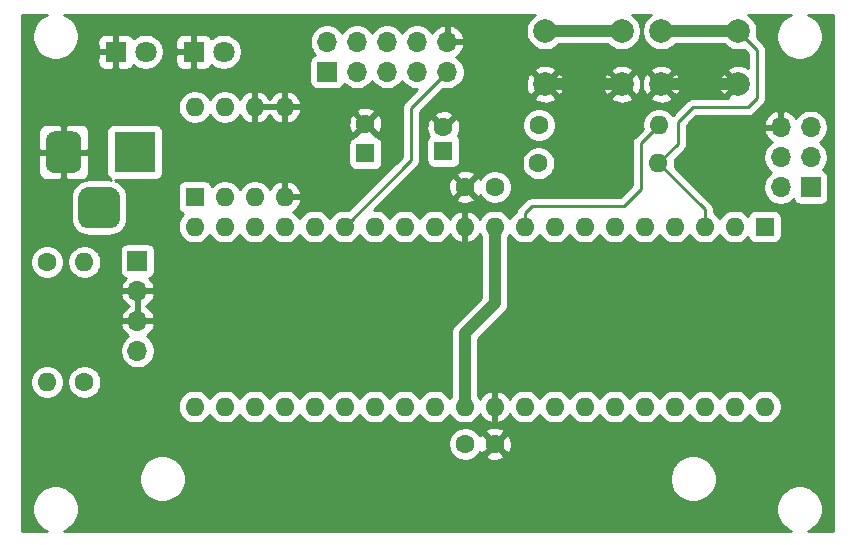
<source format=gbr>
%TF.GenerationSoftware,KiCad,Pcbnew,5.1.5*%
%TF.CreationDate,2020-05-12T22:46:27+02:00*%
%TF.ProjectId,atmega-dcf77-clock,61746d65-6761-42d6-9463-6637372d636c,rev?*%
%TF.SameCoordinates,Original*%
%TF.FileFunction,Copper,L2,Bot*%
%TF.FilePolarity,Positive*%
%FSLAX46Y46*%
G04 Gerber Fmt 4.6, Leading zero omitted, Abs format (unit mm)*
G04 Created by KiCad (PCBNEW 5.1.5) date 2020-05-12 22:46:27*
%MOMM*%
%LPD*%
G04 APERTURE LIST*
%ADD10O,1.700000X1.700000*%
%ADD11R,1.700000X1.700000*%
%ADD12R,1.600000X1.600000*%
%ADD13O,1.600000X1.600000*%
%ADD14C,1.600000*%
%ADD15C,2.000000*%
%ADD16C,0.100000*%
%ADD17R,3.500000X3.500000*%
%ADD18C,1.800000*%
%ADD19R,1.800000X1.800000*%
%ADD20C,1.000000*%
%ADD21C,0.250000*%
%ADD22C,0.254000*%
G04 APERTURE END LIST*
D10*
X76660000Y-82960000D03*
X76660000Y-85500000D03*
X74120000Y-82960000D03*
X74120000Y-85500000D03*
X71580000Y-82960000D03*
X71580000Y-85500000D03*
X69040000Y-82960000D03*
X69040000Y-85500000D03*
X66500000Y-82960000D03*
D11*
X66500000Y-85500000D03*
D12*
X103550000Y-98600000D03*
D13*
X55290000Y-113840000D03*
X101010000Y-98600000D03*
X57830000Y-113840000D03*
X98470000Y-98600000D03*
X60370000Y-113840000D03*
X95930000Y-98600000D03*
X62910000Y-113840000D03*
X93390000Y-98600000D03*
X65450000Y-113840000D03*
X90850000Y-98600000D03*
X67990000Y-113840000D03*
X88310000Y-98600000D03*
X70530000Y-113840000D03*
X85770000Y-98600000D03*
X73070000Y-113840000D03*
X83230000Y-98600000D03*
X75610000Y-113840000D03*
X80690000Y-98600000D03*
X78150000Y-113840000D03*
X78150000Y-98600000D03*
X80690000Y-113840000D03*
X75610000Y-98600000D03*
X83230000Y-113840000D03*
X73070000Y-98600000D03*
X85770000Y-113840000D03*
X70530000Y-98600000D03*
X88310000Y-113840000D03*
X67990000Y-98600000D03*
X90850000Y-113840000D03*
X65450000Y-98600000D03*
X93390000Y-113840000D03*
X62910000Y-98600000D03*
X95930000Y-113840000D03*
X60370000Y-98600000D03*
X98470000Y-113840000D03*
X57830000Y-98600000D03*
X101010000Y-113840000D03*
X55290000Y-98600000D03*
X103550000Y-113840000D03*
D14*
X76350000Y-90200000D03*
D12*
X76350000Y-92200000D03*
D10*
X104900000Y-90200000D03*
X107440000Y-90200000D03*
X104900000Y-92740000D03*
X107440000Y-92740000D03*
X104900000Y-95280000D03*
D11*
X107440000Y-95280000D03*
D14*
X78200000Y-95250000D03*
X80700000Y-95250000D03*
X80700000Y-117000000D03*
X78200000Y-117000000D03*
X69750000Y-89900000D03*
D12*
X69750000Y-92400000D03*
D10*
X50450000Y-109120000D03*
X50450000Y-106580000D03*
X50450000Y-104040000D03*
D11*
X50450000Y-101500000D03*
D13*
X55300000Y-88480000D03*
X62920000Y-96100000D03*
X57840000Y-88480000D03*
X60380000Y-96100000D03*
X60380000Y-88480000D03*
X57840000Y-96100000D03*
X62920000Y-88480000D03*
D12*
X55300000Y-96100000D03*
D15*
X84950000Y-86550000D03*
X84950000Y-82050000D03*
X91450000Y-86550000D03*
X91450000Y-82050000D03*
X101300000Y-82050000D03*
X101300000Y-86550000D03*
X94800000Y-82050000D03*
X94800000Y-86550000D03*
D14*
X45950000Y-111750000D03*
D13*
X45950000Y-101590000D03*
X42800000Y-111760000D03*
D14*
X42800000Y-101600000D03*
D13*
X94610000Y-90000000D03*
D14*
X84450000Y-90000000D03*
D13*
X94560000Y-93250000D03*
D14*
X84400000Y-93250000D03*
%TA.AperFunction,ComponentPad*%
D16*
G36*
X48160765Y-95254213D02*
G01*
X48245704Y-95266813D01*
X48328999Y-95287677D01*
X48409848Y-95316605D01*
X48487472Y-95353319D01*
X48561124Y-95397464D01*
X48630094Y-95448616D01*
X48693718Y-95506282D01*
X48751384Y-95569906D01*
X48802536Y-95638876D01*
X48846681Y-95712528D01*
X48883395Y-95790152D01*
X48912323Y-95871001D01*
X48933187Y-95954296D01*
X48945787Y-96039235D01*
X48950000Y-96125000D01*
X48950000Y-97875000D01*
X48945787Y-97960765D01*
X48933187Y-98045704D01*
X48912323Y-98128999D01*
X48883395Y-98209848D01*
X48846681Y-98287472D01*
X48802536Y-98361124D01*
X48751384Y-98430094D01*
X48693718Y-98493718D01*
X48630094Y-98551384D01*
X48561124Y-98602536D01*
X48487472Y-98646681D01*
X48409848Y-98683395D01*
X48328999Y-98712323D01*
X48245704Y-98733187D01*
X48160765Y-98745787D01*
X48075000Y-98750000D01*
X46325000Y-98750000D01*
X46239235Y-98745787D01*
X46154296Y-98733187D01*
X46071001Y-98712323D01*
X45990152Y-98683395D01*
X45912528Y-98646681D01*
X45838876Y-98602536D01*
X45769906Y-98551384D01*
X45706282Y-98493718D01*
X45648616Y-98430094D01*
X45597464Y-98361124D01*
X45553319Y-98287472D01*
X45516605Y-98209848D01*
X45487677Y-98128999D01*
X45466813Y-98045704D01*
X45454213Y-97960765D01*
X45450000Y-97875000D01*
X45450000Y-96125000D01*
X45454213Y-96039235D01*
X45466813Y-95954296D01*
X45487677Y-95871001D01*
X45516605Y-95790152D01*
X45553319Y-95712528D01*
X45597464Y-95638876D01*
X45648616Y-95569906D01*
X45706282Y-95506282D01*
X45769906Y-95448616D01*
X45838876Y-95397464D01*
X45912528Y-95353319D01*
X45990152Y-95316605D01*
X46071001Y-95287677D01*
X46154296Y-95266813D01*
X46239235Y-95254213D01*
X46325000Y-95250000D01*
X48075000Y-95250000D01*
X48160765Y-95254213D01*
G37*
%TD.AperFunction*%
%TA.AperFunction,ComponentPad*%
G36*
X45023513Y-90553611D02*
G01*
X45096318Y-90564411D01*
X45167714Y-90582295D01*
X45237013Y-90607090D01*
X45303548Y-90638559D01*
X45366678Y-90676398D01*
X45425795Y-90720242D01*
X45480330Y-90769670D01*
X45529758Y-90824205D01*
X45573602Y-90883322D01*
X45611441Y-90946452D01*
X45642910Y-91012987D01*
X45667705Y-91082286D01*
X45685589Y-91153682D01*
X45696389Y-91226487D01*
X45700000Y-91300000D01*
X45700000Y-93300000D01*
X45696389Y-93373513D01*
X45685589Y-93446318D01*
X45667705Y-93517714D01*
X45642910Y-93587013D01*
X45611441Y-93653548D01*
X45573602Y-93716678D01*
X45529758Y-93775795D01*
X45480330Y-93830330D01*
X45425795Y-93879758D01*
X45366678Y-93923602D01*
X45303548Y-93961441D01*
X45237013Y-93992910D01*
X45167714Y-94017705D01*
X45096318Y-94035589D01*
X45023513Y-94046389D01*
X44950000Y-94050000D01*
X43450000Y-94050000D01*
X43376487Y-94046389D01*
X43303682Y-94035589D01*
X43232286Y-94017705D01*
X43162987Y-93992910D01*
X43096452Y-93961441D01*
X43033322Y-93923602D01*
X42974205Y-93879758D01*
X42919670Y-93830330D01*
X42870242Y-93775795D01*
X42826398Y-93716678D01*
X42788559Y-93653548D01*
X42757090Y-93587013D01*
X42732295Y-93517714D01*
X42714411Y-93446318D01*
X42703611Y-93373513D01*
X42700000Y-93300000D01*
X42700000Y-91300000D01*
X42703611Y-91226487D01*
X42714411Y-91153682D01*
X42732295Y-91082286D01*
X42757090Y-91012987D01*
X42788559Y-90946452D01*
X42826398Y-90883322D01*
X42870242Y-90824205D01*
X42919670Y-90769670D01*
X42974205Y-90720242D01*
X43033322Y-90676398D01*
X43096452Y-90638559D01*
X43162987Y-90607090D01*
X43232286Y-90582295D01*
X43303682Y-90564411D01*
X43376487Y-90553611D01*
X43450000Y-90550000D01*
X44950000Y-90550000D01*
X45023513Y-90553611D01*
G37*
%TD.AperFunction*%
D17*
X50200000Y-92300000D03*
D18*
X57740000Y-83800000D03*
D19*
X55200000Y-83800000D03*
D18*
X51140000Y-83800000D03*
D19*
X48600000Y-83800000D03*
D20*
X84950000Y-86550000D02*
X91450000Y-86550000D01*
X94800000Y-86550000D02*
X101300000Y-86550000D01*
X80700000Y-113850000D02*
X80690000Y-113840000D01*
X78200000Y-98550000D02*
X78150000Y-98600000D01*
X80690000Y-98600000D02*
X80690000Y-105110000D01*
X78150000Y-107650000D02*
X78150000Y-113840000D01*
X80690000Y-105110000D02*
X78150000Y-107650000D01*
X78200000Y-113890000D02*
X78150000Y-113840000D01*
X80700000Y-98590000D02*
X80690000Y-98600000D01*
D21*
X73600000Y-88560000D02*
X76660000Y-85500000D01*
X67990000Y-98600000D02*
X73600000Y-92990000D01*
X73600000Y-92990000D02*
X73600000Y-88560000D01*
X103695001Y-98399997D02*
X103695001Y-99190001D01*
D20*
X94800000Y-82050000D02*
X101300000Y-82050000D01*
D21*
X101300000Y-82050000D02*
X102900000Y-83650000D01*
X102900000Y-83650000D02*
X102900000Y-87750000D01*
X102900000Y-87750000D02*
X102150000Y-88500000D01*
X102150000Y-88500000D02*
X97450000Y-88500000D01*
X97450000Y-88500000D02*
X96200000Y-89750000D01*
X96200000Y-91610000D02*
X94560000Y-93250000D01*
X96200000Y-89750000D02*
X96200000Y-91610000D01*
X98470000Y-97160000D02*
X94560000Y-93250000D01*
X98470000Y-98600000D02*
X98470000Y-97160000D01*
D20*
X84950000Y-82050000D02*
X91450000Y-82050000D01*
D21*
X83230000Y-97468630D02*
X83848630Y-96850000D01*
X83230000Y-98600000D02*
X83230000Y-97468630D01*
X83848630Y-96850000D02*
X91600000Y-96850000D01*
X91600000Y-96850000D02*
X93050000Y-95400000D01*
X93050000Y-91560000D02*
X94610000Y-90000000D01*
X93050000Y-95400000D02*
X93050000Y-91560000D01*
D22*
G36*
X42559750Y-80740915D02*
G01*
X42234636Y-80958149D01*
X41958149Y-81234636D01*
X41740915Y-81559750D01*
X41591282Y-81920997D01*
X41515000Y-82304495D01*
X41515000Y-82695505D01*
X41591282Y-83079003D01*
X41740915Y-83440250D01*
X41958149Y-83765364D01*
X42234636Y-84041851D01*
X42559750Y-84259085D01*
X42920997Y-84408718D01*
X43304495Y-84485000D01*
X43695505Y-84485000D01*
X44079003Y-84408718D01*
X44440250Y-84259085D01*
X44765364Y-84041851D01*
X45041851Y-83765364D01*
X45259085Y-83440250D01*
X45408718Y-83079003D01*
X45444323Y-82900000D01*
X47061928Y-82900000D01*
X47065000Y-83514250D01*
X47223750Y-83673000D01*
X48473000Y-83673000D01*
X48473000Y-82423750D01*
X48727000Y-82423750D01*
X48727000Y-83673000D01*
X48747000Y-83673000D01*
X48747000Y-83927000D01*
X48727000Y-83927000D01*
X48727000Y-85176250D01*
X48885750Y-85335000D01*
X49500000Y-85338072D01*
X49624482Y-85325812D01*
X49744180Y-85289502D01*
X49854494Y-85230537D01*
X49951185Y-85151185D01*
X50030537Y-85054494D01*
X50089502Y-84944180D01*
X50095056Y-84925873D01*
X50161495Y-84992312D01*
X50412905Y-85160299D01*
X50692257Y-85276011D01*
X50988816Y-85335000D01*
X51291184Y-85335000D01*
X51587743Y-85276011D01*
X51867095Y-85160299D01*
X52118505Y-84992312D01*
X52332312Y-84778505D01*
X52384767Y-84700000D01*
X53661928Y-84700000D01*
X53674188Y-84824482D01*
X53710498Y-84944180D01*
X53769463Y-85054494D01*
X53848815Y-85151185D01*
X53945506Y-85230537D01*
X54055820Y-85289502D01*
X54175518Y-85325812D01*
X54300000Y-85338072D01*
X54914250Y-85335000D01*
X55073000Y-85176250D01*
X55073000Y-83927000D01*
X53823750Y-83927000D01*
X53665000Y-84085750D01*
X53661928Y-84700000D01*
X52384767Y-84700000D01*
X52500299Y-84527095D01*
X52616011Y-84247743D01*
X52675000Y-83951184D01*
X52675000Y-83648816D01*
X52616011Y-83352257D01*
X52500299Y-83072905D01*
X52384768Y-82900000D01*
X53661928Y-82900000D01*
X53665000Y-83514250D01*
X53823750Y-83673000D01*
X55073000Y-83673000D01*
X55073000Y-82423750D01*
X55327000Y-82423750D01*
X55327000Y-83673000D01*
X55347000Y-83673000D01*
X55347000Y-83927000D01*
X55327000Y-83927000D01*
X55327000Y-85176250D01*
X55485750Y-85335000D01*
X56100000Y-85338072D01*
X56224482Y-85325812D01*
X56344180Y-85289502D01*
X56454494Y-85230537D01*
X56551185Y-85151185D01*
X56630537Y-85054494D01*
X56689502Y-84944180D01*
X56695056Y-84925873D01*
X56761495Y-84992312D01*
X57012905Y-85160299D01*
X57292257Y-85276011D01*
X57588816Y-85335000D01*
X57891184Y-85335000D01*
X58187743Y-85276011D01*
X58467095Y-85160299D01*
X58718505Y-84992312D01*
X58932312Y-84778505D01*
X59100299Y-84527095D01*
X59216011Y-84247743D01*
X59275000Y-83951184D01*
X59275000Y-83648816D01*
X59216011Y-83352257D01*
X59100299Y-83072905D01*
X58932312Y-82821495D01*
X58718505Y-82607688D01*
X58467095Y-82439701D01*
X58187743Y-82323989D01*
X57891184Y-82265000D01*
X57588816Y-82265000D01*
X57292257Y-82323989D01*
X57012905Y-82439701D01*
X56761495Y-82607688D01*
X56695056Y-82674127D01*
X56689502Y-82655820D01*
X56630537Y-82545506D01*
X56551185Y-82448815D01*
X56454494Y-82369463D01*
X56344180Y-82310498D01*
X56224482Y-82274188D01*
X56100000Y-82261928D01*
X55485750Y-82265000D01*
X55327000Y-82423750D01*
X55073000Y-82423750D01*
X54914250Y-82265000D01*
X54300000Y-82261928D01*
X54175518Y-82274188D01*
X54055820Y-82310498D01*
X53945506Y-82369463D01*
X53848815Y-82448815D01*
X53769463Y-82545506D01*
X53710498Y-82655820D01*
X53674188Y-82775518D01*
X53661928Y-82900000D01*
X52384768Y-82900000D01*
X52332312Y-82821495D01*
X52118505Y-82607688D01*
X51867095Y-82439701D01*
X51587743Y-82323989D01*
X51291184Y-82265000D01*
X50988816Y-82265000D01*
X50692257Y-82323989D01*
X50412905Y-82439701D01*
X50161495Y-82607688D01*
X50095056Y-82674127D01*
X50089502Y-82655820D01*
X50030537Y-82545506D01*
X49951185Y-82448815D01*
X49854494Y-82369463D01*
X49744180Y-82310498D01*
X49624482Y-82274188D01*
X49500000Y-82261928D01*
X48885750Y-82265000D01*
X48727000Y-82423750D01*
X48473000Y-82423750D01*
X48314250Y-82265000D01*
X47700000Y-82261928D01*
X47575518Y-82274188D01*
X47455820Y-82310498D01*
X47345506Y-82369463D01*
X47248815Y-82448815D01*
X47169463Y-82545506D01*
X47110498Y-82655820D01*
X47074188Y-82775518D01*
X47061928Y-82900000D01*
X45444323Y-82900000D01*
X45485000Y-82695505D01*
X45485000Y-82304495D01*
X45408718Y-81920997D01*
X45259085Y-81559750D01*
X45041851Y-81234636D01*
X44765364Y-80958149D01*
X44440250Y-80740915D01*
X44244903Y-80660000D01*
X84087360Y-80660000D01*
X83907748Y-80780013D01*
X83680013Y-81007748D01*
X83501082Y-81275537D01*
X83377832Y-81573088D01*
X83315000Y-81888967D01*
X83315000Y-82211033D01*
X83377832Y-82526912D01*
X83501082Y-82824463D01*
X83680013Y-83092252D01*
X83907748Y-83319987D01*
X84175537Y-83498918D01*
X84473088Y-83622168D01*
X84788967Y-83685000D01*
X85111033Y-83685000D01*
X85426912Y-83622168D01*
X85724463Y-83498918D01*
X85992252Y-83319987D01*
X86127239Y-83185000D01*
X90272761Y-83185000D01*
X90407748Y-83319987D01*
X90675537Y-83498918D01*
X90973088Y-83622168D01*
X91288967Y-83685000D01*
X91611033Y-83685000D01*
X91926912Y-83622168D01*
X92224463Y-83498918D01*
X92492252Y-83319987D01*
X92719987Y-83092252D01*
X92898918Y-82824463D01*
X93022168Y-82526912D01*
X93085000Y-82211033D01*
X93085000Y-81888967D01*
X93022168Y-81573088D01*
X92898918Y-81275537D01*
X92719987Y-81007748D01*
X92492252Y-80780013D01*
X92312640Y-80660000D01*
X93937360Y-80660000D01*
X93757748Y-80780013D01*
X93530013Y-81007748D01*
X93351082Y-81275537D01*
X93227832Y-81573088D01*
X93165000Y-81888967D01*
X93165000Y-82211033D01*
X93227832Y-82526912D01*
X93351082Y-82824463D01*
X93530013Y-83092252D01*
X93757748Y-83319987D01*
X94025537Y-83498918D01*
X94323088Y-83622168D01*
X94638967Y-83685000D01*
X94961033Y-83685000D01*
X95276912Y-83622168D01*
X95574463Y-83498918D01*
X95842252Y-83319987D01*
X95977239Y-83185000D01*
X100122761Y-83185000D01*
X100257748Y-83319987D01*
X100525537Y-83498918D01*
X100823088Y-83622168D01*
X101138967Y-83685000D01*
X101461033Y-83685000D01*
X101776912Y-83622168D01*
X101791375Y-83616177D01*
X102140000Y-83964802D01*
X102140000Y-85140435D01*
X101870429Y-85009296D01*
X101558892Y-84927616D01*
X101237405Y-84908282D01*
X100918325Y-84952039D01*
X100613912Y-85057205D01*
X100439956Y-85150186D01*
X100344192Y-85414587D01*
X101300000Y-86370395D01*
X101314143Y-86356253D01*
X101493748Y-86535858D01*
X101479605Y-86550000D01*
X101493748Y-86564143D01*
X101314143Y-86743748D01*
X101300000Y-86729605D01*
X100344192Y-87685413D01*
X100363963Y-87740000D01*
X97487323Y-87740000D01*
X97450000Y-87736324D01*
X97412677Y-87740000D01*
X97412667Y-87740000D01*
X97301014Y-87750997D01*
X97157753Y-87794454D01*
X97025723Y-87865026D01*
X96984342Y-87898987D01*
X96909999Y-87959999D01*
X96886201Y-87988997D01*
X95750801Y-89124398D01*
X95724637Y-89085241D01*
X95524759Y-88885363D01*
X95289727Y-88728320D01*
X95028574Y-88620147D01*
X94751335Y-88565000D01*
X94468665Y-88565000D01*
X94191426Y-88620147D01*
X93930273Y-88728320D01*
X93695241Y-88885363D01*
X93495363Y-89085241D01*
X93338320Y-89320273D01*
X93230147Y-89581426D01*
X93175000Y-89858665D01*
X93175000Y-90141335D01*
X93211312Y-90323886D01*
X92538998Y-90996201D01*
X92510000Y-91019999D01*
X92486202Y-91048997D01*
X92486201Y-91048998D01*
X92415026Y-91135724D01*
X92344454Y-91267754D01*
X92318452Y-91353475D01*
X92310451Y-91379853D01*
X92300998Y-91411015D01*
X92286324Y-91560000D01*
X92290001Y-91597332D01*
X92290000Y-95085198D01*
X91285199Y-96090000D01*
X83885953Y-96090000D01*
X83848630Y-96086324D01*
X83811307Y-96090000D01*
X83811297Y-96090000D01*
X83699644Y-96100997D01*
X83556383Y-96144454D01*
X83424353Y-96215026D01*
X83340713Y-96283668D01*
X83308629Y-96309999D01*
X83284830Y-96338998D01*
X82718998Y-96904831D01*
X82690000Y-96928629D01*
X82666202Y-96957627D01*
X82666201Y-96957628D01*
X82595026Y-97044354D01*
X82524454Y-97176384D01*
X82502502Y-97248754D01*
X82480998Y-97319644D01*
X82476047Y-97369915D01*
X82475203Y-97378480D01*
X82315241Y-97485363D01*
X82115363Y-97685241D01*
X81960000Y-97917759D01*
X81804637Y-97685241D01*
X81604759Y-97485363D01*
X81369727Y-97328320D01*
X81108574Y-97220147D01*
X80831335Y-97165000D01*
X80548665Y-97165000D01*
X80271426Y-97220147D01*
X80010273Y-97328320D01*
X79775241Y-97485363D01*
X79575363Y-97685241D01*
X79418320Y-97920273D01*
X79413933Y-97930865D01*
X79302385Y-97744869D01*
X79113414Y-97536481D01*
X78887420Y-97368963D01*
X78633087Y-97248754D01*
X78499039Y-97208096D01*
X78277000Y-97330085D01*
X78277000Y-98473000D01*
X78297000Y-98473000D01*
X78297000Y-98727000D01*
X78277000Y-98727000D01*
X78277000Y-99869915D01*
X78499039Y-99991904D01*
X78633087Y-99951246D01*
X78887420Y-99831037D01*
X79113414Y-99663519D01*
X79302385Y-99455131D01*
X79413933Y-99269135D01*
X79418320Y-99279727D01*
X79555000Y-99484284D01*
X79555001Y-104639867D01*
X77386865Y-106808004D01*
X77343551Y-106843551D01*
X77201716Y-107016377D01*
X77096325Y-107213553D01*
X77096324Y-107213554D01*
X77031423Y-107427502D01*
X77009509Y-107650000D01*
X77015000Y-107705752D01*
X77015001Y-112955715D01*
X76880000Y-113157759D01*
X76724637Y-112925241D01*
X76524759Y-112725363D01*
X76289727Y-112568320D01*
X76028574Y-112460147D01*
X75751335Y-112405000D01*
X75468665Y-112405000D01*
X75191426Y-112460147D01*
X74930273Y-112568320D01*
X74695241Y-112725363D01*
X74495363Y-112925241D01*
X74340000Y-113157759D01*
X74184637Y-112925241D01*
X73984759Y-112725363D01*
X73749727Y-112568320D01*
X73488574Y-112460147D01*
X73211335Y-112405000D01*
X72928665Y-112405000D01*
X72651426Y-112460147D01*
X72390273Y-112568320D01*
X72155241Y-112725363D01*
X71955363Y-112925241D01*
X71800000Y-113157759D01*
X71644637Y-112925241D01*
X71444759Y-112725363D01*
X71209727Y-112568320D01*
X70948574Y-112460147D01*
X70671335Y-112405000D01*
X70388665Y-112405000D01*
X70111426Y-112460147D01*
X69850273Y-112568320D01*
X69615241Y-112725363D01*
X69415363Y-112925241D01*
X69260000Y-113157759D01*
X69104637Y-112925241D01*
X68904759Y-112725363D01*
X68669727Y-112568320D01*
X68408574Y-112460147D01*
X68131335Y-112405000D01*
X67848665Y-112405000D01*
X67571426Y-112460147D01*
X67310273Y-112568320D01*
X67075241Y-112725363D01*
X66875363Y-112925241D01*
X66720000Y-113157759D01*
X66564637Y-112925241D01*
X66364759Y-112725363D01*
X66129727Y-112568320D01*
X65868574Y-112460147D01*
X65591335Y-112405000D01*
X65308665Y-112405000D01*
X65031426Y-112460147D01*
X64770273Y-112568320D01*
X64535241Y-112725363D01*
X64335363Y-112925241D01*
X64180000Y-113157759D01*
X64024637Y-112925241D01*
X63824759Y-112725363D01*
X63589727Y-112568320D01*
X63328574Y-112460147D01*
X63051335Y-112405000D01*
X62768665Y-112405000D01*
X62491426Y-112460147D01*
X62230273Y-112568320D01*
X61995241Y-112725363D01*
X61795363Y-112925241D01*
X61640000Y-113157759D01*
X61484637Y-112925241D01*
X61284759Y-112725363D01*
X61049727Y-112568320D01*
X60788574Y-112460147D01*
X60511335Y-112405000D01*
X60228665Y-112405000D01*
X59951426Y-112460147D01*
X59690273Y-112568320D01*
X59455241Y-112725363D01*
X59255363Y-112925241D01*
X59100000Y-113157759D01*
X58944637Y-112925241D01*
X58744759Y-112725363D01*
X58509727Y-112568320D01*
X58248574Y-112460147D01*
X57971335Y-112405000D01*
X57688665Y-112405000D01*
X57411426Y-112460147D01*
X57150273Y-112568320D01*
X56915241Y-112725363D01*
X56715363Y-112925241D01*
X56560000Y-113157759D01*
X56404637Y-112925241D01*
X56204759Y-112725363D01*
X55969727Y-112568320D01*
X55708574Y-112460147D01*
X55431335Y-112405000D01*
X55148665Y-112405000D01*
X54871426Y-112460147D01*
X54610273Y-112568320D01*
X54375241Y-112725363D01*
X54175363Y-112925241D01*
X54018320Y-113160273D01*
X53910147Y-113421426D01*
X53855000Y-113698665D01*
X53855000Y-113981335D01*
X53910147Y-114258574D01*
X54018320Y-114519727D01*
X54175363Y-114754759D01*
X54375241Y-114954637D01*
X54610273Y-115111680D01*
X54871426Y-115219853D01*
X55148665Y-115275000D01*
X55431335Y-115275000D01*
X55708574Y-115219853D01*
X55969727Y-115111680D01*
X56204759Y-114954637D01*
X56404637Y-114754759D01*
X56560000Y-114522241D01*
X56715363Y-114754759D01*
X56915241Y-114954637D01*
X57150273Y-115111680D01*
X57411426Y-115219853D01*
X57688665Y-115275000D01*
X57971335Y-115275000D01*
X58248574Y-115219853D01*
X58509727Y-115111680D01*
X58744759Y-114954637D01*
X58944637Y-114754759D01*
X59100000Y-114522241D01*
X59255363Y-114754759D01*
X59455241Y-114954637D01*
X59690273Y-115111680D01*
X59951426Y-115219853D01*
X60228665Y-115275000D01*
X60511335Y-115275000D01*
X60788574Y-115219853D01*
X61049727Y-115111680D01*
X61284759Y-114954637D01*
X61484637Y-114754759D01*
X61640000Y-114522241D01*
X61795363Y-114754759D01*
X61995241Y-114954637D01*
X62230273Y-115111680D01*
X62491426Y-115219853D01*
X62768665Y-115275000D01*
X63051335Y-115275000D01*
X63328574Y-115219853D01*
X63589727Y-115111680D01*
X63824759Y-114954637D01*
X64024637Y-114754759D01*
X64180000Y-114522241D01*
X64335363Y-114754759D01*
X64535241Y-114954637D01*
X64770273Y-115111680D01*
X65031426Y-115219853D01*
X65308665Y-115275000D01*
X65591335Y-115275000D01*
X65868574Y-115219853D01*
X66129727Y-115111680D01*
X66364759Y-114954637D01*
X66564637Y-114754759D01*
X66720000Y-114522241D01*
X66875363Y-114754759D01*
X67075241Y-114954637D01*
X67310273Y-115111680D01*
X67571426Y-115219853D01*
X67848665Y-115275000D01*
X68131335Y-115275000D01*
X68408574Y-115219853D01*
X68669727Y-115111680D01*
X68904759Y-114954637D01*
X69104637Y-114754759D01*
X69260000Y-114522241D01*
X69415363Y-114754759D01*
X69615241Y-114954637D01*
X69850273Y-115111680D01*
X70111426Y-115219853D01*
X70388665Y-115275000D01*
X70671335Y-115275000D01*
X70948574Y-115219853D01*
X71209727Y-115111680D01*
X71444759Y-114954637D01*
X71644637Y-114754759D01*
X71800000Y-114522241D01*
X71955363Y-114754759D01*
X72155241Y-114954637D01*
X72390273Y-115111680D01*
X72651426Y-115219853D01*
X72928665Y-115275000D01*
X73211335Y-115275000D01*
X73488574Y-115219853D01*
X73749727Y-115111680D01*
X73984759Y-114954637D01*
X74184637Y-114754759D01*
X74340000Y-114522241D01*
X74495363Y-114754759D01*
X74695241Y-114954637D01*
X74930273Y-115111680D01*
X75191426Y-115219853D01*
X75468665Y-115275000D01*
X75751335Y-115275000D01*
X76028574Y-115219853D01*
X76289727Y-115111680D01*
X76524759Y-114954637D01*
X76724637Y-114754759D01*
X76880000Y-114522241D01*
X77035363Y-114754759D01*
X77235241Y-114954637D01*
X77470273Y-115111680D01*
X77731426Y-115219853D01*
X78008665Y-115275000D01*
X78291335Y-115275000D01*
X78568574Y-115219853D01*
X78829727Y-115111680D01*
X79064759Y-114954637D01*
X79264637Y-114754759D01*
X79421680Y-114519727D01*
X79426067Y-114509135D01*
X79537615Y-114695131D01*
X79726586Y-114903519D01*
X79952580Y-115071037D01*
X80206913Y-115191246D01*
X80340961Y-115231904D01*
X80563000Y-115109915D01*
X80563000Y-113967000D01*
X80543000Y-113967000D01*
X80543000Y-113713000D01*
X80563000Y-113713000D01*
X80563000Y-112570085D01*
X80817000Y-112570085D01*
X80817000Y-113713000D01*
X80837000Y-113713000D01*
X80837000Y-113967000D01*
X80817000Y-113967000D01*
X80817000Y-115109915D01*
X81039039Y-115231904D01*
X81173087Y-115191246D01*
X81427420Y-115071037D01*
X81653414Y-114903519D01*
X81842385Y-114695131D01*
X81953933Y-114509135D01*
X81958320Y-114519727D01*
X82115363Y-114754759D01*
X82315241Y-114954637D01*
X82550273Y-115111680D01*
X82811426Y-115219853D01*
X83088665Y-115275000D01*
X83371335Y-115275000D01*
X83648574Y-115219853D01*
X83909727Y-115111680D01*
X84144759Y-114954637D01*
X84344637Y-114754759D01*
X84500000Y-114522241D01*
X84655363Y-114754759D01*
X84855241Y-114954637D01*
X85090273Y-115111680D01*
X85351426Y-115219853D01*
X85628665Y-115275000D01*
X85911335Y-115275000D01*
X86188574Y-115219853D01*
X86449727Y-115111680D01*
X86684759Y-114954637D01*
X86884637Y-114754759D01*
X87040000Y-114522241D01*
X87195363Y-114754759D01*
X87395241Y-114954637D01*
X87630273Y-115111680D01*
X87891426Y-115219853D01*
X88168665Y-115275000D01*
X88451335Y-115275000D01*
X88728574Y-115219853D01*
X88989727Y-115111680D01*
X89224759Y-114954637D01*
X89424637Y-114754759D01*
X89580000Y-114522241D01*
X89735363Y-114754759D01*
X89935241Y-114954637D01*
X90170273Y-115111680D01*
X90431426Y-115219853D01*
X90708665Y-115275000D01*
X90991335Y-115275000D01*
X91268574Y-115219853D01*
X91529727Y-115111680D01*
X91764759Y-114954637D01*
X91964637Y-114754759D01*
X92120000Y-114522241D01*
X92275363Y-114754759D01*
X92475241Y-114954637D01*
X92710273Y-115111680D01*
X92971426Y-115219853D01*
X93248665Y-115275000D01*
X93531335Y-115275000D01*
X93808574Y-115219853D01*
X94069727Y-115111680D01*
X94304759Y-114954637D01*
X94504637Y-114754759D01*
X94660000Y-114522241D01*
X94815363Y-114754759D01*
X95015241Y-114954637D01*
X95250273Y-115111680D01*
X95511426Y-115219853D01*
X95788665Y-115275000D01*
X96071335Y-115275000D01*
X96348574Y-115219853D01*
X96609727Y-115111680D01*
X96844759Y-114954637D01*
X97044637Y-114754759D01*
X97200000Y-114522241D01*
X97355363Y-114754759D01*
X97555241Y-114954637D01*
X97790273Y-115111680D01*
X98051426Y-115219853D01*
X98328665Y-115275000D01*
X98611335Y-115275000D01*
X98888574Y-115219853D01*
X99149727Y-115111680D01*
X99384759Y-114954637D01*
X99584637Y-114754759D01*
X99740000Y-114522241D01*
X99895363Y-114754759D01*
X100095241Y-114954637D01*
X100330273Y-115111680D01*
X100591426Y-115219853D01*
X100868665Y-115275000D01*
X101151335Y-115275000D01*
X101428574Y-115219853D01*
X101689727Y-115111680D01*
X101924759Y-114954637D01*
X102124637Y-114754759D01*
X102280000Y-114522241D01*
X102435363Y-114754759D01*
X102635241Y-114954637D01*
X102870273Y-115111680D01*
X103131426Y-115219853D01*
X103408665Y-115275000D01*
X103691335Y-115275000D01*
X103968574Y-115219853D01*
X104229727Y-115111680D01*
X104464759Y-114954637D01*
X104664637Y-114754759D01*
X104821680Y-114519727D01*
X104929853Y-114258574D01*
X104985000Y-113981335D01*
X104985000Y-113698665D01*
X104929853Y-113421426D01*
X104821680Y-113160273D01*
X104664637Y-112925241D01*
X104464759Y-112725363D01*
X104229727Y-112568320D01*
X103968574Y-112460147D01*
X103691335Y-112405000D01*
X103408665Y-112405000D01*
X103131426Y-112460147D01*
X102870273Y-112568320D01*
X102635241Y-112725363D01*
X102435363Y-112925241D01*
X102280000Y-113157759D01*
X102124637Y-112925241D01*
X101924759Y-112725363D01*
X101689727Y-112568320D01*
X101428574Y-112460147D01*
X101151335Y-112405000D01*
X100868665Y-112405000D01*
X100591426Y-112460147D01*
X100330273Y-112568320D01*
X100095241Y-112725363D01*
X99895363Y-112925241D01*
X99740000Y-113157759D01*
X99584637Y-112925241D01*
X99384759Y-112725363D01*
X99149727Y-112568320D01*
X98888574Y-112460147D01*
X98611335Y-112405000D01*
X98328665Y-112405000D01*
X98051426Y-112460147D01*
X97790273Y-112568320D01*
X97555241Y-112725363D01*
X97355363Y-112925241D01*
X97200000Y-113157759D01*
X97044637Y-112925241D01*
X96844759Y-112725363D01*
X96609727Y-112568320D01*
X96348574Y-112460147D01*
X96071335Y-112405000D01*
X95788665Y-112405000D01*
X95511426Y-112460147D01*
X95250273Y-112568320D01*
X95015241Y-112725363D01*
X94815363Y-112925241D01*
X94660000Y-113157759D01*
X94504637Y-112925241D01*
X94304759Y-112725363D01*
X94069727Y-112568320D01*
X93808574Y-112460147D01*
X93531335Y-112405000D01*
X93248665Y-112405000D01*
X92971426Y-112460147D01*
X92710273Y-112568320D01*
X92475241Y-112725363D01*
X92275363Y-112925241D01*
X92120000Y-113157759D01*
X91964637Y-112925241D01*
X91764759Y-112725363D01*
X91529727Y-112568320D01*
X91268574Y-112460147D01*
X90991335Y-112405000D01*
X90708665Y-112405000D01*
X90431426Y-112460147D01*
X90170273Y-112568320D01*
X89935241Y-112725363D01*
X89735363Y-112925241D01*
X89580000Y-113157759D01*
X89424637Y-112925241D01*
X89224759Y-112725363D01*
X88989727Y-112568320D01*
X88728574Y-112460147D01*
X88451335Y-112405000D01*
X88168665Y-112405000D01*
X87891426Y-112460147D01*
X87630273Y-112568320D01*
X87395241Y-112725363D01*
X87195363Y-112925241D01*
X87040000Y-113157759D01*
X86884637Y-112925241D01*
X86684759Y-112725363D01*
X86449727Y-112568320D01*
X86188574Y-112460147D01*
X85911335Y-112405000D01*
X85628665Y-112405000D01*
X85351426Y-112460147D01*
X85090273Y-112568320D01*
X84855241Y-112725363D01*
X84655363Y-112925241D01*
X84500000Y-113157759D01*
X84344637Y-112925241D01*
X84144759Y-112725363D01*
X83909727Y-112568320D01*
X83648574Y-112460147D01*
X83371335Y-112405000D01*
X83088665Y-112405000D01*
X82811426Y-112460147D01*
X82550273Y-112568320D01*
X82315241Y-112725363D01*
X82115363Y-112925241D01*
X81958320Y-113160273D01*
X81953933Y-113170865D01*
X81842385Y-112984869D01*
X81653414Y-112776481D01*
X81427420Y-112608963D01*
X81173087Y-112488754D01*
X81039039Y-112448096D01*
X80817000Y-112570085D01*
X80563000Y-112570085D01*
X80340961Y-112448096D01*
X80206913Y-112488754D01*
X79952580Y-112608963D01*
X79726586Y-112776481D01*
X79537615Y-112984869D01*
X79426067Y-113170865D01*
X79421680Y-113160273D01*
X79285000Y-112955716D01*
X79285000Y-108120131D01*
X81453141Y-105951991D01*
X81496449Y-105916449D01*
X81638284Y-105743623D01*
X81743676Y-105546447D01*
X81808577Y-105332499D01*
X81825000Y-105165752D01*
X81825000Y-105165743D01*
X81830490Y-105110001D01*
X81825000Y-105054259D01*
X81825000Y-99484284D01*
X81960000Y-99282241D01*
X82115363Y-99514759D01*
X82315241Y-99714637D01*
X82550273Y-99871680D01*
X82811426Y-99979853D01*
X83088665Y-100035000D01*
X83371335Y-100035000D01*
X83648574Y-99979853D01*
X83909727Y-99871680D01*
X84144759Y-99714637D01*
X84344637Y-99514759D01*
X84500000Y-99282241D01*
X84655363Y-99514759D01*
X84855241Y-99714637D01*
X85090273Y-99871680D01*
X85351426Y-99979853D01*
X85628665Y-100035000D01*
X85911335Y-100035000D01*
X86188574Y-99979853D01*
X86449727Y-99871680D01*
X86684759Y-99714637D01*
X86884637Y-99514759D01*
X87040000Y-99282241D01*
X87195363Y-99514759D01*
X87395241Y-99714637D01*
X87630273Y-99871680D01*
X87891426Y-99979853D01*
X88168665Y-100035000D01*
X88451335Y-100035000D01*
X88728574Y-99979853D01*
X88989727Y-99871680D01*
X89224759Y-99714637D01*
X89424637Y-99514759D01*
X89580000Y-99282241D01*
X89735363Y-99514759D01*
X89935241Y-99714637D01*
X90170273Y-99871680D01*
X90431426Y-99979853D01*
X90708665Y-100035000D01*
X90991335Y-100035000D01*
X91268574Y-99979853D01*
X91529727Y-99871680D01*
X91764759Y-99714637D01*
X91964637Y-99514759D01*
X92120000Y-99282241D01*
X92275363Y-99514759D01*
X92475241Y-99714637D01*
X92710273Y-99871680D01*
X92971426Y-99979853D01*
X93248665Y-100035000D01*
X93531335Y-100035000D01*
X93808574Y-99979853D01*
X94069727Y-99871680D01*
X94304759Y-99714637D01*
X94504637Y-99514759D01*
X94660000Y-99282241D01*
X94815363Y-99514759D01*
X95015241Y-99714637D01*
X95250273Y-99871680D01*
X95511426Y-99979853D01*
X95788665Y-100035000D01*
X96071335Y-100035000D01*
X96348574Y-99979853D01*
X96609727Y-99871680D01*
X96844759Y-99714637D01*
X97044637Y-99514759D01*
X97200000Y-99282241D01*
X97355363Y-99514759D01*
X97555241Y-99714637D01*
X97790273Y-99871680D01*
X98051426Y-99979853D01*
X98328665Y-100035000D01*
X98611335Y-100035000D01*
X98888574Y-99979853D01*
X99149727Y-99871680D01*
X99384759Y-99714637D01*
X99584637Y-99514759D01*
X99740000Y-99282241D01*
X99895363Y-99514759D01*
X100095241Y-99714637D01*
X100330273Y-99871680D01*
X100591426Y-99979853D01*
X100868665Y-100035000D01*
X101151335Y-100035000D01*
X101428574Y-99979853D01*
X101689727Y-99871680D01*
X101924759Y-99714637D01*
X102123357Y-99516039D01*
X102124188Y-99524482D01*
X102160498Y-99644180D01*
X102219463Y-99754494D01*
X102298815Y-99851185D01*
X102395506Y-99930537D01*
X102505820Y-99989502D01*
X102625518Y-100025812D01*
X102750000Y-100038072D01*
X104350000Y-100038072D01*
X104474482Y-100025812D01*
X104594180Y-99989502D01*
X104704494Y-99930537D01*
X104801185Y-99851185D01*
X104880537Y-99754494D01*
X104939502Y-99644180D01*
X104975812Y-99524482D01*
X104988072Y-99400000D01*
X104988072Y-97800000D01*
X104975812Y-97675518D01*
X104939502Y-97555820D01*
X104880537Y-97445506D01*
X104801185Y-97348815D01*
X104704494Y-97269463D01*
X104594180Y-97210498D01*
X104474482Y-97174188D01*
X104350000Y-97161928D01*
X102750000Y-97161928D01*
X102625518Y-97174188D01*
X102505820Y-97210498D01*
X102395506Y-97269463D01*
X102298815Y-97348815D01*
X102219463Y-97445506D01*
X102160498Y-97555820D01*
X102124188Y-97675518D01*
X102123357Y-97683961D01*
X101924759Y-97485363D01*
X101689727Y-97328320D01*
X101428574Y-97220147D01*
X101151335Y-97165000D01*
X100868665Y-97165000D01*
X100591426Y-97220147D01*
X100330273Y-97328320D01*
X100095241Y-97485363D01*
X99895363Y-97685241D01*
X99740000Y-97917759D01*
X99584637Y-97685241D01*
X99384759Y-97485363D01*
X99230000Y-97381957D01*
X99230000Y-97197322D01*
X99233676Y-97159999D01*
X99230000Y-97122676D01*
X99230000Y-97122667D01*
X99219003Y-97011014D01*
X99175546Y-96867753D01*
X99157321Y-96833656D01*
X99104974Y-96735723D01*
X99033799Y-96648997D01*
X99010001Y-96619999D01*
X98981003Y-96596201D01*
X95958688Y-93573887D01*
X95995000Y-93391335D01*
X95995000Y-93108665D01*
X95958688Y-92926114D01*
X96291062Y-92593740D01*
X103415000Y-92593740D01*
X103415000Y-92886260D01*
X103472068Y-93173158D01*
X103584010Y-93443411D01*
X103746525Y-93686632D01*
X103953368Y-93893475D01*
X104127760Y-94010000D01*
X103953368Y-94126525D01*
X103746525Y-94333368D01*
X103584010Y-94576589D01*
X103472068Y-94846842D01*
X103415000Y-95133740D01*
X103415000Y-95426260D01*
X103472068Y-95713158D01*
X103584010Y-95983411D01*
X103746525Y-96226632D01*
X103953368Y-96433475D01*
X104196589Y-96595990D01*
X104466842Y-96707932D01*
X104753740Y-96765000D01*
X105046260Y-96765000D01*
X105333158Y-96707932D01*
X105603411Y-96595990D01*
X105846632Y-96433475D01*
X105978487Y-96301620D01*
X106000498Y-96374180D01*
X106059463Y-96484494D01*
X106138815Y-96581185D01*
X106235506Y-96660537D01*
X106345820Y-96719502D01*
X106465518Y-96755812D01*
X106590000Y-96768072D01*
X108290000Y-96768072D01*
X108414482Y-96755812D01*
X108534180Y-96719502D01*
X108644494Y-96660537D01*
X108741185Y-96581185D01*
X108820537Y-96484494D01*
X108879502Y-96374180D01*
X108915812Y-96254482D01*
X108928072Y-96130000D01*
X108928072Y-94430000D01*
X108915812Y-94305518D01*
X108879502Y-94185820D01*
X108820537Y-94075506D01*
X108741185Y-93978815D01*
X108644494Y-93899463D01*
X108534180Y-93840498D01*
X108461620Y-93818487D01*
X108593475Y-93686632D01*
X108755990Y-93443411D01*
X108867932Y-93173158D01*
X108925000Y-92886260D01*
X108925000Y-92593740D01*
X108867932Y-92306842D01*
X108755990Y-92036589D01*
X108593475Y-91793368D01*
X108386632Y-91586525D01*
X108212240Y-91470000D01*
X108386632Y-91353475D01*
X108593475Y-91146632D01*
X108755990Y-90903411D01*
X108867932Y-90633158D01*
X108925000Y-90346260D01*
X108925000Y-90053740D01*
X108867932Y-89766842D01*
X108755990Y-89496589D01*
X108593475Y-89253368D01*
X108386632Y-89046525D01*
X108143411Y-88884010D01*
X107873158Y-88772068D01*
X107586260Y-88715000D01*
X107293740Y-88715000D01*
X107006842Y-88772068D01*
X106736589Y-88884010D01*
X106493368Y-89046525D01*
X106286525Y-89253368D01*
X106168900Y-89429406D01*
X105997588Y-89199731D01*
X105781355Y-89004822D01*
X105531252Y-88855843D01*
X105256891Y-88758519D01*
X105027000Y-88879186D01*
X105027000Y-90073000D01*
X105047000Y-90073000D01*
X105047000Y-90327000D01*
X105027000Y-90327000D01*
X105027000Y-90347000D01*
X104773000Y-90347000D01*
X104773000Y-90327000D01*
X103579845Y-90327000D01*
X103458524Y-90556890D01*
X103503175Y-90704099D01*
X103628359Y-90966920D01*
X103802412Y-91200269D01*
X104018645Y-91395178D01*
X104135534Y-91464805D01*
X103953368Y-91586525D01*
X103746525Y-91793368D01*
X103584010Y-92036589D01*
X103472068Y-92306842D01*
X103415000Y-92593740D01*
X96291062Y-92593740D01*
X96711003Y-92173799D01*
X96740001Y-92150001D01*
X96834974Y-92034276D01*
X96905546Y-91902247D01*
X96949003Y-91758986D01*
X96960000Y-91647333D01*
X96960000Y-91647324D01*
X96963676Y-91610001D01*
X96960000Y-91572678D01*
X96960000Y-90064801D01*
X97181691Y-89843110D01*
X103458524Y-89843110D01*
X103579845Y-90073000D01*
X104773000Y-90073000D01*
X104773000Y-88879186D01*
X104543109Y-88758519D01*
X104268748Y-88855843D01*
X104018645Y-89004822D01*
X103802412Y-89199731D01*
X103628359Y-89433080D01*
X103503175Y-89695901D01*
X103458524Y-89843110D01*
X97181691Y-89843110D01*
X97764802Y-89260000D01*
X102112678Y-89260000D01*
X102150000Y-89263676D01*
X102187322Y-89260000D01*
X102187333Y-89260000D01*
X102298986Y-89249003D01*
X102442247Y-89205546D01*
X102574276Y-89134974D01*
X102690001Y-89040001D01*
X102713803Y-89010998D01*
X103411002Y-88313799D01*
X103440001Y-88290001D01*
X103534974Y-88174276D01*
X103605546Y-88042247D01*
X103649003Y-87898986D01*
X103660000Y-87787333D01*
X103660000Y-87787324D01*
X103663676Y-87750001D01*
X103660000Y-87712678D01*
X103660000Y-83687325D01*
X103663676Y-83650000D01*
X103660000Y-83612675D01*
X103660000Y-83612667D01*
X103649003Y-83501014D01*
X103605546Y-83357753D01*
X103534974Y-83225724D01*
X103440001Y-83109999D01*
X103411004Y-83086202D01*
X102866177Y-82541375D01*
X102872168Y-82526912D01*
X102935000Y-82211033D01*
X102935000Y-81888967D01*
X102872168Y-81573088D01*
X102748918Y-81275537D01*
X102569987Y-81007748D01*
X102342252Y-80780013D01*
X102162640Y-80660000D01*
X105755097Y-80660000D01*
X105559750Y-80740915D01*
X105234636Y-80958149D01*
X104958149Y-81234636D01*
X104740915Y-81559750D01*
X104591282Y-81920997D01*
X104515000Y-82304495D01*
X104515000Y-82695505D01*
X104591282Y-83079003D01*
X104740915Y-83440250D01*
X104958149Y-83765364D01*
X105234636Y-84041851D01*
X105559750Y-84259085D01*
X105920997Y-84408718D01*
X106304495Y-84485000D01*
X106695505Y-84485000D01*
X107079003Y-84408718D01*
X107440250Y-84259085D01*
X107765364Y-84041851D01*
X108041851Y-83765364D01*
X108259085Y-83440250D01*
X108408718Y-83079003D01*
X108485000Y-82695505D01*
X108485000Y-82304495D01*
X108408718Y-81920997D01*
X108259085Y-81559750D01*
X108041851Y-81234636D01*
X107765364Y-80958149D01*
X107440250Y-80740915D01*
X107244903Y-80660000D01*
X109340000Y-80660000D01*
X109340001Y-124340000D01*
X107244903Y-124340000D01*
X107440250Y-124259085D01*
X107765364Y-124041851D01*
X108041851Y-123765364D01*
X108259085Y-123440250D01*
X108408718Y-123079003D01*
X108485000Y-122695505D01*
X108485000Y-122304495D01*
X108408718Y-121920997D01*
X108259085Y-121559750D01*
X108041851Y-121234636D01*
X107765364Y-120958149D01*
X107440250Y-120740915D01*
X107079003Y-120591282D01*
X106695505Y-120515000D01*
X106304495Y-120515000D01*
X105920997Y-120591282D01*
X105559750Y-120740915D01*
X105234636Y-120958149D01*
X104958149Y-121234636D01*
X104740915Y-121559750D01*
X104591282Y-121920997D01*
X104515000Y-122304495D01*
X104515000Y-122695505D01*
X104591282Y-123079003D01*
X104740915Y-123440250D01*
X104958149Y-123765364D01*
X105234636Y-124041851D01*
X105559750Y-124259085D01*
X105755097Y-124340000D01*
X44244903Y-124340000D01*
X44440250Y-124259085D01*
X44765364Y-124041851D01*
X45041851Y-123765364D01*
X45259085Y-123440250D01*
X45408718Y-123079003D01*
X45485000Y-122695505D01*
X45485000Y-122304495D01*
X45408718Y-121920997D01*
X45259085Y-121559750D01*
X45041851Y-121234636D01*
X44765364Y-120958149D01*
X44440250Y-120740915D01*
X44079003Y-120591282D01*
X43695505Y-120515000D01*
X43304495Y-120515000D01*
X42920997Y-120591282D01*
X42559750Y-120740915D01*
X42234636Y-120958149D01*
X41958149Y-121234636D01*
X41740915Y-121559750D01*
X41591282Y-121920997D01*
X41515000Y-122304495D01*
X41515000Y-122695505D01*
X41591282Y-123079003D01*
X41740915Y-123440250D01*
X41958149Y-123765364D01*
X42234636Y-124041851D01*
X42559750Y-124259085D01*
X42755097Y-124340000D01*
X40660000Y-124340000D01*
X40660000Y-119754495D01*
X50565000Y-119754495D01*
X50565000Y-120145505D01*
X50641282Y-120529003D01*
X50790915Y-120890250D01*
X51008149Y-121215364D01*
X51284636Y-121491851D01*
X51609750Y-121709085D01*
X51970997Y-121858718D01*
X52354495Y-121935000D01*
X52745505Y-121935000D01*
X53129003Y-121858718D01*
X53490250Y-121709085D01*
X53815364Y-121491851D01*
X54091851Y-121215364D01*
X54309085Y-120890250D01*
X54458718Y-120529003D01*
X54535000Y-120145505D01*
X54535000Y-119754495D01*
X95515000Y-119754495D01*
X95515000Y-120145505D01*
X95591282Y-120529003D01*
X95740915Y-120890250D01*
X95958149Y-121215364D01*
X96234636Y-121491851D01*
X96559750Y-121709085D01*
X96920997Y-121858718D01*
X97304495Y-121935000D01*
X97695505Y-121935000D01*
X98079003Y-121858718D01*
X98440250Y-121709085D01*
X98765364Y-121491851D01*
X99041851Y-121215364D01*
X99259085Y-120890250D01*
X99408718Y-120529003D01*
X99485000Y-120145505D01*
X99485000Y-119754495D01*
X99408718Y-119370997D01*
X99259085Y-119009750D01*
X99041851Y-118684636D01*
X98765364Y-118408149D01*
X98440250Y-118190915D01*
X98079003Y-118041282D01*
X97695505Y-117965000D01*
X97304495Y-117965000D01*
X96920997Y-118041282D01*
X96559750Y-118190915D01*
X96234636Y-118408149D01*
X95958149Y-118684636D01*
X95740915Y-119009750D01*
X95591282Y-119370997D01*
X95515000Y-119754495D01*
X54535000Y-119754495D01*
X54458718Y-119370997D01*
X54309085Y-119009750D01*
X54091851Y-118684636D01*
X53815364Y-118408149D01*
X53490250Y-118190915D01*
X53129003Y-118041282D01*
X52745505Y-117965000D01*
X52354495Y-117965000D01*
X51970997Y-118041282D01*
X51609750Y-118190915D01*
X51284636Y-118408149D01*
X51008149Y-118684636D01*
X50790915Y-119009750D01*
X50641282Y-119370997D01*
X50565000Y-119754495D01*
X40660000Y-119754495D01*
X40660000Y-116858665D01*
X76765000Y-116858665D01*
X76765000Y-117141335D01*
X76820147Y-117418574D01*
X76928320Y-117679727D01*
X77085363Y-117914759D01*
X77285241Y-118114637D01*
X77520273Y-118271680D01*
X77781426Y-118379853D01*
X78058665Y-118435000D01*
X78341335Y-118435000D01*
X78618574Y-118379853D01*
X78879727Y-118271680D01*
X79114759Y-118114637D01*
X79236694Y-117992702D01*
X79886903Y-117992702D01*
X79958486Y-118236671D01*
X80213996Y-118357571D01*
X80488184Y-118426300D01*
X80770512Y-118440217D01*
X81050130Y-118398787D01*
X81316292Y-118303603D01*
X81441514Y-118236671D01*
X81513097Y-117992702D01*
X80700000Y-117179605D01*
X79886903Y-117992702D01*
X79236694Y-117992702D01*
X79314637Y-117914759D01*
X79448692Y-117714131D01*
X79463329Y-117741514D01*
X79707298Y-117813097D01*
X80520395Y-117000000D01*
X80879605Y-117000000D01*
X81692702Y-117813097D01*
X81936671Y-117741514D01*
X82057571Y-117486004D01*
X82126300Y-117211816D01*
X82140217Y-116929488D01*
X82098787Y-116649870D01*
X82003603Y-116383708D01*
X81936671Y-116258486D01*
X81692702Y-116186903D01*
X80879605Y-117000000D01*
X80520395Y-117000000D01*
X79707298Y-116186903D01*
X79463329Y-116258486D01*
X79449676Y-116287341D01*
X79314637Y-116085241D01*
X79236694Y-116007298D01*
X79886903Y-116007298D01*
X80700000Y-116820395D01*
X81513097Y-116007298D01*
X81441514Y-115763329D01*
X81186004Y-115642429D01*
X80911816Y-115573700D01*
X80629488Y-115559783D01*
X80349870Y-115601213D01*
X80083708Y-115696397D01*
X79958486Y-115763329D01*
X79886903Y-116007298D01*
X79236694Y-116007298D01*
X79114759Y-115885363D01*
X78879727Y-115728320D01*
X78618574Y-115620147D01*
X78341335Y-115565000D01*
X78058665Y-115565000D01*
X77781426Y-115620147D01*
X77520273Y-115728320D01*
X77285241Y-115885363D01*
X77085363Y-116085241D01*
X76928320Y-116320273D01*
X76820147Y-116581426D01*
X76765000Y-116858665D01*
X40660000Y-116858665D01*
X40660000Y-111618665D01*
X41365000Y-111618665D01*
X41365000Y-111901335D01*
X41420147Y-112178574D01*
X41528320Y-112439727D01*
X41685363Y-112674759D01*
X41885241Y-112874637D01*
X42120273Y-113031680D01*
X42381426Y-113139853D01*
X42658665Y-113195000D01*
X42941335Y-113195000D01*
X43218574Y-113139853D01*
X43479727Y-113031680D01*
X43714759Y-112874637D01*
X43914637Y-112674759D01*
X44071680Y-112439727D01*
X44179853Y-112178574D01*
X44235000Y-111901335D01*
X44235000Y-111618665D01*
X44233011Y-111608665D01*
X44515000Y-111608665D01*
X44515000Y-111891335D01*
X44570147Y-112168574D01*
X44678320Y-112429727D01*
X44835363Y-112664759D01*
X45035241Y-112864637D01*
X45270273Y-113021680D01*
X45531426Y-113129853D01*
X45808665Y-113185000D01*
X46091335Y-113185000D01*
X46368574Y-113129853D01*
X46629727Y-113021680D01*
X46864759Y-112864637D01*
X47064637Y-112664759D01*
X47221680Y-112429727D01*
X47329853Y-112168574D01*
X47385000Y-111891335D01*
X47385000Y-111608665D01*
X47329853Y-111331426D01*
X47221680Y-111070273D01*
X47064637Y-110835241D01*
X46864759Y-110635363D01*
X46629727Y-110478320D01*
X46368574Y-110370147D01*
X46091335Y-110315000D01*
X45808665Y-110315000D01*
X45531426Y-110370147D01*
X45270273Y-110478320D01*
X45035241Y-110635363D01*
X44835363Y-110835241D01*
X44678320Y-111070273D01*
X44570147Y-111331426D01*
X44515000Y-111608665D01*
X44233011Y-111608665D01*
X44179853Y-111341426D01*
X44071680Y-111080273D01*
X43914637Y-110845241D01*
X43714759Y-110645363D01*
X43479727Y-110488320D01*
X43218574Y-110380147D01*
X42941335Y-110325000D01*
X42658665Y-110325000D01*
X42381426Y-110380147D01*
X42120273Y-110488320D01*
X41885241Y-110645363D01*
X41685363Y-110845241D01*
X41528320Y-111080273D01*
X41420147Y-111341426D01*
X41365000Y-111618665D01*
X40660000Y-111618665D01*
X40660000Y-108973740D01*
X48965000Y-108973740D01*
X48965000Y-109266260D01*
X49022068Y-109553158D01*
X49134010Y-109823411D01*
X49296525Y-110066632D01*
X49503368Y-110273475D01*
X49746589Y-110435990D01*
X50016842Y-110547932D01*
X50303740Y-110605000D01*
X50596260Y-110605000D01*
X50883158Y-110547932D01*
X51153411Y-110435990D01*
X51396632Y-110273475D01*
X51603475Y-110066632D01*
X51765990Y-109823411D01*
X51877932Y-109553158D01*
X51935000Y-109266260D01*
X51935000Y-108973740D01*
X51877932Y-108686842D01*
X51765990Y-108416589D01*
X51603475Y-108173368D01*
X51396632Y-107966525D01*
X51214466Y-107844805D01*
X51331355Y-107775178D01*
X51547588Y-107580269D01*
X51721641Y-107346920D01*
X51846825Y-107084099D01*
X51891476Y-106936890D01*
X51770155Y-106707000D01*
X50577000Y-106707000D01*
X50577000Y-106727000D01*
X50323000Y-106727000D01*
X50323000Y-106707000D01*
X49129845Y-106707000D01*
X49008524Y-106936890D01*
X49053175Y-107084099D01*
X49178359Y-107346920D01*
X49352412Y-107580269D01*
X49568645Y-107775178D01*
X49685534Y-107844805D01*
X49503368Y-107966525D01*
X49296525Y-108173368D01*
X49134010Y-108416589D01*
X49022068Y-108686842D01*
X48965000Y-108973740D01*
X40660000Y-108973740D01*
X40660000Y-104396890D01*
X49008524Y-104396890D01*
X49053175Y-104544099D01*
X49178359Y-104806920D01*
X49352412Y-105040269D01*
X49568645Y-105235178D01*
X49694255Y-105310000D01*
X49568645Y-105384822D01*
X49352412Y-105579731D01*
X49178359Y-105813080D01*
X49053175Y-106075901D01*
X49008524Y-106223110D01*
X49129845Y-106453000D01*
X50323000Y-106453000D01*
X50323000Y-104167000D01*
X50577000Y-104167000D01*
X50577000Y-106453000D01*
X51770155Y-106453000D01*
X51891476Y-106223110D01*
X51846825Y-106075901D01*
X51721641Y-105813080D01*
X51547588Y-105579731D01*
X51331355Y-105384822D01*
X51205745Y-105310000D01*
X51331355Y-105235178D01*
X51547588Y-105040269D01*
X51721641Y-104806920D01*
X51846825Y-104544099D01*
X51891476Y-104396890D01*
X51770155Y-104167000D01*
X50577000Y-104167000D01*
X50323000Y-104167000D01*
X49129845Y-104167000D01*
X49008524Y-104396890D01*
X40660000Y-104396890D01*
X40660000Y-101458665D01*
X41365000Y-101458665D01*
X41365000Y-101741335D01*
X41420147Y-102018574D01*
X41528320Y-102279727D01*
X41685363Y-102514759D01*
X41885241Y-102714637D01*
X42120273Y-102871680D01*
X42381426Y-102979853D01*
X42658665Y-103035000D01*
X42941335Y-103035000D01*
X43218574Y-102979853D01*
X43479727Y-102871680D01*
X43714759Y-102714637D01*
X43914637Y-102514759D01*
X44071680Y-102279727D01*
X44179853Y-102018574D01*
X44235000Y-101741335D01*
X44235000Y-101458665D01*
X44233011Y-101448665D01*
X44515000Y-101448665D01*
X44515000Y-101731335D01*
X44570147Y-102008574D01*
X44678320Y-102269727D01*
X44835363Y-102504759D01*
X45035241Y-102704637D01*
X45270273Y-102861680D01*
X45531426Y-102969853D01*
X45808665Y-103025000D01*
X46091335Y-103025000D01*
X46368574Y-102969853D01*
X46629727Y-102861680D01*
X46864759Y-102704637D01*
X47064637Y-102504759D01*
X47221680Y-102269727D01*
X47329853Y-102008574D01*
X47385000Y-101731335D01*
X47385000Y-101448665D01*
X47329853Y-101171426D01*
X47221680Y-100910273D01*
X47064637Y-100675241D01*
X47039396Y-100650000D01*
X48961928Y-100650000D01*
X48961928Y-102350000D01*
X48974188Y-102474482D01*
X49010498Y-102594180D01*
X49069463Y-102704494D01*
X49148815Y-102801185D01*
X49245506Y-102880537D01*
X49355820Y-102939502D01*
X49436466Y-102963966D01*
X49352412Y-103039731D01*
X49178359Y-103273080D01*
X49053175Y-103535901D01*
X49008524Y-103683110D01*
X49129845Y-103913000D01*
X50323000Y-103913000D01*
X50323000Y-103893000D01*
X50577000Y-103893000D01*
X50577000Y-103913000D01*
X51770155Y-103913000D01*
X51891476Y-103683110D01*
X51846825Y-103535901D01*
X51721641Y-103273080D01*
X51547588Y-103039731D01*
X51463534Y-102963966D01*
X51544180Y-102939502D01*
X51654494Y-102880537D01*
X51751185Y-102801185D01*
X51830537Y-102704494D01*
X51889502Y-102594180D01*
X51925812Y-102474482D01*
X51938072Y-102350000D01*
X51938072Y-100650000D01*
X51925812Y-100525518D01*
X51889502Y-100405820D01*
X51830537Y-100295506D01*
X51751185Y-100198815D01*
X51654494Y-100119463D01*
X51544180Y-100060498D01*
X51424482Y-100024188D01*
X51300000Y-100011928D01*
X49600000Y-100011928D01*
X49475518Y-100024188D01*
X49355820Y-100060498D01*
X49245506Y-100119463D01*
X49148815Y-100198815D01*
X49069463Y-100295506D01*
X49010498Y-100405820D01*
X48974188Y-100525518D01*
X48961928Y-100650000D01*
X47039396Y-100650000D01*
X46864759Y-100475363D01*
X46629727Y-100318320D01*
X46368574Y-100210147D01*
X46091335Y-100155000D01*
X45808665Y-100155000D01*
X45531426Y-100210147D01*
X45270273Y-100318320D01*
X45035241Y-100475363D01*
X44835363Y-100675241D01*
X44678320Y-100910273D01*
X44570147Y-101171426D01*
X44515000Y-101448665D01*
X44233011Y-101448665D01*
X44179853Y-101181426D01*
X44071680Y-100920273D01*
X43914637Y-100685241D01*
X43714759Y-100485363D01*
X43479727Y-100328320D01*
X43218574Y-100220147D01*
X42941335Y-100165000D01*
X42658665Y-100165000D01*
X42381426Y-100220147D01*
X42120273Y-100328320D01*
X41885241Y-100485363D01*
X41685363Y-100685241D01*
X41528320Y-100920273D01*
X41420147Y-101181426D01*
X41365000Y-101458665D01*
X40660000Y-101458665D01*
X40660000Y-96125000D01*
X44811928Y-96125000D01*
X44811928Y-97875000D01*
X44841001Y-98170186D01*
X44927104Y-98454028D01*
X45066927Y-98715618D01*
X45255097Y-98944903D01*
X45484382Y-99133073D01*
X45745972Y-99272896D01*
X46029814Y-99358999D01*
X46325000Y-99388072D01*
X48075000Y-99388072D01*
X48370186Y-99358999D01*
X48654028Y-99272896D01*
X48915618Y-99133073D01*
X49144903Y-98944903D01*
X49333073Y-98715618D01*
X49470417Y-98458665D01*
X53855000Y-98458665D01*
X53855000Y-98741335D01*
X53910147Y-99018574D01*
X54018320Y-99279727D01*
X54175363Y-99514759D01*
X54375241Y-99714637D01*
X54610273Y-99871680D01*
X54871426Y-99979853D01*
X55148665Y-100035000D01*
X55431335Y-100035000D01*
X55708574Y-99979853D01*
X55969727Y-99871680D01*
X56204759Y-99714637D01*
X56404637Y-99514759D01*
X56560000Y-99282241D01*
X56715363Y-99514759D01*
X56915241Y-99714637D01*
X57150273Y-99871680D01*
X57411426Y-99979853D01*
X57688665Y-100035000D01*
X57971335Y-100035000D01*
X58248574Y-99979853D01*
X58509727Y-99871680D01*
X58744759Y-99714637D01*
X58944637Y-99514759D01*
X59100000Y-99282241D01*
X59255363Y-99514759D01*
X59455241Y-99714637D01*
X59690273Y-99871680D01*
X59951426Y-99979853D01*
X60228665Y-100035000D01*
X60511335Y-100035000D01*
X60788574Y-99979853D01*
X61049727Y-99871680D01*
X61284759Y-99714637D01*
X61484637Y-99514759D01*
X61640000Y-99282241D01*
X61795363Y-99514759D01*
X61995241Y-99714637D01*
X62230273Y-99871680D01*
X62491426Y-99979853D01*
X62768665Y-100035000D01*
X63051335Y-100035000D01*
X63328574Y-99979853D01*
X63589727Y-99871680D01*
X63824759Y-99714637D01*
X64024637Y-99514759D01*
X64180000Y-99282241D01*
X64335363Y-99514759D01*
X64535241Y-99714637D01*
X64770273Y-99871680D01*
X65031426Y-99979853D01*
X65308665Y-100035000D01*
X65591335Y-100035000D01*
X65868574Y-99979853D01*
X66129727Y-99871680D01*
X66364759Y-99714637D01*
X66564637Y-99514759D01*
X66720000Y-99282241D01*
X66875363Y-99514759D01*
X67075241Y-99714637D01*
X67310273Y-99871680D01*
X67571426Y-99979853D01*
X67848665Y-100035000D01*
X68131335Y-100035000D01*
X68408574Y-99979853D01*
X68669727Y-99871680D01*
X68904759Y-99714637D01*
X69104637Y-99514759D01*
X69260000Y-99282241D01*
X69415363Y-99514759D01*
X69615241Y-99714637D01*
X69850273Y-99871680D01*
X70111426Y-99979853D01*
X70388665Y-100035000D01*
X70671335Y-100035000D01*
X70948574Y-99979853D01*
X71209727Y-99871680D01*
X71444759Y-99714637D01*
X71644637Y-99514759D01*
X71800000Y-99282241D01*
X71955363Y-99514759D01*
X72155241Y-99714637D01*
X72390273Y-99871680D01*
X72651426Y-99979853D01*
X72928665Y-100035000D01*
X73211335Y-100035000D01*
X73488574Y-99979853D01*
X73749727Y-99871680D01*
X73984759Y-99714637D01*
X74184637Y-99514759D01*
X74340000Y-99282241D01*
X74495363Y-99514759D01*
X74695241Y-99714637D01*
X74930273Y-99871680D01*
X75191426Y-99979853D01*
X75468665Y-100035000D01*
X75751335Y-100035000D01*
X76028574Y-99979853D01*
X76289727Y-99871680D01*
X76524759Y-99714637D01*
X76724637Y-99514759D01*
X76881680Y-99279727D01*
X76886067Y-99269135D01*
X76997615Y-99455131D01*
X77186586Y-99663519D01*
X77412580Y-99831037D01*
X77666913Y-99951246D01*
X77800961Y-99991904D01*
X78023000Y-99869915D01*
X78023000Y-98727000D01*
X78003000Y-98727000D01*
X78003000Y-98473000D01*
X78023000Y-98473000D01*
X78023000Y-97330085D01*
X77800961Y-97208096D01*
X77666913Y-97248754D01*
X77412580Y-97368963D01*
X77186586Y-97536481D01*
X76997615Y-97744869D01*
X76886067Y-97930865D01*
X76881680Y-97920273D01*
X76724637Y-97685241D01*
X76524759Y-97485363D01*
X76289727Y-97328320D01*
X76028574Y-97220147D01*
X75751335Y-97165000D01*
X75468665Y-97165000D01*
X75191426Y-97220147D01*
X74930273Y-97328320D01*
X74695241Y-97485363D01*
X74495363Y-97685241D01*
X74340000Y-97917759D01*
X74184637Y-97685241D01*
X73984759Y-97485363D01*
X73749727Y-97328320D01*
X73488574Y-97220147D01*
X73211335Y-97165000D01*
X72928665Y-97165000D01*
X72651426Y-97220147D01*
X72390273Y-97328320D01*
X72155241Y-97485363D01*
X71955363Y-97685241D01*
X71800000Y-97917759D01*
X71644637Y-97685241D01*
X71444759Y-97485363D01*
X71209727Y-97328320D01*
X70948574Y-97220147D01*
X70671335Y-97165000D01*
X70499801Y-97165000D01*
X71422099Y-96242702D01*
X77386903Y-96242702D01*
X77458486Y-96486671D01*
X77713996Y-96607571D01*
X77988184Y-96676300D01*
X78270512Y-96690217D01*
X78550130Y-96648787D01*
X78816292Y-96553603D01*
X78941514Y-96486671D01*
X79013097Y-96242702D01*
X78200000Y-95429605D01*
X77386903Y-96242702D01*
X71422099Y-96242702D01*
X72344289Y-95320512D01*
X76759783Y-95320512D01*
X76801213Y-95600130D01*
X76896397Y-95866292D01*
X76963329Y-95991514D01*
X77207298Y-96063097D01*
X78020395Y-95250000D01*
X78379605Y-95250000D01*
X79192702Y-96063097D01*
X79436671Y-95991514D01*
X79450324Y-95962659D01*
X79585363Y-96164759D01*
X79785241Y-96364637D01*
X80020273Y-96521680D01*
X80281426Y-96629853D01*
X80558665Y-96685000D01*
X80841335Y-96685000D01*
X81118574Y-96629853D01*
X81379727Y-96521680D01*
X81614759Y-96364637D01*
X81814637Y-96164759D01*
X81971680Y-95929727D01*
X82079853Y-95668574D01*
X82135000Y-95391335D01*
X82135000Y-95108665D01*
X82079853Y-94831426D01*
X81971680Y-94570273D01*
X81814637Y-94335241D01*
X81614759Y-94135363D01*
X81379727Y-93978320D01*
X81118574Y-93870147D01*
X80841335Y-93815000D01*
X80558665Y-93815000D01*
X80281426Y-93870147D01*
X80020273Y-93978320D01*
X79785241Y-94135363D01*
X79585363Y-94335241D01*
X79451308Y-94535869D01*
X79436671Y-94508486D01*
X79192702Y-94436903D01*
X78379605Y-95250000D01*
X78020395Y-95250000D01*
X77207298Y-94436903D01*
X76963329Y-94508486D01*
X76842429Y-94763996D01*
X76773700Y-95038184D01*
X76759783Y-95320512D01*
X72344289Y-95320512D01*
X73407503Y-94257298D01*
X77386903Y-94257298D01*
X78200000Y-95070395D01*
X79013097Y-94257298D01*
X78941514Y-94013329D01*
X78686004Y-93892429D01*
X78411816Y-93823700D01*
X78129488Y-93809783D01*
X77849870Y-93851213D01*
X77583708Y-93946397D01*
X77458486Y-94013329D01*
X77386903Y-94257298D01*
X73407503Y-94257298D01*
X74111004Y-93553798D01*
X74140001Y-93530001D01*
X74204684Y-93451185D01*
X74234974Y-93414277D01*
X74305546Y-93282247D01*
X74338637Y-93173158D01*
X74349003Y-93138986D01*
X74360000Y-93027333D01*
X74360000Y-93027324D01*
X74363676Y-92990001D01*
X74360000Y-92952678D01*
X74360000Y-90270512D01*
X74909783Y-90270512D01*
X74951213Y-90550130D01*
X75046397Y-90816292D01*
X75111616Y-90938309D01*
X75098815Y-90948815D01*
X75019463Y-91045506D01*
X74960498Y-91155820D01*
X74924188Y-91275518D01*
X74911928Y-91400000D01*
X74911928Y-93000000D01*
X74924188Y-93124482D01*
X74960498Y-93244180D01*
X75019463Y-93354494D01*
X75098815Y-93451185D01*
X75195506Y-93530537D01*
X75305820Y-93589502D01*
X75425518Y-93625812D01*
X75550000Y-93638072D01*
X77150000Y-93638072D01*
X77274482Y-93625812D01*
X77394180Y-93589502D01*
X77504494Y-93530537D01*
X77601185Y-93451185D01*
X77680537Y-93354494D01*
X77739502Y-93244180D01*
X77775812Y-93124482D01*
X77777369Y-93108665D01*
X82965000Y-93108665D01*
X82965000Y-93391335D01*
X83020147Y-93668574D01*
X83128320Y-93929727D01*
X83285363Y-94164759D01*
X83485241Y-94364637D01*
X83720273Y-94521680D01*
X83981426Y-94629853D01*
X84258665Y-94685000D01*
X84541335Y-94685000D01*
X84818574Y-94629853D01*
X85079727Y-94521680D01*
X85314759Y-94364637D01*
X85514637Y-94164759D01*
X85671680Y-93929727D01*
X85779853Y-93668574D01*
X85835000Y-93391335D01*
X85835000Y-93108665D01*
X85779853Y-92831426D01*
X85671680Y-92570273D01*
X85514637Y-92335241D01*
X85314759Y-92135363D01*
X85079727Y-91978320D01*
X84818574Y-91870147D01*
X84541335Y-91815000D01*
X84258665Y-91815000D01*
X83981426Y-91870147D01*
X83720273Y-91978320D01*
X83485241Y-92135363D01*
X83285363Y-92335241D01*
X83128320Y-92570273D01*
X83020147Y-92831426D01*
X82965000Y-93108665D01*
X77777369Y-93108665D01*
X77788072Y-93000000D01*
X77788072Y-91400000D01*
X77775812Y-91275518D01*
X77739502Y-91155820D01*
X77680537Y-91045506D01*
X77601185Y-90948815D01*
X77588242Y-90938193D01*
X77707571Y-90686004D01*
X77776300Y-90411816D01*
X77790217Y-90129488D01*
X77750091Y-89858665D01*
X83015000Y-89858665D01*
X83015000Y-90141335D01*
X83070147Y-90418574D01*
X83178320Y-90679727D01*
X83335363Y-90914759D01*
X83535241Y-91114637D01*
X83770273Y-91271680D01*
X84031426Y-91379853D01*
X84308665Y-91435000D01*
X84591335Y-91435000D01*
X84868574Y-91379853D01*
X85129727Y-91271680D01*
X85364759Y-91114637D01*
X85564637Y-90914759D01*
X85721680Y-90679727D01*
X85829853Y-90418574D01*
X85885000Y-90141335D01*
X85885000Y-89858665D01*
X85829853Y-89581426D01*
X85721680Y-89320273D01*
X85564637Y-89085241D01*
X85364759Y-88885363D01*
X85129727Y-88728320D01*
X84868574Y-88620147D01*
X84591335Y-88565000D01*
X84308665Y-88565000D01*
X84031426Y-88620147D01*
X83770273Y-88728320D01*
X83535241Y-88885363D01*
X83335363Y-89085241D01*
X83178320Y-89320273D01*
X83070147Y-89581426D01*
X83015000Y-89858665D01*
X77750091Y-89858665D01*
X77748787Y-89849870D01*
X77653603Y-89583708D01*
X77586671Y-89458486D01*
X77342702Y-89386903D01*
X76529605Y-90200000D01*
X76543748Y-90214143D01*
X76364143Y-90393748D01*
X76350000Y-90379605D01*
X76335858Y-90393748D01*
X76156253Y-90214143D01*
X76170395Y-90200000D01*
X75357298Y-89386903D01*
X75113329Y-89458486D01*
X74992429Y-89713996D01*
X74923700Y-89988184D01*
X74909783Y-90270512D01*
X74360000Y-90270512D01*
X74360000Y-89207298D01*
X75536903Y-89207298D01*
X76350000Y-90020395D01*
X77163097Y-89207298D01*
X77091514Y-88963329D01*
X76836004Y-88842429D01*
X76561816Y-88773700D01*
X76279488Y-88759783D01*
X75999870Y-88801213D01*
X75733708Y-88896397D01*
X75608486Y-88963329D01*
X75536903Y-89207298D01*
X74360000Y-89207298D01*
X74360000Y-88874801D01*
X75549388Y-87685413D01*
X83994192Y-87685413D01*
X84089956Y-87949814D01*
X84379571Y-88090704D01*
X84691108Y-88172384D01*
X85012595Y-88191718D01*
X85331675Y-88147961D01*
X85636088Y-88042795D01*
X85810044Y-87949814D01*
X85905808Y-87685413D01*
X90494192Y-87685413D01*
X90589956Y-87949814D01*
X90879571Y-88090704D01*
X91191108Y-88172384D01*
X91512595Y-88191718D01*
X91831675Y-88147961D01*
X92136088Y-88042795D01*
X92310044Y-87949814D01*
X92405808Y-87685413D01*
X93844192Y-87685413D01*
X93939956Y-87949814D01*
X94229571Y-88090704D01*
X94541108Y-88172384D01*
X94862595Y-88191718D01*
X95181675Y-88147961D01*
X95486088Y-88042795D01*
X95660044Y-87949814D01*
X95755808Y-87685413D01*
X94800000Y-86729605D01*
X93844192Y-87685413D01*
X92405808Y-87685413D01*
X91450000Y-86729605D01*
X90494192Y-87685413D01*
X85905808Y-87685413D01*
X84950000Y-86729605D01*
X83994192Y-87685413D01*
X75549388Y-87685413D01*
X76293592Y-86941210D01*
X76513740Y-86985000D01*
X76806260Y-86985000D01*
X77093158Y-86927932D01*
X77363411Y-86815990D01*
X77606632Y-86653475D01*
X77647512Y-86612595D01*
X83308282Y-86612595D01*
X83352039Y-86931675D01*
X83457205Y-87236088D01*
X83550186Y-87410044D01*
X83814587Y-87505808D01*
X84770395Y-86550000D01*
X85129605Y-86550000D01*
X86085413Y-87505808D01*
X86349814Y-87410044D01*
X86490704Y-87120429D01*
X86572384Y-86808892D01*
X86584189Y-86612595D01*
X89808282Y-86612595D01*
X89852039Y-86931675D01*
X89957205Y-87236088D01*
X90050186Y-87410044D01*
X90314587Y-87505808D01*
X91270395Y-86550000D01*
X91629605Y-86550000D01*
X92585413Y-87505808D01*
X92849814Y-87410044D01*
X92990704Y-87120429D01*
X93072384Y-86808892D01*
X93084189Y-86612595D01*
X93158282Y-86612595D01*
X93202039Y-86931675D01*
X93307205Y-87236088D01*
X93400186Y-87410044D01*
X93664587Y-87505808D01*
X94620395Y-86550000D01*
X94979605Y-86550000D01*
X95935413Y-87505808D01*
X96199814Y-87410044D01*
X96340704Y-87120429D01*
X96422384Y-86808892D01*
X96434189Y-86612595D01*
X99658282Y-86612595D01*
X99702039Y-86931675D01*
X99807205Y-87236088D01*
X99900186Y-87410044D01*
X100164587Y-87505808D01*
X101120395Y-86550000D01*
X100164587Y-85594192D01*
X99900186Y-85689956D01*
X99759296Y-85979571D01*
X99677616Y-86291108D01*
X99658282Y-86612595D01*
X96434189Y-86612595D01*
X96441718Y-86487405D01*
X96397961Y-86168325D01*
X96292795Y-85863912D01*
X96199814Y-85689956D01*
X95935413Y-85594192D01*
X94979605Y-86550000D01*
X94620395Y-86550000D01*
X93664587Y-85594192D01*
X93400186Y-85689956D01*
X93259296Y-85979571D01*
X93177616Y-86291108D01*
X93158282Y-86612595D01*
X93084189Y-86612595D01*
X93091718Y-86487405D01*
X93047961Y-86168325D01*
X92942795Y-85863912D01*
X92849814Y-85689956D01*
X92585413Y-85594192D01*
X91629605Y-86550000D01*
X91270395Y-86550000D01*
X90314587Y-85594192D01*
X90050186Y-85689956D01*
X89909296Y-85979571D01*
X89827616Y-86291108D01*
X89808282Y-86612595D01*
X86584189Y-86612595D01*
X86591718Y-86487405D01*
X86547961Y-86168325D01*
X86442795Y-85863912D01*
X86349814Y-85689956D01*
X86085413Y-85594192D01*
X85129605Y-86550000D01*
X84770395Y-86550000D01*
X83814587Y-85594192D01*
X83550186Y-85689956D01*
X83409296Y-85979571D01*
X83327616Y-86291108D01*
X83308282Y-86612595D01*
X77647512Y-86612595D01*
X77813475Y-86446632D01*
X77975990Y-86203411D01*
X78087932Y-85933158D01*
X78145000Y-85646260D01*
X78145000Y-85414587D01*
X83994192Y-85414587D01*
X84950000Y-86370395D01*
X85905808Y-85414587D01*
X90494192Y-85414587D01*
X91450000Y-86370395D01*
X92405808Y-85414587D01*
X93844192Y-85414587D01*
X94800000Y-86370395D01*
X95755808Y-85414587D01*
X95660044Y-85150186D01*
X95370429Y-85009296D01*
X95058892Y-84927616D01*
X94737405Y-84908282D01*
X94418325Y-84952039D01*
X94113912Y-85057205D01*
X93939956Y-85150186D01*
X93844192Y-85414587D01*
X92405808Y-85414587D01*
X92310044Y-85150186D01*
X92020429Y-85009296D01*
X91708892Y-84927616D01*
X91387405Y-84908282D01*
X91068325Y-84952039D01*
X90763912Y-85057205D01*
X90589956Y-85150186D01*
X90494192Y-85414587D01*
X85905808Y-85414587D01*
X85810044Y-85150186D01*
X85520429Y-85009296D01*
X85208892Y-84927616D01*
X84887405Y-84908282D01*
X84568325Y-84952039D01*
X84263912Y-85057205D01*
X84089956Y-85150186D01*
X83994192Y-85414587D01*
X78145000Y-85414587D01*
X78145000Y-85353740D01*
X78087932Y-85066842D01*
X77975990Y-84796589D01*
X77813475Y-84553368D01*
X77606632Y-84346525D01*
X77430594Y-84228900D01*
X77660269Y-84057588D01*
X77855178Y-83841355D01*
X78004157Y-83591252D01*
X78101481Y-83316891D01*
X77980814Y-83087000D01*
X76787000Y-83087000D01*
X76787000Y-83107000D01*
X76533000Y-83107000D01*
X76533000Y-83087000D01*
X76513000Y-83087000D01*
X76513000Y-82833000D01*
X76533000Y-82833000D01*
X76533000Y-81639845D01*
X76787000Y-81639845D01*
X76787000Y-82833000D01*
X77980814Y-82833000D01*
X78101481Y-82603109D01*
X78004157Y-82328748D01*
X77855178Y-82078645D01*
X77660269Y-81862412D01*
X77426920Y-81688359D01*
X77164099Y-81563175D01*
X77016890Y-81518524D01*
X76787000Y-81639845D01*
X76533000Y-81639845D01*
X76303110Y-81518524D01*
X76155901Y-81563175D01*
X75893080Y-81688359D01*
X75659731Y-81862412D01*
X75464822Y-82078645D01*
X75395195Y-82195534D01*
X75273475Y-82013368D01*
X75066632Y-81806525D01*
X74823411Y-81644010D01*
X74553158Y-81532068D01*
X74266260Y-81475000D01*
X73973740Y-81475000D01*
X73686842Y-81532068D01*
X73416589Y-81644010D01*
X73173368Y-81806525D01*
X72966525Y-82013368D01*
X72850000Y-82187760D01*
X72733475Y-82013368D01*
X72526632Y-81806525D01*
X72283411Y-81644010D01*
X72013158Y-81532068D01*
X71726260Y-81475000D01*
X71433740Y-81475000D01*
X71146842Y-81532068D01*
X70876589Y-81644010D01*
X70633368Y-81806525D01*
X70426525Y-82013368D01*
X70310000Y-82187760D01*
X70193475Y-82013368D01*
X69986632Y-81806525D01*
X69743411Y-81644010D01*
X69473158Y-81532068D01*
X69186260Y-81475000D01*
X68893740Y-81475000D01*
X68606842Y-81532068D01*
X68336589Y-81644010D01*
X68093368Y-81806525D01*
X67886525Y-82013368D01*
X67770000Y-82187760D01*
X67653475Y-82013368D01*
X67446632Y-81806525D01*
X67203411Y-81644010D01*
X66933158Y-81532068D01*
X66646260Y-81475000D01*
X66353740Y-81475000D01*
X66066842Y-81532068D01*
X65796589Y-81644010D01*
X65553368Y-81806525D01*
X65346525Y-82013368D01*
X65184010Y-82256589D01*
X65072068Y-82526842D01*
X65015000Y-82813740D01*
X65015000Y-83106260D01*
X65072068Y-83393158D01*
X65184010Y-83663411D01*
X65346525Y-83906632D01*
X65478380Y-84038487D01*
X65405820Y-84060498D01*
X65295506Y-84119463D01*
X65198815Y-84198815D01*
X65119463Y-84295506D01*
X65060498Y-84405820D01*
X65024188Y-84525518D01*
X65011928Y-84650000D01*
X65011928Y-86350000D01*
X65024188Y-86474482D01*
X65060498Y-86594180D01*
X65119463Y-86704494D01*
X65198815Y-86801185D01*
X65295506Y-86880537D01*
X65405820Y-86939502D01*
X65525518Y-86975812D01*
X65650000Y-86988072D01*
X67350000Y-86988072D01*
X67474482Y-86975812D01*
X67594180Y-86939502D01*
X67704494Y-86880537D01*
X67801185Y-86801185D01*
X67880537Y-86704494D01*
X67939502Y-86594180D01*
X67961513Y-86521620D01*
X68093368Y-86653475D01*
X68336589Y-86815990D01*
X68606842Y-86927932D01*
X68893740Y-86985000D01*
X69186260Y-86985000D01*
X69473158Y-86927932D01*
X69743411Y-86815990D01*
X69986632Y-86653475D01*
X70193475Y-86446632D01*
X70310000Y-86272240D01*
X70426525Y-86446632D01*
X70633368Y-86653475D01*
X70876589Y-86815990D01*
X71146842Y-86927932D01*
X71433740Y-86985000D01*
X71726260Y-86985000D01*
X72013158Y-86927932D01*
X72283411Y-86815990D01*
X72526632Y-86653475D01*
X72733475Y-86446632D01*
X72850000Y-86272240D01*
X72966525Y-86446632D01*
X73173368Y-86653475D01*
X73416589Y-86815990D01*
X73686842Y-86927932D01*
X73973740Y-86985000D01*
X74100199Y-86985000D01*
X73088998Y-87996201D01*
X73060000Y-88019999D01*
X73036202Y-88048997D01*
X73036201Y-88048998D01*
X72965026Y-88135724D01*
X72894454Y-88267754D01*
X72850998Y-88411015D01*
X72836324Y-88560000D01*
X72840001Y-88597332D01*
X72840000Y-92675198D01*
X68313887Y-97201312D01*
X68131335Y-97165000D01*
X67848665Y-97165000D01*
X67571426Y-97220147D01*
X67310273Y-97328320D01*
X67075241Y-97485363D01*
X66875363Y-97685241D01*
X66720000Y-97917759D01*
X66564637Y-97685241D01*
X66364759Y-97485363D01*
X66129727Y-97328320D01*
X65868574Y-97220147D01*
X65591335Y-97165000D01*
X65308665Y-97165000D01*
X65031426Y-97220147D01*
X64770273Y-97328320D01*
X64535241Y-97485363D01*
X64335363Y-97685241D01*
X64180000Y-97917759D01*
X64024637Y-97685241D01*
X63824759Y-97485363D01*
X63620154Y-97348651D01*
X63657420Y-97331037D01*
X63883414Y-97163519D01*
X64072385Y-96955131D01*
X64217070Y-96713881D01*
X64311909Y-96449040D01*
X64190624Y-96227000D01*
X63047000Y-96227000D01*
X63047000Y-96247000D01*
X62793000Y-96247000D01*
X62793000Y-96227000D01*
X62773000Y-96227000D01*
X62773000Y-95973000D01*
X62793000Y-95973000D01*
X62793000Y-94830085D01*
X63047000Y-94830085D01*
X63047000Y-95973000D01*
X64190624Y-95973000D01*
X64311909Y-95750960D01*
X64217070Y-95486119D01*
X64072385Y-95244869D01*
X63883414Y-95036481D01*
X63657420Y-94868963D01*
X63403087Y-94748754D01*
X63269039Y-94708096D01*
X63047000Y-94830085D01*
X62793000Y-94830085D01*
X62570961Y-94708096D01*
X62436913Y-94748754D01*
X62182580Y-94868963D01*
X61956586Y-95036481D01*
X61767615Y-95244869D01*
X61656067Y-95430865D01*
X61651680Y-95420273D01*
X61494637Y-95185241D01*
X61294759Y-94985363D01*
X61059727Y-94828320D01*
X60798574Y-94720147D01*
X60521335Y-94665000D01*
X60238665Y-94665000D01*
X59961426Y-94720147D01*
X59700273Y-94828320D01*
X59465241Y-94985363D01*
X59265363Y-95185241D01*
X59110000Y-95417759D01*
X58954637Y-95185241D01*
X58754759Y-94985363D01*
X58519727Y-94828320D01*
X58258574Y-94720147D01*
X57981335Y-94665000D01*
X57698665Y-94665000D01*
X57421426Y-94720147D01*
X57160273Y-94828320D01*
X56925241Y-94985363D01*
X56726643Y-95183961D01*
X56725812Y-95175518D01*
X56689502Y-95055820D01*
X56630537Y-94945506D01*
X56551185Y-94848815D01*
X56454494Y-94769463D01*
X56344180Y-94710498D01*
X56224482Y-94674188D01*
X56100000Y-94661928D01*
X54500000Y-94661928D01*
X54375518Y-94674188D01*
X54255820Y-94710498D01*
X54145506Y-94769463D01*
X54048815Y-94848815D01*
X53969463Y-94945506D01*
X53910498Y-95055820D01*
X53874188Y-95175518D01*
X53861928Y-95300000D01*
X53861928Y-96900000D01*
X53874188Y-97024482D01*
X53910498Y-97144180D01*
X53969463Y-97254494D01*
X54048815Y-97351185D01*
X54145506Y-97430537D01*
X54255820Y-97489502D01*
X54344271Y-97516333D01*
X54175363Y-97685241D01*
X54018320Y-97920273D01*
X53910147Y-98181426D01*
X53855000Y-98458665D01*
X49470417Y-98458665D01*
X49472896Y-98454028D01*
X49558999Y-98170186D01*
X49588072Y-97875000D01*
X49588072Y-96125000D01*
X49558999Y-95829814D01*
X49472896Y-95545972D01*
X49333073Y-95284382D01*
X49144903Y-95055097D01*
X48915618Y-94866927D01*
X48654028Y-94727104D01*
X48525357Y-94688072D01*
X51950000Y-94688072D01*
X52074482Y-94675812D01*
X52194180Y-94639502D01*
X52304494Y-94580537D01*
X52401185Y-94501185D01*
X52480537Y-94404494D01*
X52539502Y-94294180D01*
X52575812Y-94174482D01*
X52588072Y-94050000D01*
X52588072Y-91600000D01*
X68311928Y-91600000D01*
X68311928Y-93200000D01*
X68324188Y-93324482D01*
X68360498Y-93444180D01*
X68419463Y-93554494D01*
X68498815Y-93651185D01*
X68595506Y-93730537D01*
X68705820Y-93789502D01*
X68825518Y-93825812D01*
X68950000Y-93838072D01*
X70550000Y-93838072D01*
X70674482Y-93825812D01*
X70794180Y-93789502D01*
X70904494Y-93730537D01*
X71001185Y-93651185D01*
X71080537Y-93554494D01*
X71139502Y-93444180D01*
X71175812Y-93324482D01*
X71188072Y-93200000D01*
X71188072Y-91600000D01*
X71175812Y-91475518D01*
X71139502Y-91355820D01*
X71080537Y-91245506D01*
X71001185Y-91148815D01*
X70904494Y-91069463D01*
X70794180Y-91010498D01*
X70674482Y-90974188D01*
X70550000Y-90961928D01*
X70542785Y-90961928D01*
X70563097Y-90892702D01*
X69750000Y-90079605D01*
X68936903Y-90892702D01*
X68957215Y-90961928D01*
X68950000Y-90961928D01*
X68825518Y-90974188D01*
X68705820Y-91010498D01*
X68595506Y-91069463D01*
X68498815Y-91148815D01*
X68419463Y-91245506D01*
X68360498Y-91355820D01*
X68324188Y-91475518D01*
X68311928Y-91600000D01*
X52588072Y-91600000D01*
X52588072Y-90550000D01*
X52575812Y-90425518D01*
X52539502Y-90305820D01*
X52480537Y-90195506D01*
X52401185Y-90098815D01*
X52304494Y-90019463D01*
X52212915Y-89970512D01*
X68309783Y-89970512D01*
X68351213Y-90250130D01*
X68446397Y-90516292D01*
X68513329Y-90641514D01*
X68757298Y-90713097D01*
X69570395Y-89900000D01*
X69929605Y-89900000D01*
X70742702Y-90713097D01*
X70986671Y-90641514D01*
X71107571Y-90386004D01*
X71176300Y-90111816D01*
X71190217Y-89829488D01*
X71148787Y-89549870D01*
X71053603Y-89283708D01*
X70986671Y-89158486D01*
X70742702Y-89086903D01*
X69929605Y-89900000D01*
X69570395Y-89900000D01*
X68757298Y-89086903D01*
X68513329Y-89158486D01*
X68392429Y-89413996D01*
X68323700Y-89688184D01*
X68309783Y-89970512D01*
X52212915Y-89970512D01*
X52194180Y-89960498D01*
X52074482Y-89924188D01*
X51950000Y-89911928D01*
X48450000Y-89911928D01*
X48325518Y-89924188D01*
X48205820Y-89960498D01*
X48095506Y-90019463D01*
X47998815Y-90098815D01*
X47919463Y-90195506D01*
X47860498Y-90305820D01*
X47824188Y-90425518D01*
X47811928Y-90550000D01*
X47811928Y-94050000D01*
X47824188Y-94174482D01*
X47860498Y-94294180D01*
X47919463Y-94404494D01*
X47998815Y-94501185D01*
X48095506Y-94580537D01*
X48172131Y-94621494D01*
X48075000Y-94611928D01*
X46325000Y-94611928D01*
X46029814Y-94641001D01*
X45745972Y-94727104D01*
X45484382Y-94866927D01*
X45255097Y-95055097D01*
X45066927Y-95284382D01*
X44927104Y-95545972D01*
X44841001Y-95829814D01*
X44811928Y-96125000D01*
X40660000Y-96125000D01*
X40660000Y-94050000D01*
X42061928Y-94050000D01*
X42074188Y-94174482D01*
X42110498Y-94294180D01*
X42169463Y-94404494D01*
X42248815Y-94501185D01*
X42345506Y-94580537D01*
X42455820Y-94639502D01*
X42575518Y-94675812D01*
X42700000Y-94688072D01*
X43914250Y-94685000D01*
X44073000Y-94526250D01*
X44073000Y-92427000D01*
X44327000Y-92427000D01*
X44327000Y-94526250D01*
X44485750Y-94685000D01*
X45700000Y-94688072D01*
X45824482Y-94675812D01*
X45944180Y-94639502D01*
X46054494Y-94580537D01*
X46151185Y-94501185D01*
X46230537Y-94404494D01*
X46289502Y-94294180D01*
X46325812Y-94174482D01*
X46338072Y-94050000D01*
X46335000Y-92585750D01*
X46176250Y-92427000D01*
X44327000Y-92427000D01*
X44073000Y-92427000D01*
X42223750Y-92427000D01*
X42065000Y-92585750D01*
X42061928Y-94050000D01*
X40660000Y-94050000D01*
X40660000Y-90550000D01*
X42061928Y-90550000D01*
X42065000Y-92014250D01*
X42223750Y-92173000D01*
X44073000Y-92173000D01*
X44073000Y-90073750D01*
X44327000Y-90073750D01*
X44327000Y-92173000D01*
X46176250Y-92173000D01*
X46335000Y-92014250D01*
X46338072Y-90550000D01*
X46325812Y-90425518D01*
X46289502Y-90305820D01*
X46230537Y-90195506D01*
X46151185Y-90098815D01*
X46054494Y-90019463D01*
X45944180Y-89960498D01*
X45824482Y-89924188D01*
X45700000Y-89911928D01*
X44485750Y-89915000D01*
X44327000Y-90073750D01*
X44073000Y-90073750D01*
X43914250Y-89915000D01*
X42700000Y-89911928D01*
X42575518Y-89924188D01*
X42455820Y-89960498D01*
X42345506Y-90019463D01*
X42248815Y-90098815D01*
X42169463Y-90195506D01*
X42110498Y-90305820D01*
X42074188Y-90425518D01*
X42061928Y-90550000D01*
X40660000Y-90550000D01*
X40660000Y-88338665D01*
X53865000Y-88338665D01*
X53865000Y-88621335D01*
X53920147Y-88898574D01*
X54028320Y-89159727D01*
X54185363Y-89394759D01*
X54385241Y-89594637D01*
X54620273Y-89751680D01*
X54881426Y-89859853D01*
X55158665Y-89915000D01*
X55441335Y-89915000D01*
X55718574Y-89859853D01*
X55979727Y-89751680D01*
X56214759Y-89594637D01*
X56414637Y-89394759D01*
X56570000Y-89162241D01*
X56725363Y-89394759D01*
X56925241Y-89594637D01*
X57160273Y-89751680D01*
X57421426Y-89859853D01*
X57698665Y-89915000D01*
X57981335Y-89915000D01*
X58258574Y-89859853D01*
X58519727Y-89751680D01*
X58754759Y-89594637D01*
X58954637Y-89394759D01*
X59111680Y-89159727D01*
X59116067Y-89149135D01*
X59227615Y-89335131D01*
X59416586Y-89543519D01*
X59642580Y-89711037D01*
X59896913Y-89831246D01*
X60030961Y-89871904D01*
X60253000Y-89749915D01*
X60253000Y-88607000D01*
X60507000Y-88607000D01*
X60507000Y-89749915D01*
X60729039Y-89871904D01*
X60863087Y-89831246D01*
X61117420Y-89711037D01*
X61343414Y-89543519D01*
X61532385Y-89335131D01*
X61650000Y-89139018D01*
X61767615Y-89335131D01*
X61956586Y-89543519D01*
X62182580Y-89711037D01*
X62436913Y-89831246D01*
X62570961Y-89871904D01*
X62793000Y-89749915D01*
X62793000Y-88607000D01*
X63047000Y-88607000D01*
X63047000Y-89749915D01*
X63269039Y-89871904D01*
X63403087Y-89831246D01*
X63657420Y-89711037D01*
X63883414Y-89543519D01*
X64072385Y-89335131D01*
X64217070Y-89093881D01*
X64283884Y-88907298D01*
X68936903Y-88907298D01*
X69750000Y-89720395D01*
X70563097Y-88907298D01*
X70491514Y-88663329D01*
X70236004Y-88542429D01*
X69961816Y-88473700D01*
X69679488Y-88459783D01*
X69399870Y-88501213D01*
X69133708Y-88596397D01*
X69008486Y-88663329D01*
X68936903Y-88907298D01*
X64283884Y-88907298D01*
X64311909Y-88829040D01*
X64190624Y-88607000D01*
X63047000Y-88607000D01*
X62793000Y-88607000D01*
X60507000Y-88607000D01*
X60253000Y-88607000D01*
X60233000Y-88607000D01*
X60233000Y-88353000D01*
X60253000Y-88353000D01*
X60253000Y-87210085D01*
X60507000Y-87210085D01*
X60507000Y-88353000D01*
X62793000Y-88353000D01*
X62793000Y-87210085D01*
X63047000Y-87210085D01*
X63047000Y-88353000D01*
X64190624Y-88353000D01*
X64311909Y-88130960D01*
X64217070Y-87866119D01*
X64072385Y-87624869D01*
X63883414Y-87416481D01*
X63657420Y-87248963D01*
X63403087Y-87128754D01*
X63269039Y-87088096D01*
X63047000Y-87210085D01*
X62793000Y-87210085D01*
X62570961Y-87088096D01*
X62436913Y-87128754D01*
X62182580Y-87248963D01*
X61956586Y-87416481D01*
X61767615Y-87624869D01*
X61650000Y-87820982D01*
X61532385Y-87624869D01*
X61343414Y-87416481D01*
X61117420Y-87248963D01*
X60863087Y-87128754D01*
X60729039Y-87088096D01*
X60507000Y-87210085D01*
X60253000Y-87210085D01*
X60030961Y-87088096D01*
X59896913Y-87128754D01*
X59642580Y-87248963D01*
X59416586Y-87416481D01*
X59227615Y-87624869D01*
X59116067Y-87810865D01*
X59111680Y-87800273D01*
X58954637Y-87565241D01*
X58754759Y-87365363D01*
X58519727Y-87208320D01*
X58258574Y-87100147D01*
X57981335Y-87045000D01*
X57698665Y-87045000D01*
X57421426Y-87100147D01*
X57160273Y-87208320D01*
X56925241Y-87365363D01*
X56725363Y-87565241D01*
X56570000Y-87797759D01*
X56414637Y-87565241D01*
X56214759Y-87365363D01*
X55979727Y-87208320D01*
X55718574Y-87100147D01*
X55441335Y-87045000D01*
X55158665Y-87045000D01*
X54881426Y-87100147D01*
X54620273Y-87208320D01*
X54385241Y-87365363D01*
X54185363Y-87565241D01*
X54028320Y-87800273D01*
X53920147Y-88061426D01*
X53865000Y-88338665D01*
X40660000Y-88338665D01*
X40660000Y-84700000D01*
X47061928Y-84700000D01*
X47074188Y-84824482D01*
X47110498Y-84944180D01*
X47169463Y-85054494D01*
X47248815Y-85151185D01*
X47345506Y-85230537D01*
X47455820Y-85289502D01*
X47575518Y-85325812D01*
X47700000Y-85338072D01*
X48314250Y-85335000D01*
X48473000Y-85176250D01*
X48473000Y-83927000D01*
X47223750Y-83927000D01*
X47065000Y-84085750D01*
X47061928Y-84700000D01*
X40660000Y-84700000D01*
X40660000Y-80660000D01*
X42755097Y-80660000D01*
X42559750Y-80740915D01*
G37*
X42559750Y-80740915D02*
X42234636Y-80958149D01*
X41958149Y-81234636D01*
X41740915Y-81559750D01*
X41591282Y-81920997D01*
X41515000Y-82304495D01*
X41515000Y-82695505D01*
X41591282Y-83079003D01*
X41740915Y-83440250D01*
X41958149Y-83765364D01*
X42234636Y-84041851D01*
X42559750Y-84259085D01*
X42920997Y-84408718D01*
X43304495Y-84485000D01*
X43695505Y-84485000D01*
X44079003Y-84408718D01*
X44440250Y-84259085D01*
X44765364Y-84041851D01*
X45041851Y-83765364D01*
X45259085Y-83440250D01*
X45408718Y-83079003D01*
X45444323Y-82900000D01*
X47061928Y-82900000D01*
X47065000Y-83514250D01*
X47223750Y-83673000D01*
X48473000Y-83673000D01*
X48473000Y-82423750D01*
X48727000Y-82423750D01*
X48727000Y-83673000D01*
X48747000Y-83673000D01*
X48747000Y-83927000D01*
X48727000Y-83927000D01*
X48727000Y-85176250D01*
X48885750Y-85335000D01*
X49500000Y-85338072D01*
X49624482Y-85325812D01*
X49744180Y-85289502D01*
X49854494Y-85230537D01*
X49951185Y-85151185D01*
X50030537Y-85054494D01*
X50089502Y-84944180D01*
X50095056Y-84925873D01*
X50161495Y-84992312D01*
X50412905Y-85160299D01*
X50692257Y-85276011D01*
X50988816Y-85335000D01*
X51291184Y-85335000D01*
X51587743Y-85276011D01*
X51867095Y-85160299D01*
X52118505Y-84992312D01*
X52332312Y-84778505D01*
X52384767Y-84700000D01*
X53661928Y-84700000D01*
X53674188Y-84824482D01*
X53710498Y-84944180D01*
X53769463Y-85054494D01*
X53848815Y-85151185D01*
X53945506Y-85230537D01*
X54055820Y-85289502D01*
X54175518Y-85325812D01*
X54300000Y-85338072D01*
X54914250Y-85335000D01*
X55073000Y-85176250D01*
X55073000Y-83927000D01*
X53823750Y-83927000D01*
X53665000Y-84085750D01*
X53661928Y-84700000D01*
X52384767Y-84700000D01*
X52500299Y-84527095D01*
X52616011Y-84247743D01*
X52675000Y-83951184D01*
X52675000Y-83648816D01*
X52616011Y-83352257D01*
X52500299Y-83072905D01*
X52384768Y-82900000D01*
X53661928Y-82900000D01*
X53665000Y-83514250D01*
X53823750Y-83673000D01*
X55073000Y-83673000D01*
X55073000Y-82423750D01*
X55327000Y-82423750D01*
X55327000Y-83673000D01*
X55347000Y-83673000D01*
X55347000Y-83927000D01*
X55327000Y-83927000D01*
X55327000Y-85176250D01*
X55485750Y-85335000D01*
X56100000Y-85338072D01*
X56224482Y-85325812D01*
X56344180Y-85289502D01*
X56454494Y-85230537D01*
X56551185Y-85151185D01*
X56630537Y-85054494D01*
X56689502Y-84944180D01*
X56695056Y-84925873D01*
X56761495Y-84992312D01*
X57012905Y-85160299D01*
X57292257Y-85276011D01*
X57588816Y-85335000D01*
X57891184Y-85335000D01*
X58187743Y-85276011D01*
X58467095Y-85160299D01*
X58718505Y-84992312D01*
X58932312Y-84778505D01*
X59100299Y-84527095D01*
X59216011Y-84247743D01*
X59275000Y-83951184D01*
X59275000Y-83648816D01*
X59216011Y-83352257D01*
X59100299Y-83072905D01*
X58932312Y-82821495D01*
X58718505Y-82607688D01*
X58467095Y-82439701D01*
X58187743Y-82323989D01*
X57891184Y-82265000D01*
X57588816Y-82265000D01*
X57292257Y-82323989D01*
X57012905Y-82439701D01*
X56761495Y-82607688D01*
X56695056Y-82674127D01*
X56689502Y-82655820D01*
X56630537Y-82545506D01*
X56551185Y-82448815D01*
X56454494Y-82369463D01*
X56344180Y-82310498D01*
X56224482Y-82274188D01*
X56100000Y-82261928D01*
X55485750Y-82265000D01*
X55327000Y-82423750D01*
X55073000Y-82423750D01*
X54914250Y-82265000D01*
X54300000Y-82261928D01*
X54175518Y-82274188D01*
X54055820Y-82310498D01*
X53945506Y-82369463D01*
X53848815Y-82448815D01*
X53769463Y-82545506D01*
X53710498Y-82655820D01*
X53674188Y-82775518D01*
X53661928Y-82900000D01*
X52384768Y-82900000D01*
X52332312Y-82821495D01*
X52118505Y-82607688D01*
X51867095Y-82439701D01*
X51587743Y-82323989D01*
X51291184Y-82265000D01*
X50988816Y-82265000D01*
X50692257Y-82323989D01*
X50412905Y-82439701D01*
X50161495Y-82607688D01*
X50095056Y-82674127D01*
X50089502Y-82655820D01*
X50030537Y-82545506D01*
X49951185Y-82448815D01*
X49854494Y-82369463D01*
X49744180Y-82310498D01*
X49624482Y-82274188D01*
X49500000Y-82261928D01*
X48885750Y-82265000D01*
X48727000Y-82423750D01*
X48473000Y-82423750D01*
X48314250Y-82265000D01*
X47700000Y-82261928D01*
X47575518Y-82274188D01*
X47455820Y-82310498D01*
X47345506Y-82369463D01*
X47248815Y-82448815D01*
X47169463Y-82545506D01*
X47110498Y-82655820D01*
X47074188Y-82775518D01*
X47061928Y-82900000D01*
X45444323Y-82900000D01*
X45485000Y-82695505D01*
X45485000Y-82304495D01*
X45408718Y-81920997D01*
X45259085Y-81559750D01*
X45041851Y-81234636D01*
X44765364Y-80958149D01*
X44440250Y-80740915D01*
X44244903Y-80660000D01*
X84087360Y-80660000D01*
X83907748Y-80780013D01*
X83680013Y-81007748D01*
X83501082Y-81275537D01*
X83377832Y-81573088D01*
X83315000Y-81888967D01*
X83315000Y-82211033D01*
X83377832Y-82526912D01*
X83501082Y-82824463D01*
X83680013Y-83092252D01*
X83907748Y-83319987D01*
X84175537Y-83498918D01*
X84473088Y-83622168D01*
X84788967Y-83685000D01*
X85111033Y-83685000D01*
X85426912Y-83622168D01*
X85724463Y-83498918D01*
X85992252Y-83319987D01*
X86127239Y-83185000D01*
X90272761Y-83185000D01*
X90407748Y-83319987D01*
X90675537Y-83498918D01*
X90973088Y-83622168D01*
X91288967Y-83685000D01*
X91611033Y-83685000D01*
X91926912Y-83622168D01*
X92224463Y-83498918D01*
X92492252Y-83319987D01*
X92719987Y-83092252D01*
X92898918Y-82824463D01*
X93022168Y-82526912D01*
X93085000Y-82211033D01*
X93085000Y-81888967D01*
X93022168Y-81573088D01*
X92898918Y-81275537D01*
X92719987Y-81007748D01*
X92492252Y-80780013D01*
X92312640Y-80660000D01*
X93937360Y-80660000D01*
X93757748Y-80780013D01*
X93530013Y-81007748D01*
X93351082Y-81275537D01*
X93227832Y-81573088D01*
X93165000Y-81888967D01*
X93165000Y-82211033D01*
X93227832Y-82526912D01*
X93351082Y-82824463D01*
X93530013Y-83092252D01*
X93757748Y-83319987D01*
X94025537Y-83498918D01*
X94323088Y-83622168D01*
X94638967Y-83685000D01*
X94961033Y-83685000D01*
X95276912Y-83622168D01*
X95574463Y-83498918D01*
X95842252Y-83319987D01*
X95977239Y-83185000D01*
X100122761Y-83185000D01*
X100257748Y-83319987D01*
X100525537Y-83498918D01*
X100823088Y-83622168D01*
X101138967Y-83685000D01*
X101461033Y-83685000D01*
X101776912Y-83622168D01*
X101791375Y-83616177D01*
X102140000Y-83964802D01*
X102140000Y-85140435D01*
X101870429Y-85009296D01*
X101558892Y-84927616D01*
X101237405Y-84908282D01*
X100918325Y-84952039D01*
X100613912Y-85057205D01*
X100439956Y-85150186D01*
X100344192Y-85414587D01*
X101300000Y-86370395D01*
X101314143Y-86356253D01*
X101493748Y-86535858D01*
X101479605Y-86550000D01*
X101493748Y-86564143D01*
X101314143Y-86743748D01*
X101300000Y-86729605D01*
X100344192Y-87685413D01*
X100363963Y-87740000D01*
X97487323Y-87740000D01*
X97450000Y-87736324D01*
X97412677Y-87740000D01*
X97412667Y-87740000D01*
X97301014Y-87750997D01*
X97157753Y-87794454D01*
X97025723Y-87865026D01*
X96984342Y-87898987D01*
X96909999Y-87959999D01*
X96886201Y-87988997D01*
X95750801Y-89124398D01*
X95724637Y-89085241D01*
X95524759Y-88885363D01*
X95289727Y-88728320D01*
X95028574Y-88620147D01*
X94751335Y-88565000D01*
X94468665Y-88565000D01*
X94191426Y-88620147D01*
X93930273Y-88728320D01*
X93695241Y-88885363D01*
X93495363Y-89085241D01*
X93338320Y-89320273D01*
X93230147Y-89581426D01*
X93175000Y-89858665D01*
X93175000Y-90141335D01*
X93211312Y-90323886D01*
X92538998Y-90996201D01*
X92510000Y-91019999D01*
X92486202Y-91048997D01*
X92486201Y-91048998D01*
X92415026Y-91135724D01*
X92344454Y-91267754D01*
X92318452Y-91353475D01*
X92310451Y-91379853D01*
X92300998Y-91411015D01*
X92286324Y-91560000D01*
X92290001Y-91597332D01*
X92290000Y-95085198D01*
X91285199Y-96090000D01*
X83885953Y-96090000D01*
X83848630Y-96086324D01*
X83811307Y-96090000D01*
X83811297Y-96090000D01*
X83699644Y-96100997D01*
X83556383Y-96144454D01*
X83424353Y-96215026D01*
X83340713Y-96283668D01*
X83308629Y-96309999D01*
X83284830Y-96338998D01*
X82718998Y-96904831D01*
X82690000Y-96928629D01*
X82666202Y-96957627D01*
X82666201Y-96957628D01*
X82595026Y-97044354D01*
X82524454Y-97176384D01*
X82502502Y-97248754D01*
X82480998Y-97319644D01*
X82476047Y-97369915D01*
X82475203Y-97378480D01*
X82315241Y-97485363D01*
X82115363Y-97685241D01*
X81960000Y-97917759D01*
X81804637Y-97685241D01*
X81604759Y-97485363D01*
X81369727Y-97328320D01*
X81108574Y-97220147D01*
X80831335Y-97165000D01*
X80548665Y-97165000D01*
X80271426Y-97220147D01*
X80010273Y-97328320D01*
X79775241Y-97485363D01*
X79575363Y-97685241D01*
X79418320Y-97920273D01*
X79413933Y-97930865D01*
X79302385Y-97744869D01*
X79113414Y-97536481D01*
X78887420Y-97368963D01*
X78633087Y-97248754D01*
X78499039Y-97208096D01*
X78277000Y-97330085D01*
X78277000Y-98473000D01*
X78297000Y-98473000D01*
X78297000Y-98727000D01*
X78277000Y-98727000D01*
X78277000Y-99869915D01*
X78499039Y-99991904D01*
X78633087Y-99951246D01*
X78887420Y-99831037D01*
X79113414Y-99663519D01*
X79302385Y-99455131D01*
X79413933Y-99269135D01*
X79418320Y-99279727D01*
X79555000Y-99484284D01*
X79555001Y-104639867D01*
X77386865Y-106808004D01*
X77343551Y-106843551D01*
X77201716Y-107016377D01*
X77096325Y-107213553D01*
X77096324Y-107213554D01*
X77031423Y-107427502D01*
X77009509Y-107650000D01*
X77015000Y-107705752D01*
X77015001Y-112955715D01*
X76880000Y-113157759D01*
X76724637Y-112925241D01*
X76524759Y-112725363D01*
X76289727Y-112568320D01*
X76028574Y-112460147D01*
X75751335Y-112405000D01*
X75468665Y-112405000D01*
X75191426Y-112460147D01*
X74930273Y-112568320D01*
X74695241Y-112725363D01*
X74495363Y-112925241D01*
X74340000Y-113157759D01*
X74184637Y-112925241D01*
X73984759Y-112725363D01*
X73749727Y-112568320D01*
X73488574Y-112460147D01*
X73211335Y-112405000D01*
X72928665Y-112405000D01*
X72651426Y-112460147D01*
X72390273Y-112568320D01*
X72155241Y-112725363D01*
X71955363Y-112925241D01*
X71800000Y-113157759D01*
X71644637Y-112925241D01*
X71444759Y-112725363D01*
X71209727Y-112568320D01*
X70948574Y-112460147D01*
X70671335Y-112405000D01*
X70388665Y-112405000D01*
X70111426Y-112460147D01*
X69850273Y-112568320D01*
X69615241Y-112725363D01*
X69415363Y-112925241D01*
X69260000Y-113157759D01*
X69104637Y-112925241D01*
X68904759Y-112725363D01*
X68669727Y-112568320D01*
X68408574Y-112460147D01*
X68131335Y-112405000D01*
X67848665Y-112405000D01*
X67571426Y-112460147D01*
X67310273Y-112568320D01*
X67075241Y-112725363D01*
X66875363Y-112925241D01*
X66720000Y-113157759D01*
X66564637Y-112925241D01*
X66364759Y-112725363D01*
X66129727Y-112568320D01*
X65868574Y-112460147D01*
X65591335Y-112405000D01*
X65308665Y-112405000D01*
X65031426Y-112460147D01*
X64770273Y-112568320D01*
X64535241Y-112725363D01*
X64335363Y-112925241D01*
X64180000Y-113157759D01*
X64024637Y-112925241D01*
X63824759Y-112725363D01*
X63589727Y-112568320D01*
X63328574Y-112460147D01*
X63051335Y-112405000D01*
X62768665Y-112405000D01*
X62491426Y-112460147D01*
X62230273Y-112568320D01*
X61995241Y-112725363D01*
X61795363Y-112925241D01*
X61640000Y-113157759D01*
X61484637Y-112925241D01*
X61284759Y-112725363D01*
X61049727Y-112568320D01*
X60788574Y-112460147D01*
X60511335Y-112405000D01*
X60228665Y-112405000D01*
X59951426Y-112460147D01*
X59690273Y-112568320D01*
X59455241Y-112725363D01*
X59255363Y-112925241D01*
X59100000Y-113157759D01*
X58944637Y-112925241D01*
X58744759Y-112725363D01*
X58509727Y-112568320D01*
X58248574Y-112460147D01*
X57971335Y-112405000D01*
X57688665Y-112405000D01*
X57411426Y-112460147D01*
X57150273Y-112568320D01*
X56915241Y-112725363D01*
X56715363Y-112925241D01*
X56560000Y-113157759D01*
X56404637Y-112925241D01*
X56204759Y-112725363D01*
X55969727Y-112568320D01*
X55708574Y-112460147D01*
X55431335Y-112405000D01*
X55148665Y-112405000D01*
X54871426Y-112460147D01*
X54610273Y-112568320D01*
X54375241Y-112725363D01*
X54175363Y-112925241D01*
X54018320Y-113160273D01*
X53910147Y-113421426D01*
X53855000Y-113698665D01*
X53855000Y-113981335D01*
X53910147Y-114258574D01*
X54018320Y-114519727D01*
X54175363Y-114754759D01*
X54375241Y-114954637D01*
X54610273Y-115111680D01*
X54871426Y-115219853D01*
X55148665Y-115275000D01*
X55431335Y-115275000D01*
X55708574Y-115219853D01*
X55969727Y-115111680D01*
X56204759Y-114954637D01*
X56404637Y-114754759D01*
X56560000Y-114522241D01*
X56715363Y-114754759D01*
X56915241Y-114954637D01*
X57150273Y-115111680D01*
X57411426Y-115219853D01*
X57688665Y-115275000D01*
X57971335Y-115275000D01*
X58248574Y-115219853D01*
X58509727Y-115111680D01*
X58744759Y-114954637D01*
X58944637Y-114754759D01*
X59100000Y-114522241D01*
X59255363Y-114754759D01*
X59455241Y-114954637D01*
X59690273Y-115111680D01*
X59951426Y-115219853D01*
X60228665Y-115275000D01*
X60511335Y-115275000D01*
X60788574Y-115219853D01*
X61049727Y-115111680D01*
X61284759Y-114954637D01*
X61484637Y-114754759D01*
X61640000Y-114522241D01*
X61795363Y-114754759D01*
X61995241Y-114954637D01*
X62230273Y-115111680D01*
X62491426Y-115219853D01*
X62768665Y-115275000D01*
X63051335Y-115275000D01*
X63328574Y-115219853D01*
X63589727Y-115111680D01*
X63824759Y-114954637D01*
X64024637Y-114754759D01*
X64180000Y-114522241D01*
X64335363Y-114754759D01*
X64535241Y-114954637D01*
X64770273Y-115111680D01*
X65031426Y-115219853D01*
X65308665Y-115275000D01*
X65591335Y-115275000D01*
X65868574Y-115219853D01*
X66129727Y-115111680D01*
X66364759Y-114954637D01*
X66564637Y-114754759D01*
X66720000Y-114522241D01*
X66875363Y-114754759D01*
X67075241Y-114954637D01*
X67310273Y-115111680D01*
X67571426Y-115219853D01*
X67848665Y-115275000D01*
X68131335Y-115275000D01*
X68408574Y-115219853D01*
X68669727Y-115111680D01*
X68904759Y-114954637D01*
X69104637Y-114754759D01*
X69260000Y-114522241D01*
X69415363Y-114754759D01*
X69615241Y-114954637D01*
X69850273Y-115111680D01*
X70111426Y-115219853D01*
X70388665Y-115275000D01*
X70671335Y-115275000D01*
X70948574Y-115219853D01*
X71209727Y-115111680D01*
X71444759Y-114954637D01*
X71644637Y-114754759D01*
X71800000Y-114522241D01*
X71955363Y-114754759D01*
X72155241Y-114954637D01*
X72390273Y-115111680D01*
X72651426Y-115219853D01*
X72928665Y-115275000D01*
X73211335Y-115275000D01*
X73488574Y-115219853D01*
X73749727Y-115111680D01*
X73984759Y-114954637D01*
X74184637Y-114754759D01*
X74340000Y-114522241D01*
X74495363Y-114754759D01*
X74695241Y-114954637D01*
X74930273Y-115111680D01*
X75191426Y-115219853D01*
X75468665Y-115275000D01*
X75751335Y-115275000D01*
X76028574Y-115219853D01*
X76289727Y-115111680D01*
X76524759Y-114954637D01*
X76724637Y-114754759D01*
X76880000Y-114522241D01*
X77035363Y-114754759D01*
X77235241Y-114954637D01*
X77470273Y-115111680D01*
X77731426Y-115219853D01*
X78008665Y-115275000D01*
X78291335Y-115275000D01*
X78568574Y-115219853D01*
X78829727Y-115111680D01*
X79064759Y-114954637D01*
X79264637Y-114754759D01*
X79421680Y-114519727D01*
X79426067Y-114509135D01*
X79537615Y-114695131D01*
X79726586Y-114903519D01*
X79952580Y-115071037D01*
X80206913Y-115191246D01*
X80340961Y-115231904D01*
X80563000Y-115109915D01*
X80563000Y-113967000D01*
X80543000Y-113967000D01*
X80543000Y-113713000D01*
X80563000Y-113713000D01*
X80563000Y-112570085D01*
X80817000Y-112570085D01*
X80817000Y-113713000D01*
X80837000Y-113713000D01*
X80837000Y-113967000D01*
X80817000Y-113967000D01*
X80817000Y-115109915D01*
X81039039Y-115231904D01*
X81173087Y-115191246D01*
X81427420Y-115071037D01*
X81653414Y-114903519D01*
X81842385Y-114695131D01*
X81953933Y-114509135D01*
X81958320Y-114519727D01*
X82115363Y-114754759D01*
X82315241Y-114954637D01*
X82550273Y-115111680D01*
X82811426Y-115219853D01*
X83088665Y-115275000D01*
X83371335Y-115275000D01*
X83648574Y-115219853D01*
X83909727Y-115111680D01*
X84144759Y-114954637D01*
X84344637Y-114754759D01*
X84500000Y-114522241D01*
X84655363Y-114754759D01*
X84855241Y-114954637D01*
X85090273Y-115111680D01*
X85351426Y-115219853D01*
X85628665Y-115275000D01*
X85911335Y-115275000D01*
X86188574Y-115219853D01*
X86449727Y-115111680D01*
X86684759Y-114954637D01*
X86884637Y-114754759D01*
X87040000Y-114522241D01*
X87195363Y-114754759D01*
X87395241Y-114954637D01*
X87630273Y-115111680D01*
X87891426Y-115219853D01*
X88168665Y-115275000D01*
X88451335Y-115275000D01*
X88728574Y-115219853D01*
X88989727Y-115111680D01*
X89224759Y-114954637D01*
X89424637Y-114754759D01*
X89580000Y-114522241D01*
X89735363Y-114754759D01*
X89935241Y-114954637D01*
X90170273Y-115111680D01*
X90431426Y-115219853D01*
X90708665Y-115275000D01*
X90991335Y-115275000D01*
X91268574Y-115219853D01*
X91529727Y-115111680D01*
X91764759Y-114954637D01*
X91964637Y-114754759D01*
X92120000Y-114522241D01*
X92275363Y-114754759D01*
X92475241Y-114954637D01*
X92710273Y-115111680D01*
X92971426Y-115219853D01*
X93248665Y-115275000D01*
X93531335Y-115275000D01*
X93808574Y-115219853D01*
X94069727Y-115111680D01*
X94304759Y-114954637D01*
X94504637Y-114754759D01*
X94660000Y-114522241D01*
X94815363Y-114754759D01*
X95015241Y-114954637D01*
X95250273Y-115111680D01*
X95511426Y-115219853D01*
X95788665Y-115275000D01*
X96071335Y-115275000D01*
X96348574Y-115219853D01*
X96609727Y-115111680D01*
X96844759Y-114954637D01*
X97044637Y-114754759D01*
X97200000Y-114522241D01*
X97355363Y-114754759D01*
X97555241Y-114954637D01*
X97790273Y-115111680D01*
X98051426Y-115219853D01*
X98328665Y-115275000D01*
X98611335Y-115275000D01*
X98888574Y-115219853D01*
X99149727Y-115111680D01*
X99384759Y-114954637D01*
X99584637Y-114754759D01*
X99740000Y-114522241D01*
X99895363Y-114754759D01*
X100095241Y-114954637D01*
X100330273Y-115111680D01*
X100591426Y-115219853D01*
X100868665Y-115275000D01*
X101151335Y-115275000D01*
X101428574Y-115219853D01*
X101689727Y-115111680D01*
X101924759Y-114954637D01*
X102124637Y-114754759D01*
X102280000Y-114522241D01*
X102435363Y-114754759D01*
X102635241Y-114954637D01*
X102870273Y-115111680D01*
X103131426Y-115219853D01*
X103408665Y-115275000D01*
X103691335Y-115275000D01*
X103968574Y-115219853D01*
X104229727Y-115111680D01*
X104464759Y-114954637D01*
X104664637Y-114754759D01*
X104821680Y-114519727D01*
X104929853Y-114258574D01*
X104985000Y-113981335D01*
X104985000Y-113698665D01*
X104929853Y-113421426D01*
X104821680Y-113160273D01*
X104664637Y-112925241D01*
X104464759Y-112725363D01*
X104229727Y-112568320D01*
X103968574Y-112460147D01*
X103691335Y-112405000D01*
X103408665Y-112405000D01*
X103131426Y-112460147D01*
X102870273Y-112568320D01*
X102635241Y-112725363D01*
X102435363Y-112925241D01*
X102280000Y-113157759D01*
X102124637Y-112925241D01*
X101924759Y-112725363D01*
X101689727Y-112568320D01*
X101428574Y-112460147D01*
X101151335Y-112405000D01*
X100868665Y-112405000D01*
X100591426Y-112460147D01*
X100330273Y-112568320D01*
X100095241Y-112725363D01*
X99895363Y-112925241D01*
X99740000Y-113157759D01*
X99584637Y-112925241D01*
X99384759Y-112725363D01*
X99149727Y-112568320D01*
X98888574Y-112460147D01*
X98611335Y-112405000D01*
X98328665Y-112405000D01*
X98051426Y-112460147D01*
X97790273Y-112568320D01*
X97555241Y-112725363D01*
X97355363Y-112925241D01*
X97200000Y-113157759D01*
X97044637Y-112925241D01*
X96844759Y-112725363D01*
X96609727Y-112568320D01*
X96348574Y-112460147D01*
X96071335Y-112405000D01*
X95788665Y-112405000D01*
X95511426Y-112460147D01*
X95250273Y-112568320D01*
X95015241Y-112725363D01*
X94815363Y-112925241D01*
X94660000Y-113157759D01*
X94504637Y-112925241D01*
X94304759Y-112725363D01*
X94069727Y-112568320D01*
X93808574Y-112460147D01*
X93531335Y-112405000D01*
X93248665Y-112405000D01*
X92971426Y-112460147D01*
X92710273Y-112568320D01*
X92475241Y-112725363D01*
X92275363Y-112925241D01*
X92120000Y-113157759D01*
X91964637Y-112925241D01*
X91764759Y-112725363D01*
X91529727Y-112568320D01*
X91268574Y-112460147D01*
X90991335Y-112405000D01*
X90708665Y-112405000D01*
X90431426Y-112460147D01*
X90170273Y-112568320D01*
X89935241Y-112725363D01*
X89735363Y-112925241D01*
X89580000Y-113157759D01*
X89424637Y-112925241D01*
X89224759Y-112725363D01*
X88989727Y-112568320D01*
X88728574Y-112460147D01*
X88451335Y-112405000D01*
X88168665Y-112405000D01*
X87891426Y-112460147D01*
X87630273Y-112568320D01*
X87395241Y-112725363D01*
X87195363Y-112925241D01*
X87040000Y-113157759D01*
X86884637Y-112925241D01*
X86684759Y-112725363D01*
X86449727Y-112568320D01*
X86188574Y-112460147D01*
X85911335Y-112405000D01*
X85628665Y-112405000D01*
X85351426Y-112460147D01*
X85090273Y-112568320D01*
X84855241Y-112725363D01*
X84655363Y-112925241D01*
X84500000Y-113157759D01*
X84344637Y-112925241D01*
X84144759Y-112725363D01*
X83909727Y-112568320D01*
X83648574Y-112460147D01*
X83371335Y-112405000D01*
X83088665Y-112405000D01*
X82811426Y-112460147D01*
X82550273Y-112568320D01*
X82315241Y-112725363D01*
X82115363Y-112925241D01*
X81958320Y-113160273D01*
X81953933Y-113170865D01*
X81842385Y-112984869D01*
X81653414Y-112776481D01*
X81427420Y-112608963D01*
X81173087Y-112488754D01*
X81039039Y-112448096D01*
X80817000Y-112570085D01*
X80563000Y-112570085D01*
X80340961Y-112448096D01*
X80206913Y-112488754D01*
X79952580Y-112608963D01*
X79726586Y-112776481D01*
X79537615Y-112984869D01*
X79426067Y-113170865D01*
X79421680Y-113160273D01*
X79285000Y-112955716D01*
X79285000Y-108120131D01*
X81453141Y-105951991D01*
X81496449Y-105916449D01*
X81638284Y-105743623D01*
X81743676Y-105546447D01*
X81808577Y-105332499D01*
X81825000Y-105165752D01*
X81825000Y-105165743D01*
X81830490Y-105110001D01*
X81825000Y-105054259D01*
X81825000Y-99484284D01*
X81960000Y-99282241D01*
X82115363Y-99514759D01*
X82315241Y-99714637D01*
X82550273Y-99871680D01*
X82811426Y-99979853D01*
X83088665Y-100035000D01*
X83371335Y-100035000D01*
X83648574Y-99979853D01*
X83909727Y-99871680D01*
X84144759Y-99714637D01*
X84344637Y-99514759D01*
X84500000Y-99282241D01*
X84655363Y-99514759D01*
X84855241Y-99714637D01*
X85090273Y-99871680D01*
X85351426Y-99979853D01*
X85628665Y-100035000D01*
X85911335Y-100035000D01*
X86188574Y-99979853D01*
X86449727Y-99871680D01*
X86684759Y-99714637D01*
X86884637Y-99514759D01*
X87040000Y-99282241D01*
X87195363Y-99514759D01*
X87395241Y-99714637D01*
X87630273Y-99871680D01*
X87891426Y-99979853D01*
X88168665Y-100035000D01*
X88451335Y-100035000D01*
X88728574Y-99979853D01*
X88989727Y-99871680D01*
X89224759Y-99714637D01*
X89424637Y-99514759D01*
X89580000Y-99282241D01*
X89735363Y-99514759D01*
X89935241Y-99714637D01*
X90170273Y-99871680D01*
X90431426Y-99979853D01*
X90708665Y-100035000D01*
X90991335Y-100035000D01*
X91268574Y-99979853D01*
X91529727Y-99871680D01*
X91764759Y-99714637D01*
X91964637Y-99514759D01*
X92120000Y-99282241D01*
X92275363Y-99514759D01*
X92475241Y-99714637D01*
X92710273Y-99871680D01*
X92971426Y-99979853D01*
X93248665Y-100035000D01*
X93531335Y-100035000D01*
X93808574Y-99979853D01*
X94069727Y-99871680D01*
X94304759Y-99714637D01*
X94504637Y-99514759D01*
X94660000Y-99282241D01*
X94815363Y-99514759D01*
X95015241Y-99714637D01*
X95250273Y-99871680D01*
X95511426Y-99979853D01*
X95788665Y-100035000D01*
X96071335Y-100035000D01*
X96348574Y-99979853D01*
X96609727Y-99871680D01*
X96844759Y-99714637D01*
X97044637Y-99514759D01*
X97200000Y-99282241D01*
X97355363Y-99514759D01*
X97555241Y-99714637D01*
X97790273Y-99871680D01*
X98051426Y-99979853D01*
X98328665Y-100035000D01*
X98611335Y-100035000D01*
X98888574Y-99979853D01*
X99149727Y-99871680D01*
X99384759Y-99714637D01*
X99584637Y-99514759D01*
X99740000Y-99282241D01*
X99895363Y-99514759D01*
X100095241Y-99714637D01*
X100330273Y-99871680D01*
X100591426Y-99979853D01*
X100868665Y-100035000D01*
X101151335Y-100035000D01*
X101428574Y-99979853D01*
X101689727Y-99871680D01*
X101924759Y-99714637D01*
X102123357Y-99516039D01*
X102124188Y-99524482D01*
X102160498Y-99644180D01*
X102219463Y-99754494D01*
X102298815Y-99851185D01*
X102395506Y-99930537D01*
X102505820Y-99989502D01*
X102625518Y-100025812D01*
X102750000Y-100038072D01*
X104350000Y-100038072D01*
X104474482Y-100025812D01*
X104594180Y-99989502D01*
X104704494Y-99930537D01*
X104801185Y-99851185D01*
X104880537Y-99754494D01*
X104939502Y-99644180D01*
X104975812Y-99524482D01*
X104988072Y-99400000D01*
X104988072Y-97800000D01*
X104975812Y-97675518D01*
X104939502Y-97555820D01*
X104880537Y-97445506D01*
X104801185Y-97348815D01*
X104704494Y-97269463D01*
X104594180Y-97210498D01*
X104474482Y-97174188D01*
X104350000Y-97161928D01*
X102750000Y-97161928D01*
X102625518Y-97174188D01*
X102505820Y-97210498D01*
X102395506Y-97269463D01*
X102298815Y-97348815D01*
X102219463Y-97445506D01*
X102160498Y-97555820D01*
X102124188Y-97675518D01*
X102123357Y-97683961D01*
X101924759Y-97485363D01*
X101689727Y-97328320D01*
X101428574Y-97220147D01*
X101151335Y-97165000D01*
X100868665Y-97165000D01*
X100591426Y-97220147D01*
X100330273Y-97328320D01*
X100095241Y-97485363D01*
X99895363Y-97685241D01*
X99740000Y-97917759D01*
X99584637Y-97685241D01*
X99384759Y-97485363D01*
X99230000Y-97381957D01*
X99230000Y-97197322D01*
X99233676Y-97159999D01*
X99230000Y-97122676D01*
X99230000Y-97122667D01*
X99219003Y-97011014D01*
X99175546Y-96867753D01*
X99157321Y-96833656D01*
X99104974Y-96735723D01*
X99033799Y-96648997D01*
X99010001Y-96619999D01*
X98981003Y-96596201D01*
X95958688Y-93573887D01*
X95995000Y-93391335D01*
X95995000Y-93108665D01*
X95958688Y-92926114D01*
X96291062Y-92593740D01*
X103415000Y-92593740D01*
X103415000Y-92886260D01*
X103472068Y-93173158D01*
X103584010Y-93443411D01*
X103746525Y-93686632D01*
X103953368Y-93893475D01*
X104127760Y-94010000D01*
X103953368Y-94126525D01*
X103746525Y-94333368D01*
X103584010Y-94576589D01*
X103472068Y-94846842D01*
X103415000Y-95133740D01*
X103415000Y-95426260D01*
X103472068Y-95713158D01*
X103584010Y-95983411D01*
X103746525Y-96226632D01*
X103953368Y-96433475D01*
X104196589Y-96595990D01*
X104466842Y-96707932D01*
X104753740Y-96765000D01*
X105046260Y-96765000D01*
X105333158Y-96707932D01*
X105603411Y-96595990D01*
X105846632Y-96433475D01*
X105978487Y-96301620D01*
X106000498Y-96374180D01*
X106059463Y-96484494D01*
X106138815Y-96581185D01*
X106235506Y-96660537D01*
X106345820Y-96719502D01*
X106465518Y-96755812D01*
X106590000Y-96768072D01*
X108290000Y-96768072D01*
X108414482Y-96755812D01*
X108534180Y-96719502D01*
X108644494Y-96660537D01*
X108741185Y-96581185D01*
X108820537Y-96484494D01*
X108879502Y-96374180D01*
X108915812Y-96254482D01*
X108928072Y-96130000D01*
X108928072Y-94430000D01*
X108915812Y-94305518D01*
X108879502Y-94185820D01*
X108820537Y-94075506D01*
X108741185Y-93978815D01*
X108644494Y-93899463D01*
X108534180Y-93840498D01*
X108461620Y-93818487D01*
X108593475Y-93686632D01*
X108755990Y-93443411D01*
X108867932Y-93173158D01*
X108925000Y-92886260D01*
X108925000Y-92593740D01*
X108867932Y-92306842D01*
X108755990Y-92036589D01*
X108593475Y-91793368D01*
X108386632Y-91586525D01*
X108212240Y-91470000D01*
X108386632Y-91353475D01*
X108593475Y-91146632D01*
X108755990Y-90903411D01*
X108867932Y-90633158D01*
X108925000Y-90346260D01*
X108925000Y-90053740D01*
X108867932Y-89766842D01*
X108755990Y-89496589D01*
X108593475Y-89253368D01*
X108386632Y-89046525D01*
X108143411Y-88884010D01*
X107873158Y-88772068D01*
X107586260Y-88715000D01*
X107293740Y-88715000D01*
X107006842Y-88772068D01*
X106736589Y-88884010D01*
X106493368Y-89046525D01*
X106286525Y-89253368D01*
X106168900Y-89429406D01*
X105997588Y-89199731D01*
X105781355Y-89004822D01*
X105531252Y-88855843D01*
X105256891Y-88758519D01*
X105027000Y-88879186D01*
X105027000Y-90073000D01*
X105047000Y-90073000D01*
X105047000Y-90327000D01*
X105027000Y-90327000D01*
X105027000Y-90347000D01*
X104773000Y-90347000D01*
X104773000Y-90327000D01*
X103579845Y-90327000D01*
X103458524Y-90556890D01*
X103503175Y-90704099D01*
X103628359Y-90966920D01*
X103802412Y-91200269D01*
X104018645Y-91395178D01*
X104135534Y-91464805D01*
X103953368Y-91586525D01*
X103746525Y-91793368D01*
X103584010Y-92036589D01*
X103472068Y-92306842D01*
X103415000Y-92593740D01*
X96291062Y-92593740D01*
X96711003Y-92173799D01*
X96740001Y-92150001D01*
X96834974Y-92034276D01*
X96905546Y-91902247D01*
X96949003Y-91758986D01*
X96960000Y-91647333D01*
X96960000Y-91647324D01*
X96963676Y-91610001D01*
X96960000Y-91572678D01*
X96960000Y-90064801D01*
X97181691Y-89843110D01*
X103458524Y-89843110D01*
X103579845Y-90073000D01*
X104773000Y-90073000D01*
X104773000Y-88879186D01*
X104543109Y-88758519D01*
X104268748Y-88855843D01*
X104018645Y-89004822D01*
X103802412Y-89199731D01*
X103628359Y-89433080D01*
X103503175Y-89695901D01*
X103458524Y-89843110D01*
X97181691Y-89843110D01*
X97764802Y-89260000D01*
X102112678Y-89260000D01*
X102150000Y-89263676D01*
X102187322Y-89260000D01*
X102187333Y-89260000D01*
X102298986Y-89249003D01*
X102442247Y-89205546D01*
X102574276Y-89134974D01*
X102690001Y-89040001D01*
X102713803Y-89010998D01*
X103411002Y-88313799D01*
X103440001Y-88290001D01*
X103534974Y-88174276D01*
X103605546Y-88042247D01*
X103649003Y-87898986D01*
X103660000Y-87787333D01*
X103660000Y-87787324D01*
X103663676Y-87750001D01*
X103660000Y-87712678D01*
X103660000Y-83687325D01*
X103663676Y-83650000D01*
X103660000Y-83612675D01*
X103660000Y-83612667D01*
X103649003Y-83501014D01*
X103605546Y-83357753D01*
X103534974Y-83225724D01*
X103440001Y-83109999D01*
X103411004Y-83086202D01*
X102866177Y-82541375D01*
X102872168Y-82526912D01*
X102935000Y-82211033D01*
X102935000Y-81888967D01*
X102872168Y-81573088D01*
X102748918Y-81275537D01*
X102569987Y-81007748D01*
X102342252Y-80780013D01*
X102162640Y-80660000D01*
X105755097Y-80660000D01*
X105559750Y-80740915D01*
X105234636Y-80958149D01*
X104958149Y-81234636D01*
X104740915Y-81559750D01*
X104591282Y-81920997D01*
X104515000Y-82304495D01*
X104515000Y-82695505D01*
X104591282Y-83079003D01*
X104740915Y-83440250D01*
X104958149Y-83765364D01*
X105234636Y-84041851D01*
X105559750Y-84259085D01*
X105920997Y-84408718D01*
X106304495Y-84485000D01*
X106695505Y-84485000D01*
X107079003Y-84408718D01*
X107440250Y-84259085D01*
X107765364Y-84041851D01*
X108041851Y-83765364D01*
X108259085Y-83440250D01*
X108408718Y-83079003D01*
X108485000Y-82695505D01*
X108485000Y-82304495D01*
X108408718Y-81920997D01*
X108259085Y-81559750D01*
X108041851Y-81234636D01*
X107765364Y-80958149D01*
X107440250Y-80740915D01*
X107244903Y-80660000D01*
X109340000Y-80660000D01*
X109340001Y-124340000D01*
X107244903Y-124340000D01*
X107440250Y-124259085D01*
X107765364Y-124041851D01*
X108041851Y-123765364D01*
X108259085Y-123440250D01*
X108408718Y-123079003D01*
X108485000Y-122695505D01*
X108485000Y-122304495D01*
X108408718Y-121920997D01*
X108259085Y-121559750D01*
X108041851Y-121234636D01*
X107765364Y-120958149D01*
X107440250Y-120740915D01*
X107079003Y-120591282D01*
X106695505Y-120515000D01*
X106304495Y-120515000D01*
X105920997Y-120591282D01*
X105559750Y-120740915D01*
X105234636Y-120958149D01*
X104958149Y-121234636D01*
X104740915Y-121559750D01*
X104591282Y-121920997D01*
X104515000Y-122304495D01*
X104515000Y-122695505D01*
X104591282Y-123079003D01*
X104740915Y-123440250D01*
X104958149Y-123765364D01*
X105234636Y-124041851D01*
X105559750Y-124259085D01*
X105755097Y-124340000D01*
X44244903Y-124340000D01*
X44440250Y-124259085D01*
X44765364Y-124041851D01*
X45041851Y-123765364D01*
X45259085Y-123440250D01*
X45408718Y-123079003D01*
X45485000Y-122695505D01*
X45485000Y-122304495D01*
X45408718Y-121920997D01*
X45259085Y-121559750D01*
X45041851Y-121234636D01*
X44765364Y-120958149D01*
X44440250Y-120740915D01*
X44079003Y-120591282D01*
X43695505Y-120515000D01*
X43304495Y-120515000D01*
X42920997Y-120591282D01*
X42559750Y-120740915D01*
X42234636Y-120958149D01*
X41958149Y-121234636D01*
X41740915Y-121559750D01*
X41591282Y-121920997D01*
X41515000Y-122304495D01*
X41515000Y-122695505D01*
X41591282Y-123079003D01*
X41740915Y-123440250D01*
X41958149Y-123765364D01*
X42234636Y-124041851D01*
X42559750Y-124259085D01*
X42755097Y-124340000D01*
X40660000Y-124340000D01*
X40660000Y-119754495D01*
X50565000Y-119754495D01*
X50565000Y-120145505D01*
X50641282Y-120529003D01*
X50790915Y-120890250D01*
X51008149Y-121215364D01*
X51284636Y-121491851D01*
X51609750Y-121709085D01*
X51970997Y-121858718D01*
X52354495Y-121935000D01*
X52745505Y-121935000D01*
X53129003Y-121858718D01*
X53490250Y-121709085D01*
X53815364Y-121491851D01*
X54091851Y-121215364D01*
X54309085Y-120890250D01*
X54458718Y-120529003D01*
X54535000Y-120145505D01*
X54535000Y-119754495D01*
X95515000Y-119754495D01*
X95515000Y-120145505D01*
X95591282Y-120529003D01*
X95740915Y-120890250D01*
X95958149Y-121215364D01*
X96234636Y-121491851D01*
X96559750Y-121709085D01*
X96920997Y-121858718D01*
X97304495Y-121935000D01*
X97695505Y-121935000D01*
X98079003Y-121858718D01*
X98440250Y-121709085D01*
X98765364Y-121491851D01*
X99041851Y-121215364D01*
X99259085Y-120890250D01*
X99408718Y-120529003D01*
X99485000Y-120145505D01*
X99485000Y-119754495D01*
X99408718Y-119370997D01*
X99259085Y-119009750D01*
X99041851Y-118684636D01*
X98765364Y-118408149D01*
X98440250Y-118190915D01*
X98079003Y-118041282D01*
X97695505Y-117965000D01*
X97304495Y-117965000D01*
X96920997Y-118041282D01*
X96559750Y-118190915D01*
X96234636Y-118408149D01*
X95958149Y-118684636D01*
X95740915Y-119009750D01*
X95591282Y-119370997D01*
X95515000Y-119754495D01*
X54535000Y-119754495D01*
X54458718Y-119370997D01*
X54309085Y-119009750D01*
X54091851Y-118684636D01*
X53815364Y-118408149D01*
X53490250Y-118190915D01*
X53129003Y-118041282D01*
X52745505Y-117965000D01*
X52354495Y-117965000D01*
X51970997Y-118041282D01*
X51609750Y-118190915D01*
X51284636Y-118408149D01*
X51008149Y-118684636D01*
X50790915Y-119009750D01*
X50641282Y-119370997D01*
X50565000Y-119754495D01*
X40660000Y-119754495D01*
X40660000Y-116858665D01*
X76765000Y-116858665D01*
X76765000Y-117141335D01*
X76820147Y-117418574D01*
X76928320Y-117679727D01*
X77085363Y-117914759D01*
X77285241Y-118114637D01*
X77520273Y-118271680D01*
X77781426Y-118379853D01*
X78058665Y-118435000D01*
X78341335Y-118435000D01*
X78618574Y-118379853D01*
X78879727Y-118271680D01*
X79114759Y-118114637D01*
X79236694Y-117992702D01*
X79886903Y-117992702D01*
X79958486Y-118236671D01*
X80213996Y-118357571D01*
X80488184Y-118426300D01*
X80770512Y-118440217D01*
X81050130Y-118398787D01*
X81316292Y-118303603D01*
X81441514Y-118236671D01*
X81513097Y-117992702D01*
X80700000Y-117179605D01*
X79886903Y-117992702D01*
X79236694Y-117992702D01*
X79314637Y-117914759D01*
X79448692Y-117714131D01*
X79463329Y-117741514D01*
X79707298Y-117813097D01*
X80520395Y-117000000D01*
X80879605Y-117000000D01*
X81692702Y-117813097D01*
X81936671Y-117741514D01*
X82057571Y-117486004D01*
X82126300Y-117211816D01*
X82140217Y-116929488D01*
X82098787Y-116649870D01*
X82003603Y-116383708D01*
X81936671Y-116258486D01*
X81692702Y-116186903D01*
X80879605Y-117000000D01*
X80520395Y-117000000D01*
X79707298Y-116186903D01*
X79463329Y-116258486D01*
X79449676Y-116287341D01*
X79314637Y-116085241D01*
X79236694Y-116007298D01*
X79886903Y-116007298D01*
X80700000Y-116820395D01*
X81513097Y-116007298D01*
X81441514Y-115763329D01*
X81186004Y-115642429D01*
X80911816Y-115573700D01*
X80629488Y-115559783D01*
X80349870Y-115601213D01*
X80083708Y-115696397D01*
X79958486Y-115763329D01*
X79886903Y-116007298D01*
X79236694Y-116007298D01*
X79114759Y-115885363D01*
X78879727Y-115728320D01*
X78618574Y-115620147D01*
X78341335Y-115565000D01*
X78058665Y-115565000D01*
X77781426Y-115620147D01*
X77520273Y-115728320D01*
X77285241Y-115885363D01*
X77085363Y-116085241D01*
X76928320Y-116320273D01*
X76820147Y-116581426D01*
X76765000Y-116858665D01*
X40660000Y-116858665D01*
X40660000Y-111618665D01*
X41365000Y-111618665D01*
X41365000Y-111901335D01*
X41420147Y-112178574D01*
X41528320Y-112439727D01*
X41685363Y-112674759D01*
X41885241Y-112874637D01*
X42120273Y-113031680D01*
X42381426Y-113139853D01*
X42658665Y-113195000D01*
X42941335Y-113195000D01*
X43218574Y-113139853D01*
X43479727Y-113031680D01*
X43714759Y-112874637D01*
X43914637Y-112674759D01*
X44071680Y-112439727D01*
X44179853Y-112178574D01*
X44235000Y-111901335D01*
X44235000Y-111618665D01*
X44233011Y-111608665D01*
X44515000Y-111608665D01*
X44515000Y-111891335D01*
X44570147Y-112168574D01*
X44678320Y-112429727D01*
X44835363Y-112664759D01*
X45035241Y-112864637D01*
X45270273Y-113021680D01*
X45531426Y-113129853D01*
X45808665Y-113185000D01*
X46091335Y-113185000D01*
X46368574Y-113129853D01*
X46629727Y-113021680D01*
X46864759Y-112864637D01*
X47064637Y-112664759D01*
X47221680Y-112429727D01*
X47329853Y-112168574D01*
X47385000Y-111891335D01*
X47385000Y-111608665D01*
X47329853Y-111331426D01*
X47221680Y-111070273D01*
X47064637Y-110835241D01*
X46864759Y-110635363D01*
X46629727Y-110478320D01*
X46368574Y-110370147D01*
X46091335Y-110315000D01*
X45808665Y-110315000D01*
X45531426Y-110370147D01*
X45270273Y-110478320D01*
X45035241Y-110635363D01*
X44835363Y-110835241D01*
X44678320Y-111070273D01*
X44570147Y-111331426D01*
X44515000Y-111608665D01*
X44233011Y-111608665D01*
X44179853Y-111341426D01*
X44071680Y-111080273D01*
X43914637Y-110845241D01*
X43714759Y-110645363D01*
X43479727Y-110488320D01*
X43218574Y-110380147D01*
X42941335Y-110325000D01*
X42658665Y-110325000D01*
X42381426Y-110380147D01*
X42120273Y-110488320D01*
X41885241Y-110645363D01*
X41685363Y-110845241D01*
X41528320Y-111080273D01*
X41420147Y-111341426D01*
X41365000Y-111618665D01*
X40660000Y-111618665D01*
X40660000Y-108973740D01*
X48965000Y-108973740D01*
X48965000Y-109266260D01*
X49022068Y-109553158D01*
X49134010Y-109823411D01*
X49296525Y-110066632D01*
X49503368Y-110273475D01*
X49746589Y-110435990D01*
X50016842Y-110547932D01*
X50303740Y-110605000D01*
X50596260Y-110605000D01*
X50883158Y-110547932D01*
X51153411Y-110435990D01*
X51396632Y-110273475D01*
X51603475Y-110066632D01*
X51765990Y-109823411D01*
X51877932Y-109553158D01*
X51935000Y-109266260D01*
X51935000Y-108973740D01*
X51877932Y-108686842D01*
X51765990Y-108416589D01*
X51603475Y-108173368D01*
X51396632Y-107966525D01*
X51214466Y-107844805D01*
X51331355Y-107775178D01*
X51547588Y-107580269D01*
X51721641Y-107346920D01*
X51846825Y-107084099D01*
X51891476Y-106936890D01*
X51770155Y-106707000D01*
X50577000Y-106707000D01*
X50577000Y-106727000D01*
X50323000Y-106727000D01*
X50323000Y-106707000D01*
X49129845Y-106707000D01*
X49008524Y-106936890D01*
X49053175Y-107084099D01*
X49178359Y-107346920D01*
X49352412Y-107580269D01*
X49568645Y-107775178D01*
X49685534Y-107844805D01*
X49503368Y-107966525D01*
X49296525Y-108173368D01*
X49134010Y-108416589D01*
X49022068Y-108686842D01*
X48965000Y-108973740D01*
X40660000Y-108973740D01*
X40660000Y-104396890D01*
X49008524Y-104396890D01*
X49053175Y-104544099D01*
X49178359Y-104806920D01*
X49352412Y-105040269D01*
X49568645Y-105235178D01*
X49694255Y-105310000D01*
X49568645Y-105384822D01*
X49352412Y-105579731D01*
X49178359Y-105813080D01*
X49053175Y-106075901D01*
X49008524Y-106223110D01*
X49129845Y-106453000D01*
X50323000Y-106453000D01*
X50323000Y-104167000D01*
X50577000Y-104167000D01*
X50577000Y-106453000D01*
X51770155Y-106453000D01*
X51891476Y-106223110D01*
X51846825Y-106075901D01*
X51721641Y-105813080D01*
X51547588Y-105579731D01*
X51331355Y-105384822D01*
X51205745Y-105310000D01*
X51331355Y-105235178D01*
X51547588Y-105040269D01*
X51721641Y-104806920D01*
X51846825Y-104544099D01*
X51891476Y-104396890D01*
X51770155Y-104167000D01*
X50577000Y-104167000D01*
X50323000Y-104167000D01*
X49129845Y-104167000D01*
X49008524Y-104396890D01*
X40660000Y-104396890D01*
X40660000Y-101458665D01*
X41365000Y-101458665D01*
X41365000Y-101741335D01*
X41420147Y-102018574D01*
X41528320Y-102279727D01*
X41685363Y-102514759D01*
X41885241Y-102714637D01*
X42120273Y-102871680D01*
X42381426Y-102979853D01*
X42658665Y-103035000D01*
X42941335Y-103035000D01*
X43218574Y-102979853D01*
X43479727Y-102871680D01*
X43714759Y-102714637D01*
X43914637Y-102514759D01*
X44071680Y-102279727D01*
X44179853Y-102018574D01*
X44235000Y-101741335D01*
X44235000Y-101458665D01*
X44233011Y-101448665D01*
X44515000Y-101448665D01*
X44515000Y-101731335D01*
X44570147Y-102008574D01*
X44678320Y-102269727D01*
X44835363Y-102504759D01*
X45035241Y-102704637D01*
X45270273Y-102861680D01*
X45531426Y-102969853D01*
X45808665Y-103025000D01*
X46091335Y-103025000D01*
X46368574Y-102969853D01*
X46629727Y-102861680D01*
X46864759Y-102704637D01*
X47064637Y-102504759D01*
X47221680Y-102269727D01*
X47329853Y-102008574D01*
X47385000Y-101731335D01*
X47385000Y-101448665D01*
X47329853Y-101171426D01*
X47221680Y-100910273D01*
X47064637Y-100675241D01*
X47039396Y-100650000D01*
X48961928Y-100650000D01*
X48961928Y-102350000D01*
X48974188Y-102474482D01*
X49010498Y-102594180D01*
X49069463Y-102704494D01*
X49148815Y-102801185D01*
X49245506Y-102880537D01*
X49355820Y-102939502D01*
X49436466Y-102963966D01*
X49352412Y-103039731D01*
X49178359Y-103273080D01*
X49053175Y-103535901D01*
X49008524Y-103683110D01*
X49129845Y-103913000D01*
X50323000Y-103913000D01*
X50323000Y-103893000D01*
X50577000Y-103893000D01*
X50577000Y-103913000D01*
X51770155Y-103913000D01*
X51891476Y-103683110D01*
X51846825Y-103535901D01*
X51721641Y-103273080D01*
X51547588Y-103039731D01*
X51463534Y-102963966D01*
X51544180Y-102939502D01*
X51654494Y-102880537D01*
X51751185Y-102801185D01*
X51830537Y-102704494D01*
X51889502Y-102594180D01*
X51925812Y-102474482D01*
X51938072Y-102350000D01*
X51938072Y-100650000D01*
X51925812Y-100525518D01*
X51889502Y-100405820D01*
X51830537Y-100295506D01*
X51751185Y-100198815D01*
X51654494Y-100119463D01*
X51544180Y-100060498D01*
X51424482Y-100024188D01*
X51300000Y-100011928D01*
X49600000Y-100011928D01*
X49475518Y-100024188D01*
X49355820Y-100060498D01*
X49245506Y-100119463D01*
X49148815Y-100198815D01*
X49069463Y-100295506D01*
X49010498Y-100405820D01*
X48974188Y-100525518D01*
X48961928Y-100650000D01*
X47039396Y-100650000D01*
X46864759Y-100475363D01*
X46629727Y-100318320D01*
X46368574Y-100210147D01*
X46091335Y-100155000D01*
X45808665Y-100155000D01*
X45531426Y-100210147D01*
X45270273Y-100318320D01*
X45035241Y-100475363D01*
X44835363Y-100675241D01*
X44678320Y-100910273D01*
X44570147Y-101171426D01*
X44515000Y-101448665D01*
X44233011Y-101448665D01*
X44179853Y-101181426D01*
X44071680Y-100920273D01*
X43914637Y-100685241D01*
X43714759Y-100485363D01*
X43479727Y-100328320D01*
X43218574Y-100220147D01*
X42941335Y-100165000D01*
X42658665Y-100165000D01*
X42381426Y-100220147D01*
X42120273Y-100328320D01*
X41885241Y-100485363D01*
X41685363Y-100685241D01*
X41528320Y-100920273D01*
X41420147Y-101181426D01*
X41365000Y-101458665D01*
X40660000Y-101458665D01*
X40660000Y-96125000D01*
X44811928Y-96125000D01*
X44811928Y-97875000D01*
X44841001Y-98170186D01*
X44927104Y-98454028D01*
X45066927Y-98715618D01*
X45255097Y-98944903D01*
X45484382Y-99133073D01*
X45745972Y-99272896D01*
X46029814Y-99358999D01*
X46325000Y-99388072D01*
X48075000Y-99388072D01*
X48370186Y-99358999D01*
X48654028Y-99272896D01*
X48915618Y-99133073D01*
X49144903Y-98944903D01*
X49333073Y-98715618D01*
X49470417Y-98458665D01*
X53855000Y-98458665D01*
X53855000Y-98741335D01*
X53910147Y-99018574D01*
X54018320Y-99279727D01*
X54175363Y-99514759D01*
X54375241Y-99714637D01*
X54610273Y-99871680D01*
X54871426Y-99979853D01*
X55148665Y-100035000D01*
X55431335Y-100035000D01*
X55708574Y-99979853D01*
X55969727Y-99871680D01*
X56204759Y-99714637D01*
X56404637Y-99514759D01*
X56560000Y-99282241D01*
X56715363Y-99514759D01*
X56915241Y-99714637D01*
X57150273Y-99871680D01*
X57411426Y-99979853D01*
X57688665Y-100035000D01*
X57971335Y-100035000D01*
X58248574Y-99979853D01*
X58509727Y-99871680D01*
X58744759Y-99714637D01*
X58944637Y-99514759D01*
X59100000Y-99282241D01*
X59255363Y-99514759D01*
X59455241Y-99714637D01*
X59690273Y-99871680D01*
X59951426Y-99979853D01*
X60228665Y-100035000D01*
X60511335Y-100035000D01*
X60788574Y-99979853D01*
X61049727Y-99871680D01*
X61284759Y-99714637D01*
X61484637Y-99514759D01*
X61640000Y-99282241D01*
X61795363Y-99514759D01*
X61995241Y-99714637D01*
X62230273Y-99871680D01*
X62491426Y-99979853D01*
X62768665Y-100035000D01*
X63051335Y-100035000D01*
X63328574Y-99979853D01*
X63589727Y-99871680D01*
X63824759Y-99714637D01*
X64024637Y-99514759D01*
X64180000Y-99282241D01*
X64335363Y-99514759D01*
X64535241Y-99714637D01*
X64770273Y-99871680D01*
X65031426Y-99979853D01*
X65308665Y-100035000D01*
X65591335Y-100035000D01*
X65868574Y-99979853D01*
X66129727Y-99871680D01*
X66364759Y-99714637D01*
X66564637Y-99514759D01*
X66720000Y-99282241D01*
X66875363Y-99514759D01*
X67075241Y-99714637D01*
X67310273Y-99871680D01*
X67571426Y-99979853D01*
X67848665Y-100035000D01*
X68131335Y-100035000D01*
X68408574Y-99979853D01*
X68669727Y-99871680D01*
X68904759Y-99714637D01*
X69104637Y-99514759D01*
X69260000Y-99282241D01*
X69415363Y-99514759D01*
X69615241Y-99714637D01*
X69850273Y-99871680D01*
X70111426Y-99979853D01*
X70388665Y-100035000D01*
X70671335Y-100035000D01*
X70948574Y-99979853D01*
X71209727Y-99871680D01*
X71444759Y-99714637D01*
X71644637Y-99514759D01*
X71800000Y-99282241D01*
X71955363Y-99514759D01*
X72155241Y-99714637D01*
X72390273Y-99871680D01*
X72651426Y-99979853D01*
X72928665Y-100035000D01*
X73211335Y-100035000D01*
X73488574Y-99979853D01*
X73749727Y-99871680D01*
X73984759Y-99714637D01*
X74184637Y-99514759D01*
X74340000Y-99282241D01*
X74495363Y-99514759D01*
X74695241Y-99714637D01*
X74930273Y-99871680D01*
X75191426Y-99979853D01*
X75468665Y-100035000D01*
X75751335Y-100035000D01*
X76028574Y-99979853D01*
X76289727Y-99871680D01*
X76524759Y-99714637D01*
X76724637Y-99514759D01*
X76881680Y-99279727D01*
X76886067Y-99269135D01*
X76997615Y-99455131D01*
X77186586Y-99663519D01*
X77412580Y-99831037D01*
X77666913Y-99951246D01*
X77800961Y-99991904D01*
X78023000Y-99869915D01*
X78023000Y-98727000D01*
X78003000Y-98727000D01*
X78003000Y-98473000D01*
X78023000Y-98473000D01*
X78023000Y-97330085D01*
X77800961Y-97208096D01*
X77666913Y-97248754D01*
X77412580Y-97368963D01*
X77186586Y-97536481D01*
X76997615Y-97744869D01*
X76886067Y-97930865D01*
X76881680Y-97920273D01*
X76724637Y-97685241D01*
X76524759Y-97485363D01*
X76289727Y-97328320D01*
X76028574Y-97220147D01*
X75751335Y-97165000D01*
X75468665Y-97165000D01*
X75191426Y-97220147D01*
X74930273Y-97328320D01*
X74695241Y-97485363D01*
X74495363Y-97685241D01*
X74340000Y-97917759D01*
X74184637Y-97685241D01*
X73984759Y-97485363D01*
X73749727Y-97328320D01*
X73488574Y-97220147D01*
X73211335Y-97165000D01*
X72928665Y-97165000D01*
X72651426Y-97220147D01*
X72390273Y-97328320D01*
X72155241Y-97485363D01*
X71955363Y-97685241D01*
X71800000Y-97917759D01*
X71644637Y-97685241D01*
X71444759Y-97485363D01*
X71209727Y-97328320D01*
X70948574Y-97220147D01*
X70671335Y-97165000D01*
X70499801Y-97165000D01*
X71422099Y-96242702D01*
X77386903Y-96242702D01*
X77458486Y-96486671D01*
X77713996Y-96607571D01*
X77988184Y-96676300D01*
X78270512Y-96690217D01*
X78550130Y-96648787D01*
X78816292Y-96553603D01*
X78941514Y-96486671D01*
X79013097Y-96242702D01*
X78200000Y-95429605D01*
X77386903Y-96242702D01*
X71422099Y-96242702D01*
X72344289Y-95320512D01*
X76759783Y-95320512D01*
X76801213Y-95600130D01*
X76896397Y-95866292D01*
X76963329Y-95991514D01*
X77207298Y-96063097D01*
X78020395Y-95250000D01*
X78379605Y-95250000D01*
X79192702Y-96063097D01*
X79436671Y-95991514D01*
X79450324Y-95962659D01*
X79585363Y-96164759D01*
X79785241Y-96364637D01*
X80020273Y-96521680D01*
X80281426Y-96629853D01*
X80558665Y-96685000D01*
X80841335Y-96685000D01*
X81118574Y-96629853D01*
X81379727Y-96521680D01*
X81614759Y-96364637D01*
X81814637Y-96164759D01*
X81971680Y-95929727D01*
X82079853Y-95668574D01*
X82135000Y-95391335D01*
X82135000Y-95108665D01*
X82079853Y-94831426D01*
X81971680Y-94570273D01*
X81814637Y-94335241D01*
X81614759Y-94135363D01*
X81379727Y-93978320D01*
X81118574Y-93870147D01*
X80841335Y-93815000D01*
X80558665Y-93815000D01*
X80281426Y-93870147D01*
X80020273Y-93978320D01*
X79785241Y-94135363D01*
X79585363Y-94335241D01*
X79451308Y-94535869D01*
X79436671Y-94508486D01*
X79192702Y-94436903D01*
X78379605Y-95250000D01*
X78020395Y-95250000D01*
X77207298Y-94436903D01*
X76963329Y-94508486D01*
X76842429Y-94763996D01*
X76773700Y-95038184D01*
X76759783Y-95320512D01*
X72344289Y-95320512D01*
X73407503Y-94257298D01*
X77386903Y-94257298D01*
X78200000Y-95070395D01*
X79013097Y-94257298D01*
X78941514Y-94013329D01*
X78686004Y-93892429D01*
X78411816Y-93823700D01*
X78129488Y-93809783D01*
X77849870Y-93851213D01*
X77583708Y-93946397D01*
X77458486Y-94013329D01*
X77386903Y-94257298D01*
X73407503Y-94257298D01*
X74111004Y-93553798D01*
X74140001Y-93530001D01*
X74204684Y-93451185D01*
X74234974Y-93414277D01*
X74305546Y-93282247D01*
X74338637Y-93173158D01*
X74349003Y-93138986D01*
X74360000Y-93027333D01*
X74360000Y-93027324D01*
X74363676Y-92990001D01*
X74360000Y-92952678D01*
X74360000Y-90270512D01*
X74909783Y-90270512D01*
X74951213Y-90550130D01*
X75046397Y-90816292D01*
X75111616Y-90938309D01*
X75098815Y-90948815D01*
X75019463Y-91045506D01*
X74960498Y-91155820D01*
X74924188Y-91275518D01*
X74911928Y-91400000D01*
X74911928Y-93000000D01*
X74924188Y-93124482D01*
X74960498Y-93244180D01*
X75019463Y-93354494D01*
X75098815Y-93451185D01*
X75195506Y-93530537D01*
X75305820Y-93589502D01*
X75425518Y-93625812D01*
X75550000Y-93638072D01*
X77150000Y-93638072D01*
X77274482Y-93625812D01*
X77394180Y-93589502D01*
X77504494Y-93530537D01*
X77601185Y-93451185D01*
X77680537Y-93354494D01*
X77739502Y-93244180D01*
X77775812Y-93124482D01*
X77777369Y-93108665D01*
X82965000Y-93108665D01*
X82965000Y-93391335D01*
X83020147Y-93668574D01*
X83128320Y-93929727D01*
X83285363Y-94164759D01*
X83485241Y-94364637D01*
X83720273Y-94521680D01*
X83981426Y-94629853D01*
X84258665Y-94685000D01*
X84541335Y-94685000D01*
X84818574Y-94629853D01*
X85079727Y-94521680D01*
X85314759Y-94364637D01*
X85514637Y-94164759D01*
X85671680Y-93929727D01*
X85779853Y-93668574D01*
X85835000Y-93391335D01*
X85835000Y-93108665D01*
X85779853Y-92831426D01*
X85671680Y-92570273D01*
X85514637Y-92335241D01*
X85314759Y-92135363D01*
X85079727Y-91978320D01*
X84818574Y-91870147D01*
X84541335Y-91815000D01*
X84258665Y-91815000D01*
X83981426Y-91870147D01*
X83720273Y-91978320D01*
X83485241Y-92135363D01*
X83285363Y-92335241D01*
X83128320Y-92570273D01*
X83020147Y-92831426D01*
X82965000Y-93108665D01*
X77777369Y-93108665D01*
X77788072Y-93000000D01*
X77788072Y-91400000D01*
X77775812Y-91275518D01*
X77739502Y-91155820D01*
X77680537Y-91045506D01*
X77601185Y-90948815D01*
X77588242Y-90938193D01*
X77707571Y-90686004D01*
X77776300Y-90411816D01*
X77790217Y-90129488D01*
X77750091Y-89858665D01*
X83015000Y-89858665D01*
X83015000Y-90141335D01*
X83070147Y-90418574D01*
X83178320Y-90679727D01*
X83335363Y-90914759D01*
X83535241Y-91114637D01*
X83770273Y-91271680D01*
X84031426Y-91379853D01*
X84308665Y-91435000D01*
X84591335Y-91435000D01*
X84868574Y-91379853D01*
X85129727Y-91271680D01*
X85364759Y-91114637D01*
X85564637Y-90914759D01*
X85721680Y-90679727D01*
X85829853Y-90418574D01*
X85885000Y-90141335D01*
X85885000Y-89858665D01*
X85829853Y-89581426D01*
X85721680Y-89320273D01*
X85564637Y-89085241D01*
X85364759Y-88885363D01*
X85129727Y-88728320D01*
X84868574Y-88620147D01*
X84591335Y-88565000D01*
X84308665Y-88565000D01*
X84031426Y-88620147D01*
X83770273Y-88728320D01*
X83535241Y-88885363D01*
X83335363Y-89085241D01*
X83178320Y-89320273D01*
X83070147Y-89581426D01*
X83015000Y-89858665D01*
X77750091Y-89858665D01*
X77748787Y-89849870D01*
X77653603Y-89583708D01*
X77586671Y-89458486D01*
X77342702Y-89386903D01*
X76529605Y-90200000D01*
X76543748Y-90214143D01*
X76364143Y-90393748D01*
X76350000Y-90379605D01*
X76335858Y-90393748D01*
X76156253Y-90214143D01*
X76170395Y-90200000D01*
X75357298Y-89386903D01*
X75113329Y-89458486D01*
X74992429Y-89713996D01*
X74923700Y-89988184D01*
X74909783Y-90270512D01*
X74360000Y-90270512D01*
X74360000Y-89207298D01*
X75536903Y-89207298D01*
X76350000Y-90020395D01*
X77163097Y-89207298D01*
X77091514Y-88963329D01*
X76836004Y-88842429D01*
X76561816Y-88773700D01*
X76279488Y-88759783D01*
X75999870Y-88801213D01*
X75733708Y-88896397D01*
X75608486Y-88963329D01*
X75536903Y-89207298D01*
X74360000Y-89207298D01*
X74360000Y-88874801D01*
X75549388Y-87685413D01*
X83994192Y-87685413D01*
X84089956Y-87949814D01*
X84379571Y-88090704D01*
X84691108Y-88172384D01*
X85012595Y-88191718D01*
X85331675Y-88147961D01*
X85636088Y-88042795D01*
X85810044Y-87949814D01*
X85905808Y-87685413D01*
X90494192Y-87685413D01*
X90589956Y-87949814D01*
X90879571Y-88090704D01*
X91191108Y-88172384D01*
X91512595Y-88191718D01*
X91831675Y-88147961D01*
X92136088Y-88042795D01*
X92310044Y-87949814D01*
X92405808Y-87685413D01*
X93844192Y-87685413D01*
X93939956Y-87949814D01*
X94229571Y-88090704D01*
X94541108Y-88172384D01*
X94862595Y-88191718D01*
X95181675Y-88147961D01*
X95486088Y-88042795D01*
X95660044Y-87949814D01*
X95755808Y-87685413D01*
X94800000Y-86729605D01*
X93844192Y-87685413D01*
X92405808Y-87685413D01*
X91450000Y-86729605D01*
X90494192Y-87685413D01*
X85905808Y-87685413D01*
X84950000Y-86729605D01*
X83994192Y-87685413D01*
X75549388Y-87685413D01*
X76293592Y-86941210D01*
X76513740Y-86985000D01*
X76806260Y-86985000D01*
X77093158Y-86927932D01*
X77363411Y-86815990D01*
X77606632Y-86653475D01*
X77647512Y-86612595D01*
X83308282Y-86612595D01*
X83352039Y-86931675D01*
X83457205Y-87236088D01*
X83550186Y-87410044D01*
X83814587Y-87505808D01*
X84770395Y-86550000D01*
X85129605Y-86550000D01*
X86085413Y-87505808D01*
X86349814Y-87410044D01*
X86490704Y-87120429D01*
X86572384Y-86808892D01*
X86584189Y-86612595D01*
X89808282Y-86612595D01*
X89852039Y-86931675D01*
X89957205Y-87236088D01*
X90050186Y-87410044D01*
X90314587Y-87505808D01*
X91270395Y-86550000D01*
X91629605Y-86550000D01*
X92585413Y-87505808D01*
X92849814Y-87410044D01*
X92990704Y-87120429D01*
X93072384Y-86808892D01*
X93084189Y-86612595D01*
X93158282Y-86612595D01*
X93202039Y-86931675D01*
X93307205Y-87236088D01*
X93400186Y-87410044D01*
X93664587Y-87505808D01*
X94620395Y-86550000D01*
X94979605Y-86550000D01*
X95935413Y-87505808D01*
X96199814Y-87410044D01*
X96340704Y-87120429D01*
X96422384Y-86808892D01*
X96434189Y-86612595D01*
X99658282Y-86612595D01*
X99702039Y-86931675D01*
X99807205Y-87236088D01*
X99900186Y-87410044D01*
X100164587Y-87505808D01*
X101120395Y-86550000D01*
X100164587Y-85594192D01*
X99900186Y-85689956D01*
X99759296Y-85979571D01*
X99677616Y-86291108D01*
X99658282Y-86612595D01*
X96434189Y-86612595D01*
X96441718Y-86487405D01*
X96397961Y-86168325D01*
X96292795Y-85863912D01*
X96199814Y-85689956D01*
X95935413Y-85594192D01*
X94979605Y-86550000D01*
X94620395Y-86550000D01*
X93664587Y-85594192D01*
X93400186Y-85689956D01*
X93259296Y-85979571D01*
X93177616Y-86291108D01*
X93158282Y-86612595D01*
X93084189Y-86612595D01*
X93091718Y-86487405D01*
X93047961Y-86168325D01*
X92942795Y-85863912D01*
X92849814Y-85689956D01*
X92585413Y-85594192D01*
X91629605Y-86550000D01*
X91270395Y-86550000D01*
X90314587Y-85594192D01*
X90050186Y-85689956D01*
X89909296Y-85979571D01*
X89827616Y-86291108D01*
X89808282Y-86612595D01*
X86584189Y-86612595D01*
X86591718Y-86487405D01*
X86547961Y-86168325D01*
X86442795Y-85863912D01*
X86349814Y-85689956D01*
X86085413Y-85594192D01*
X85129605Y-86550000D01*
X84770395Y-86550000D01*
X83814587Y-85594192D01*
X83550186Y-85689956D01*
X83409296Y-85979571D01*
X83327616Y-86291108D01*
X83308282Y-86612595D01*
X77647512Y-86612595D01*
X77813475Y-86446632D01*
X77975990Y-86203411D01*
X78087932Y-85933158D01*
X78145000Y-85646260D01*
X78145000Y-85414587D01*
X83994192Y-85414587D01*
X84950000Y-86370395D01*
X85905808Y-85414587D01*
X90494192Y-85414587D01*
X91450000Y-86370395D01*
X92405808Y-85414587D01*
X93844192Y-85414587D01*
X94800000Y-86370395D01*
X95755808Y-85414587D01*
X95660044Y-85150186D01*
X95370429Y-85009296D01*
X95058892Y-84927616D01*
X94737405Y-84908282D01*
X94418325Y-84952039D01*
X94113912Y-85057205D01*
X93939956Y-85150186D01*
X93844192Y-85414587D01*
X92405808Y-85414587D01*
X92310044Y-85150186D01*
X92020429Y-85009296D01*
X91708892Y-84927616D01*
X91387405Y-84908282D01*
X91068325Y-84952039D01*
X90763912Y-85057205D01*
X90589956Y-85150186D01*
X90494192Y-85414587D01*
X85905808Y-85414587D01*
X85810044Y-85150186D01*
X85520429Y-85009296D01*
X85208892Y-84927616D01*
X84887405Y-84908282D01*
X84568325Y-84952039D01*
X84263912Y-85057205D01*
X84089956Y-85150186D01*
X83994192Y-85414587D01*
X78145000Y-85414587D01*
X78145000Y-85353740D01*
X78087932Y-85066842D01*
X77975990Y-84796589D01*
X77813475Y-84553368D01*
X77606632Y-84346525D01*
X77430594Y-84228900D01*
X77660269Y-84057588D01*
X77855178Y-83841355D01*
X78004157Y-83591252D01*
X78101481Y-83316891D01*
X77980814Y-83087000D01*
X76787000Y-83087000D01*
X76787000Y-83107000D01*
X76533000Y-83107000D01*
X76533000Y-83087000D01*
X76513000Y-83087000D01*
X76513000Y-82833000D01*
X76533000Y-82833000D01*
X76533000Y-81639845D01*
X76787000Y-81639845D01*
X76787000Y-82833000D01*
X77980814Y-82833000D01*
X78101481Y-82603109D01*
X78004157Y-82328748D01*
X77855178Y-82078645D01*
X77660269Y-81862412D01*
X77426920Y-81688359D01*
X77164099Y-81563175D01*
X77016890Y-81518524D01*
X76787000Y-81639845D01*
X76533000Y-81639845D01*
X76303110Y-81518524D01*
X76155901Y-81563175D01*
X75893080Y-81688359D01*
X75659731Y-81862412D01*
X75464822Y-82078645D01*
X75395195Y-82195534D01*
X75273475Y-82013368D01*
X75066632Y-81806525D01*
X74823411Y-81644010D01*
X74553158Y-81532068D01*
X74266260Y-81475000D01*
X73973740Y-81475000D01*
X73686842Y-81532068D01*
X73416589Y-81644010D01*
X73173368Y-81806525D01*
X72966525Y-82013368D01*
X72850000Y-82187760D01*
X72733475Y-82013368D01*
X72526632Y-81806525D01*
X72283411Y-81644010D01*
X72013158Y-81532068D01*
X71726260Y-81475000D01*
X71433740Y-81475000D01*
X71146842Y-81532068D01*
X70876589Y-81644010D01*
X70633368Y-81806525D01*
X70426525Y-82013368D01*
X70310000Y-82187760D01*
X70193475Y-82013368D01*
X69986632Y-81806525D01*
X69743411Y-81644010D01*
X69473158Y-81532068D01*
X69186260Y-81475000D01*
X68893740Y-81475000D01*
X68606842Y-81532068D01*
X68336589Y-81644010D01*
X68093368Y-81806525D01*
X67886525Y-82013368D01*
X67770000Y-82187760D01*
X67653475Y-82013368D01*
X67446632Y-81806525D01*
X67203411Y-81644010D01*
X66933158Y-81532068D01*
X66646260Y-81475000D01*
X66353740Y-81475000D01*
X66066842Y-81532068D01*
X65796589Y-81644010D01*
X65553368Y-81806525D01*
X65346525Y-82013368D01*
X65184010Y-82256589D01*
X65072068Y-82526842D01*
X65015000Y-82813740D01*
X65015000Y-83106260D01*
X65072068Y-83393158D01*
X65184010Y-83663411D01*
X65346525Y-83906632D01*
X65478380Y-84038487D01*
X65405820Y-84060498D01*
X65295506Y-84119463D01*
X65198815Y-84198815D01*
X65119463Y-84295506D01*
X65060498Y-84405820D01*
X65024188Y-84525518D01*
X65011928Y-84650000D01*
X65011928Y-86350000D01*
X65024188Y-86474482D01*
X65060498Y-86594180D01*
X65119463Y-86704494D01*
X65198815Y-86801185D01*
X65295506Y-86880537D01*
X65405820Y-86939502D01*
X65525518Y-86975812D01*
X65650000Y-86988072D01*
X67350000Y-86988072D01*
X67474482Y-86975812D01*
X67594180Y-86939502D01*
X67704494Y-86880537D01*
X67801185Y-86801185D01*
X67880537Y-86704494D01*
X67939502Y-86594180D01*
X67961513Y-86521620D01*
X68093368Y-86653475D01*
X68336589Y-86815990D01*
X68606842Y-86927932D01*
X68893740Y-86985000D01*
X69186260Y-86985000D01*
X69473158Y-86927932D01*
X69743411Y-86815990D01*
X69986632Y-86653475D01*
X70193475Y-86446632D01*
X70310000Y-86272240D01*
X70426525Y-86446632D01*
X70633368Y-86653475D01*
X70876589Y-86815990D01*
X71146842Y-86927932D01*
X71433740Y-86985000D01*
X71726260Y-86985000D01*
X72013158Y-86927932D01*
X72283411Y-86815990D01*
X72526632Y-86653475D01*
X72733475Y-86446632D01*
X72850000Y-86272240D01*
X72966525Y-86446632D01*
X73173368Y-86653475D01*
X73416589Y-86815990D01*
X73686842Y-86927932D01*
X73973740Y-86985000D01*
X74100199Y-86985000D01*
X73088998Y-87996201D01*
X73060000Y-88019999D01*
X73036202Y-88048997D01*
X73036201Y-88048998D01*
X72965026Y-88135724D01*
X72894454Y-88267754D01*
X72850998Y-88411015D01*
X72836324Y-88560000D01*
X72840001Y-88597332D01*
X72840000Y-92675198D01*
X68313887Y-97201312D01*
X68131335Y-97165000D01*
X67848665Y-97165000D01*
X67571426Y-97220147D01*
X67310273Y-97328320D01*
X67075241Y-97485363D01*
X66875363Y-97685241D01*
X66720000Y-97917759D01*
X66564637Y-97685241D01*
X66364759Y-97485363D01*
X66129727Y-97328320D01*
X65868574Y-97220147D01*
X65591335Y-97165000D01*
X65308665Y-97165000D01*
X65031426Y-97220147D01*
X64770273Y-97328320D01*
X64535241Y-97485363D01*
X64335363Y-97685241D01*
X64180000Y-97917759D01*
X64024637Y-97685241D01*
X63824759Y-97485363D01*
X63620154Y-97348651D01*
X63657420Y-97331037D01*
X63883414Y-97163519D01*
X64072385Y-96955131D01*
X64217070Y-96713881D01*
X64311909Y-96449040D01*
X64190624Y-96227000D01*
X63047000Y-96227000D01*
X63047000Y-96247000D01*
X62793000Y-96247000D01*
X62793000Y-96227000D01*
X62773000Y-96227000D01*
X62773000Y-95973000D01*
X62793000Y-95973000D01*
X62793000Y-94830085D01*
X63047000Y-94830085D01*
X63047000Y-95973000D01*
X64190624Y-95973000D01*
X64311909Y-95750960D01*
X64217070Y-95486119D01*
X64072385Y-95244869D01*
X63883414Y-95036481D01*
X63657420Y-94868963D01*
X63403087Y-94748754D01*
X63269039Y-94708096D01*
X63047000Y-94830085D01*
X62793000Y-94830085D01*
X62570961Y-94708096D01*
X62436913Y-94748754D01*
X62182580Y-94868963D01*
X61956586Y-95036481D01*
X61767615Y-95244869D01*
X61656067Y-95430865D01*
X61651680Y-95420273D01*
X61494637Y-95185241D01*
X61294759Y-94985363D01*
X61059727Y-94828320D01*
X60798574Y-94720147D01*
X60521335Y-94665000D01*
X60238665Y-94665000D01*
X59961426Y-94720147D01*
X59700273Y-94828320D01*
X59465241Y-94985363D01*
X59265363Y-95185241D01*
X59110000Y-95417759D01*
X58954637Y-95185241D01*
X58754759Y-94985363D01*
X58519727Y-94828320D01*
X58258574Y-94720147D01*
X57981335Y-94665000D01*
X57698665Y-94665000D01*
X57421426Y-94720147D01*
X57160273Y-94828320D01*
X56925241Y-94985363D01*
X56726643Y-95183961D01*
X56725812Y-95175518D01*
X56689502Y-95055820D01*
X56630537Y-94945506D01*
X56551185Y-94848815D01*
X56454494Y-94769463D01*
X56344180Y-94710498D01*
X56224482Y-94674188D01*
X56100000Y-94661928D01*
X54500000Y-94661928D01*
X54375518Y-94674188D01*
X54255820Y-94710498D01*
X54145506Y-94769463D01*
X54048815Y-94848815D01*
X53969463Y-94945506D01*
X53910498Y-95055820D01*
X53874188Y-95175518D01*
X53861928Y-95300000D01*
X53861928Y-96900000D01*
X53874188Y-97024482D01*
X53910498Y-97144180D01*
X53969463Y-97254494D01*
X54048815Y-97351185D01*
X54145506Y-97430537D01*
X54255820Y-97489502D01*
X54344271Y-97516333D01*
X54175363Y-97685241D01*
X54018320Y-97920273D01*
X53910147Y-98181426D01*
X53855000Y-98458665D01*
X49470417Y-98458665D01*
X49472896Y-98454028D01*
X49558999Y-98170186D01*
X49588072Y-97875000D01*
X49588072Y-96125000D01*
X49558999Y-95829814D01*
X49472896Y-95545972D01*
X49333073Y-95284382D01*
X49144903Y-95055097D01*
X48915618Y-94866927D01*
X48654028Y-94727104D01*
X48525357Y-94688072D01*
X51950000Y-94688072D01*
X52074482Y-94675812D01*
X52194180Y-94639502D01*
X52304494Y-94580537D01*
X52401185Y-94501185D01*
X52480537Y-94404494D01*
X52539502Y-94294180D01*
X52575812Y-94174482D01*
X52588072Y-94050000D01*
X52588072Y-91600000D01*
X68311928Y-91600000D01*
X68311928Y-93200000D01*
X68324188Y-93324482D01*
X68360498Y-93444180D01*
X68419463Y-93554494D01*
X68498815Y-93651185D01*
X68595506Y-93730537D01*
X68705820Y-93789502D01*
X68825518Y-93825812D01*
X68950000Y-93838072D01*
X70550000Y-93838072D01*
X70674482Y-93825812D01*
X70794180Y-93789502D01*
X70904494Y-93730537D01*
X71001185Y-93651185D01*
X71080537Y-93554494D01*
X71139502Y-93444180D01*
X71175812Y-93324482D01*
X71188072Y-93200000D01*
X71188072Y-91600000D01*
X71175812Y-91475518D01*
X71139502Y-91355820D01*
X71080537Y-91245506D01*
X71001185Y-91148815D01*
X70904494Y-91069463D01*
X70794180Y-91010498D01*
X70674482Y-90974188D01*
X70550000Y-90961928D01*
X70542785Y-90961928D01*
X70563097Y-90892702D01*
X69750000Y-90079605D01*
X68936903Y-90892702D01*
X68957215Y-90961928D01*
X68950000Y-90961928D01*
X68825518Y-90974188D01*
X68705820Y-91010498D01*
X68595506Y-91069463D01*
X68498815Y-91148815D01*
X68419463Y-91245506D01*
X68360498Y-91355820D01*
X68324188Y-91475518D01*
X68311928Y-91600000D01*
X52588072Y-91600000D01*
X52588072Y-90550000D01*
X52575812Y-90425518D01*
X52539502Y-90305820D01*
X52480537Y-90195506D01*
X52401185Y-90098815D01*
X52304494Y-90019463D01*
X52212915Y-89970512D01*
X68309783Y-89970512D01*
X68351213Y-90250130D01*
X68446397Y-90516292D01*
X68513329Y-90641514D01*
X68757298Y-90713097D01*
X69570395Y-89900000D01*
X69929605Y-89900000D01*
X70742702Y-90713097D01*
X70986671Y-90641514D01*
X71107571Y-90386004D01*
X71176300Y-90111816D01*
X71190217Y-89829488D01*
X71148787Y-89549870D01*
X71053603Y-89283708D01*
X70986671Y-89158486D01*
X70742702Y-89086903D01*
X69929605Y-89900000D01*
X69570395Y-89900000D01*
X68757298Y-89086903D01*
X68513329Y-89158486D01*
X68392429Y-89413996D01*
X68323700Y-89688184D01*
X68309783Y-89970512D01*
X52212915Y-89970512D01*
X52194180Y-89960498D01*
X52074482Y-89924188D01*
X51950000Y-89911928D01*
X48450000Y-89911928D01*
X48325518Y-89924188D01*
X48205820Y-89960498D01*
X48095506Y-90019463D01*
X47998815Y-90098815D01*
X47919463Y-90195506D01*
X47860498Y-90305820D01*
X47824188Y-90425518D01*
X47811928Y-90550000D01*
X47811928Y-94050000D01*
X47824188Y-94174482D01*
X47860498Y-94294180D01*
X47919463Y-94404494D01*
X47998815Y-94501185D01*
X48095506Y-94580537D01*
X48172131Y-94621494D01*
X48075000Y-94611928D01*
X46325000Y-94611928D01*
X46029814Y-94641001D01*
X45745972Y-94727104D01*
X45484382Y-94866927D01*
X45255097Y-95055097D01*
X45066927Y-95284382D01*
X44927104Y-95545972D01*
X44841001Y-95829814D01*
X44811928Y-96125000D01*
X40660000Y-96125000D01*
X40660000Y-94050000D01*
X42061928Y-94050000D01*
X42074188Y-94174482D01*
X42110498Y-94294180D01*
X42169463Y-94404494D01*
X42248815Y-94501185D01*
X42345506Y-94580537D01*
X42455820Y-94639502D01*
X42575518Y-94675812D01*
X42700000Y-94688072D01*
X43914250Y-94685000D01*
X44073000Y-94526250D01*
X44073000Y-92427000D01*
X44327000Y-92427000D01*
X44327000Y-94526250D01*
X44485750Y-94685000D01*
X45700000Y-94688072D01*
X45824482Y-94675812D01*
X45944180Y-94639502D01*
X46054494Y-94580537D01*
X46151185Y-94501185D01*
X46230537Y-94404494D01*
X46289502Y-94294180D01*
X46325812Y-94174482D01*
X46338072Y-94050000D01*
X46335000Y-92585750D01*
X46176250Y-92427000D01*
X44327000Y-92427000D01*
X44073000Y-92427000D01*
X42223750Y-92427000D01*
X42065000Y-92585750D01*
X42061928Y-94050000D01*
X40660000Y-94050000D01*
X40660000Y-90550000D01*
X42061928Y-90550000D01*
X42065000Y-92014250D01*
X42223750Y-92173000D01*
X44073000Y-92173000D01*
X44073000Y-90073750D01*
X44327000Y-90073750D01*
X44327000Y-92173000D01*
X46176250Y-92173000D01*
X46335000Y-92014250D01*
X46338072Y-90550000D01*
X46325812Y-90425518D01*
X46289502Y-90305820D01*
X46230537Y-90195506D01*
X46151185Y-90098815D01*
X46054494Y-90019463D01*
X45944180Y-89960498D01*
X45824482Y-89924188D01*
X45700000Y-89911928D01*
X44485750Y-89915000D01*
X44327000Y-90073750D01*
X44073000Y-90073750D01*
X43914250Y-89915000D01*
X42700000Y-89911928D01*
X42575518Y-89924188D01*
X42455820Y-89960498D01*
X42345506Y-90019463D01*
X42248815Y-90098815D01*
X42169463Y-90195506D01*
X42110498Y-90305820D01*
X42074188Y-90425518D01*
X42061928Y-90550000D01*
X40660000Y-90550000D01*
X40660000Y-88338665D01*
X53865000Y-88338665D01*
X53865000Y-88621335D01*
X53920147Y-88898574D01*
X54028320Y-89159727D01*
X54185363Y-89394759D01*
X54385241Y-89594637D01*
X54620273Y-89751680D01*
X54881426Y-89859853D01*
X55158665Y-89915000D01*
X55441335Y-89915000D01*
X55718574Y-89859853D01*
X55979727Y-89751680D01*
X56214759Y-89594637D01*
X56414637Y-89394759D01*
X56570000Y-89162241D01*
X56725363Y-89394759D01*
X56925241Y-89594637D01*
X57160273Y-89751680D01*
X57421426Y-89859853D01*
X57698665Y-89915000D01*
X57981335Y-89915000D01*
X58258574Y-89859853D01*
X58519727Y-89751680D01*
X58754759Y-89594637D01*
X58954637Y-89394759D01*
X59111680Y-89159727D01*
X59116067Y-89149135D01*
X59227615Y-89335131D01*
X59416586Y-89543519D01*
X59642580Y-89711037D01*
X59896913Y-89831246D01*
X60030961Y-89871904D01*
X60253000Y-89749915D01*
X60253000Y-88607000D01*
X60507000Y-88607000D01*
X60507000Y-89749915D01*
X60729039Y-89871904D01*
X60863087Y-89831246D01*
X61117420Y-89711037D01*
X61343414Y-89543519D01*
X61532385Y-89335131D01*
X61650000Y-89139018D01*
X61767615Y-89335131D01*
X61956586Y-89543519D01*
X62182580Y-89711037D01*
X62436913Y-89831246D01*
X62570961Y-89871904D01*
X62793000Y-89749915D01*
X62793000Y-88607000D01*
X63047000Y-88607000D01*
X63047000Y-89749915D01*
X63269039Y-89871904D01*
X63403087Y-89831246D01*
X63657420Y-89711037D01*
X63883414Y-89543519D01*
X64072385Y-89335131D01*
X64217070Y-89093881D01*
X64283884Y-88907298D01*
X68936903Y-88907298D01*
X69750000Y-89720395D01*
X70563097Y-88907298D01*
X70491514Y-88663329D01*
X70236004Y-88542429D01*
X69961816Y-88473700D01*
X69679488Y-88459783D01*
X69399870Y-88501213D01*
X69133708Y-88596397D01*
X69008486Y-88663329D01*
X68936903Y-88907298D01*
X64283884Y-88907298D01*
X64311909Y-88829040D01*
X64190624Y-88607000D01*
X63047000Y-88607000D01*
X62793000Y-88607000D01*
X60507000Y-88607000D01*
X60253000Y-88607000D01*
X60233000Y-88607000D01*
X60233000Y-88353000D01*
X60253000Y-88353000D01*
X60253000Y-87210085D01*
X60507000Y-87210085D01*
X60507000Y-88353000D01*
X62793000Y-88353000D01*
X62793000Y-87210085D01*
X63047000Y-87210085D01*
X63047000Y-88353000D01*
X64190624Y-88353000D01*
X64311909Y-88130960D01*
X64217070Y-87866119D01*
X64072385Y-87624869D01*
X63883414Y-87416481D01*
X63657420Y-87248963D01*
X63403087Y-87128754D01*
X63269039Y-87088096D01*
X63047000Y-87210085D01*
X62793000Y-87210085D01*
X62570961Y-87088096D01*
X62436913Y-87128754D01*
X62182580Y-87248963D01*
X61956586Y-87416481D01*
X61767615Y-87624869D01*
X61650000Y-87820982D01*
X61532385Y-87624869D01*
X61343414Y-87416481D01*
X61117420Y-87248963D01*
X60863087Y-87128754D01*
X60729039Y-87088096D01*
X60507000Y-87210085D01*
X60253000Y-87210085D01*
X60030961Y-87088096D01*
X59896913Y-87128754D01*
X59642580Y-87248963D01*
X59416586Y-87416481D01*
X59227615Y-87624869D01*
X59116067Y-87810865D01*
X59111680Y-87800273D01*
X58954637Y-87565241D01*
X58754759Y-87365363D01*
X58519727Y-87208320D01*
X58258574Y-87100147D01*
X57981335Y-87045000D01*
X57698665Y-87045000D01*
X57421426Y-87100147D01*
X57160273Y-87208320D01*
X56925241Y-87365363D01*
X56725363Y-87565241D01*
X56570000Y-87797759D01*
X56414637Y-87565241D01*
X56214759Y-87365363D01*
X55979727Y-87208320D01*
X55718574Y-87100147D01*
X55441335Y-87045000D01*
X55158665Y-87045000D01*
X54881426Y-87100147D01*
X54620273Y-87208320D01*
X54385241Y-87365363D01*
X54185363Y-87565241D01*
X54028320Y-87800273D01*
X53920147Y-88061426D01*
X53865000Y-88338665D01*
X40660000Y-88338665D01*
X40660000Y-84700000D01*
X47061928Y-84700000D01*
X47074188Y-84824482D01*
X47110498Y-84944180D01*
X47169463Y-85054494D01*
X47248815Y-85151185D01*
X47345506Y-85230537D01*
X47455820Y-85289502D01*
X47575518Y-85325812D01*
X47700000Y-85338072D01*
X48314250Y-85335000D01*
X48473000Y-85176250D01*
X48473000Y-83927000D01*
X47223750Y-83927000D01*
X47065000Y-84085750D01*
X47061928Y-84700000D01*
X40660000Y-84700000D01*
X40660000Y-80660000D01*
X42755097Y-80660000D01*
X42559750Y-80740915D01*
M02*

</source>
